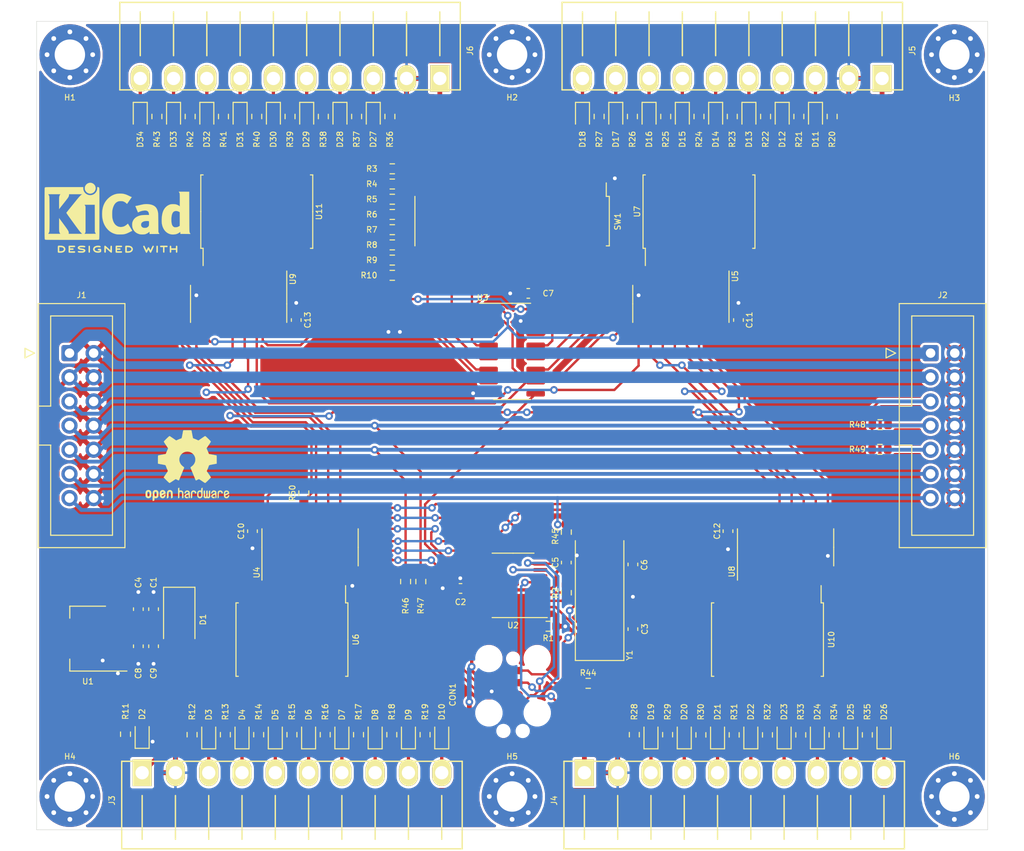
<source format=kicad_pcb>
(kicad_pcb (version 20171130) (host pcbnew 5.1.8)

  (general
    (thickness 1.6)
    (drawings 5)
    (tracks 1200)
    (zones 0)
    (modules 126)
    (nets 147)
  )

  (page A4)
  (layers
    (0 F.Cu signal)
    (31 B.Cu signal)
    (32 B.Adhes user)
    (33 F.Adhes user)
    (34 B.Paste user)
    (35 F.Paste user)
    (36 B.SilkS user)
    (37 F.SilkS user)
    (38 B.Mask user)
    (39 F.Mask user)
    (40 Dwgs.User user)
    (41 Cmts.User user)
    (42 Eco1.User user)
    (43 Eco2.User user)
    (44 Edge.Cuts user)
    (45 Margin user)
    (46 B.CrtYd user)
    (47 F.CrtYd user)
    (48 B.Fab user)
    (49 F.Fab user)
  )

  (setup
    (last_trace_width 0.25)
    (user_trace_width 0.35)
    (user_trace_width 0.4)
    (user_trace_width 0.5)
    (user_trace_width 0.7)
    (user_trace_width 1)
    (user_trace_width 1.2)
    (trace_clearance 0.2)
    (zone_clearance 0.254)
    (zone_45_only no)
    (trace_min 0.2)
    (via_size 0.8)
    (via_drill 0.4)
    (via_min_size 0.4)
    (via_min_drill 0.3)
    (uvia_size 0.3)
    (uvia_drill 0.1)
    (uvias_allowed no)
    (uvia_min_size 0.2)
    (uvia_min_drill 0.1)
    (edge_width 0.05)
    (segment_width 0.2)
    (pcb_text_width 0.3)
    (pcb_text_size 1.5 1.5)
    (mod_edge_width 0.12)
    (mod_text_size 1 1)
    (mod_text_width 0.15)
    (pad_size 1.524 1.524)
    (pad_drill 0.762)
    (pad_to_mask_clearance 0)
    (aux_axis_origin 0 0)
    (visible_elements FFFFFF7F)
    (pcbplotparams
      (layerselection 0x010fc_ffffffff)
      (usegerberextensions false)
      (usegerberattributes true)
      (usegerberadvancedattributes true)
      (creategerberjobfile true)
      (excludeedgelayer true)
      (linewidth 0.100000)
      (plotframeref false)
      (viasonmask false)
      (mode 1)
      (useauxorigin false)
      (hpglpennumber 1)
      (hpglpenspeed 20)
      (hpglpendiameter 15.000000)
      (psnegative false)
      (psa4output false)
      (plotreference true)
      (plotvalue true)
      (plotinvisibletext false)
      (padsonsilk false)
      (subtractmaskfromsilk false)
      (outputformat 1)
      (mirror false)
      (drillshape 1)
      (scaleselection 1)
      (outputdirectory ""))
  )

  (net 0 "")
  (net 1 GND)
  (net 2 +5V)
  (net 3 +3V3)
  (net 4 "Net-(C3-Pad1)")
  (net 5 "Net-(C6-Pad1)")
  (net 6 /SWCLK)
  (net 7 /~TESTMODE)
  (net 8 /UART_TX)
  (net 9 /~RESET)
  (net 10 /SWDIO)
  (net 11 /UART_RX)
  (net 12 "Net-(D2-Pad2)")
  (net 13 "Net-(D3-Pad2)")
  (net 14 /OUT1)
  (net 15 /OUT2)
  (net 16 "Net-(D4-Pad2)")
  (net 17 "Net-(D5-Pad2)")
  (net 18 /OUT3)
  (net 19 /OUT4)
  (net 20 "Net-(D6-Pad2)")
  (net 21 "Net-(D7-Pad2)")
  (net 22 /OUT5)
  (net 23 /OUT6)
  (net 24 "Net-(D8-Pad2)")
  (net 25 "Net-(D9-Pad2)")
  (net 26 /OUT7)
  (net 27 /OUT8)
  (net 28 "Net-(D10-Pad2)")
  (net 29 /OUT17)
  (net 30 "Net-(D11-Pad2)")
  (net 31 "Net-(D12-Pad2)")
  (net 32 /OUT18)
  (net 33 /OUT19)
  (net 34 "Net-(D13-Pad2)")
  (net 35 /OUT20)
  (net 36 "Net-(D14-Pad2)")
  (net 37 "Net-(D15-Pad2)")
  (net 38 /OUT21)
  (net 39 "Net-(D16-Pad2)")
  (net 40 /OUT22)
  (net 41 /OUT23)
  (net 42 "Net-(D17-Pad2)")
  (net 43 "Net-(D18-Pad2)")
  (net 44 /OUT24)
  (net 45 /OUT9)
  (net 46 "Net-(D19-Pad2)")
  (net 47 "Net-(D20-Pad2)")
  (net 48 /OUT10)
  (net 49 /OUT11)
  (net 50 "Net-(D21-Pad2)")
  (net 51 "Net-(D22-Pad2)")
  (net 52 /OUT12)
  (net 53 /OUT13)
  (net 54 "Net-(D23-Pad2)")
  (net 55 "Net-(D24-Pad2)")
  (net 56 /OUT14)
  (net 57 /OUT15)
  (net 58 "Net-(D25-Pad2)")
  (net 59 "Net-(D26-Pad2)")
  (net 60 /OUT16)
  (net 61 "Net-(D27-Pad2)")
  (net 62 /OUT25)
  (net 63 "Net-(D28-Pad2)")
  (net 64 /OUT26)
  (net 65 /OUT27)
  (net 66 "Net-(D29-Pad2)")
  (net 67 /OUT28)
  (net 68 "Net-(D30-Pad2)")
  (net 69 /OUT29)
  (net 70 "Net-(D31-Pad2)")
  (net 71 "Net-(D32-Pad2)")
  (net 72 /OUT30)
  (net 73 "Net-(D33-Pad2)")
  (net 74 /OUT31)
  (net 75 /OUT32)
  (net 76 "Net-(D34-Pad2)")
  (net 77 "Net-(H1-Pad1)")
  (net 78 "Net-(H2-Pad1)")
  (net 79 "Net-(H3-Pad1)")
  (net 80 "Net-(H4-Pad1)")
  (net 81 "Net-(H5-Pad1)")
  (net 82 "Net-(H6-Pad1)")
  (net 83 "Net-(J1-Pad11)")
  (net 84 "Net-(R1-Pad1)")
  (net 85 "Net-(R2-Pad1)")
  (net 86 "Net-(R3-Pad1)")
  (net 87 "Net-(R4-Pad1)")
  (net 88 "Net-(R5-Pad1)")
  (net 89 "Net-(R6-Pad1)")
  (net 90 "Net-(R7-Pad1)")
  (net 91 "Net-(R8-Pad1)")
  (net 92 "Net-(R9-Pad1)")
  (net 93 "Net-(R10-Pad1)")
  (net 94 /~CLEAR)
  (net 95 /SPI_CLK)
  (net 96 /SPI_MISO)
  (net 97 /SPI_MOSI)
  (net 98 /RCLK)
  (net 99 /~OE)
  (net 100 "Net-(U3-Pad10)")
  (net 101 "Net-(U4-Pad1)")
  (net 102 "Net-(U4-Pad2)")
  (net 103 "Net-(U4-Pad3)")
  (net 104 "Net-(U4-Pad4)")
  (net 105 "Net-(U4-Pad5)")
  (net 106 "Net-(U4-Pad6)")
  (net 107 "Net-(U4-Pad7)")
  (net 108 "Net-(U4-Pad9)")
  (net 109 "Net-(U4-Pad15)")
  (net 110 "Net-(U5-Pad1)")
  (net 111 "Net-(U5-Pad2)")
  (net 112 "Net-(U5-Pad3)")
  (net 113 "Net-(U5-Pad4)")
  (net 114 "Net-(U5-Pad5)")
  (net 115 "Net-(U5-Pad6)")
  (net 116 "Net-(U5-Pad7)")
  (net 117 "Net-(U5-Pad9)")
  (net 118 "Net-(U5-Pad14)")
  (net 119 "Net-(U5-Pad15)")
  (net 120 "Net-(U10-Pad1)")
  (net 121 "Net-(U10-Pad8)")
  (net 122 "Net-(U10-Pad7)")
  (net 123 "Net-(U10-Pad6)")
  (net 124 "Net-(U10-Pad5)")
  (net 125 "Net-(U10-Pad4)")
  (net 126 "Net-(U10-Pad3)")
  (net 127 "Net-(U10-Pad2)")
  (net 128 "Net-(U11-Pad2)")
  (net 129 "Net-(U11-Pad3)")
  (net 130 "Net-(U11-Pad4)")
  (net 131 "Net-(U11-Pad5)")
  (net 132 "Net-(U11-Pad6)")
  (net 133 "Net-(U11-Pad7)")
  (net 134 "Net-(U11-Pad8)")
  (net 135 "Net-(U11-Pad1)")
  (net 136 /VCC1_8)
  (net 137 /VCC9_16)
  (net 138 /VCC17_24)
  (net 139 /VCC25_32)
  (net 140 /BP_UART_TX)
  (net 141 /BP_I2C_SDA)
  (net 142 /BP_I2C_SCL)
  (net 143 /BP_3V3)
  (net 144 /BP_12V)
  (net 145 /I2C_SDA)
  (net 146 /I2C_SCL)

  (net_class Default "This is the default net class."
    (clearance 0.2)
    (trace_width 0.25)
    (via_dia 0.8)
    (via_drill 0.4)
    (uvia_dia 0.3)
    (uvia_drill 0.1)
    (add_net +3V3)
    (add_net +5V)
    (add_net /BP_12V)
    (add_net /BP_3V3)
    (add_net /BP_I2C_SCL)
    (add_net /BP_I2C_SDA)
    (add_net /BP_UART_TX)
    (add_net /I2C_SCL)
    (add_net /I2C_SDA)
    (add_net /OUT1)
    (add_net /OUT10)
    (add_net /OUT11)
    (add_net /OUT12)
    (add_net /OUT13)
    (add_net /OUT14)
    (add_net /OUT15)
    (add_net /OUT16)
    (add_net /OUT17)
    (add_net /OUT18)
    (add_net /OUT19)
    (add_net /OUT2)
    (add_net /OUT20)
    (add_net /OUT21)
    (add_net /OUT22)
    (add_net /OUT23)
    (add_net /OUT24)
    (add_net /OUT25)
    (add_net /OUT26)
    (add_net /OUT27)
    (add_net /OUT28)
    (add_net /OUT29)
    (add_net /OUT3)
    (add_net /OUT30)
    (add_net /OUT31)
    (add_net /OUT32)
    (add_net /OUT4)
    (add_net /OUT5)
    (add_net /OUT6)
    (add_net /OUT7)
    (add_net /OUT8)
    (add_net /OUT9)
    (add_net /RCLK)
    (add_net /SPI_CLK)
    (add_net /SPI_MISO)
    (add_net /SPI_MOSI)
    (add_net /SWCLK)
    (add_net /SWDIO)
    (add_net /UART_RX)
    (add_net /UART_TX)
    (add_net /VCC17_24)
    (add_net /VCC1_8)
    (add_net /VCC25_32)
    (add_net /VCC9_16)
    (add_net /~CLEAR)
    (add_net /~OE)
    (add_net /~RESET)
    (add_net /~TESTMODE)
    (add_net GND)
    (add_net "Net-(C3-Pad1)")
    (add_net "Net-(C6-Pad1)")
    (add_net "Net-(D10-Pad2)")
    (add_net "Net-(D11-Pad2)")
    (add_net "Net-(D12-Pad2)")
    (add_net "Net-(D13-Pad2)")
    (add_net "Net-(D14-Pad2)")
    (add_net "Net-(D15-Pad2)")
    (add_net "Net-(D16-Pad2)")
    (add_net "Net-(D17-Pad2)")
    (add_net "Net-(D18-Pad2)")
    (add_net "Net-(D19-Pad2)")
    (add_net "Net-(D2-Pad2)")
    (add_net "Net-(D20-Pad2)")
    (add_net "Net-(D21-Pad2)")
    (add_net "Net-(D22-Pad2)")
    (add_net "Net-(D23-Pad2)")
    (add_net "Net-(D24-Pad2)")
    (add_net "Net-(D25-Pad2)")
    (add_net "Net-(D26-Pad2)")
    (add_net "Net-(D27-Pad2)")
    (add_net "Net-(D28-Pad2)")
    (add_net "Net-(D29-Pad2)")
    (add_net "Net-(D3-Pad2)")
    (add_net "Net-(D30-Pad2)")
    (add_net "Net-(D31-Pad2)")
    (add_net "Net-(D32-Pad2)")
    (add_net "Net-(D33-Pad2)")
    (add_net "Net-(D34-Pad2)")
    (add_net "Net-(D4-Pad2)")
    (add_net "Net-(D5-Pad2)")
    (add_net "Net-(D6-Pad2)")
    (add_net "Net-(D7-Pad2)")
    (add_net "Net-(D8-Pad2)")
    (add_net "Net-(D9-Pad2)")
    (add_net "Net-(H1-Pad1)")
    (add_net "Net-(H2-Pad1)")
    (add_net "Net-(H3-Pad1)")
    (add_net "Net-(H4-Pad1)")
    (add_net "Net-(H5-Pad1)")
    (add_net "Net-(H6-Pad1)")
    (add_net "Net-(J1-Pad11)")
    (add_net "Net-(R1-Pad1)")
    (add_net "Net-(R10-Pad1)")
    (add_net "Net-(R2-Pad1)")
    (add_net "Net-(R3-Pad1)")
    (add_net "Net-(R4-Pad1)")
    (add_net "Net-(R5-Pad1)")
    (add_net "Net-(R6-Pad1)")
    (add_net "Net-(R7-Pad1)")
    (add_net "Net-(R8-Pad1)")
    (add_net "Net-(R9-Pad1)")
    (add_net "Net-(U10-Pad1)")
    (add_net "Net-(U10-Pad2)")
    (add_net "Net-(U10-Pad3)")
    (add_net "Net-(U10-Pad4)")
    (add_net "Net-(U10-Pad5)")
    (add_net "Net-(U10-Pad6)")
    (add_net "Net-(U10-Pad7)")
    (add_net "Net-(U10-Pad8)")
    (add_net "Net-(U11-Pad1)")
    (add_net "Net-(U11-Pad2)")
    (add_net "Net-(U11-Pad3)")
    (add_net "Net-(U11-Pad4)")
    (add_net "Net-(U11-Pad5)")
    (add_net "Net-(U11-Pad6)")
    (add_net "Net-(U11-Pad7)")
    (add_net "Net-(U11-Pad8)")
    (add_net "Net-(U3-Pad10)")
    (add_net "Net-(U4-Pad1)")
    (add_net "Net-(U4-Pad15)")
    (add_net "Net-(U4-Pad2)")
    (add_net "Net-(U4-Pad3)")
    (add_net "Net-(U4-Pad4)")
    (add_net "Net-(U4-Pad5)")
    (add_net "Net-(U4-Pad6)")
    (add_net "Net-(U4-Pad7)")
    (add_net "Net-(U4-Pad9)")
    (add_net "Net-(U5-Pad1)")
    (add_net "Net-(U5-Pad14)")
    (add_net "Net-(U5-Pad15)")
    (add_net "Net-(U5-Pad2)")
    (add_net "Net-(U5-Pad3)")
    (add_net "Net-(U5-Pad4)")
    (add_net "Net-(U5-Pad5)")
    (add_net "Net-(U5-Pad6)")
    (add_net "Net-(U5-Pad7)")
    (add_net "Net-(U5-Pad9)")
  )

  (module Symbol:OSHW-Logo2_9.8x8mm_SilkScreen (layer F.Cu) (tedit 0) (tstamp 5FE40A80)
    (at 75.85 96.7)
    (descr "Open Source Hardware Symbol")
    (tags "Logo Symbol OSHW")
    (attr virtual)
    (fp_text reference REF** (at 0 0) (layer F.SilkS) hide
      (effects (font (size 1 1) (thickness 0.15)))
    )
    (fp_text value OSHW-Logo2_9.8x8mm_SilkScreen (at 0.75 0) (layer F.Fab) hide
      (effects (font (size 1 1) (thickness 0.15)))
    )
    (fp_poly (pts (xy -3.231114 2.584505) (xy -3.156461 2.621727) (xy -3.090569 2.690261) (xy -3.072423 2.715648)
      (xy -3.052655 2.748866) (xy -3.039828 2.784945) (xy -3.03249 2.833098) (xy -3.029187 2.902536)
      (xy -3.028462 2.994206) (xy -3.031737 3.11983) (xy -3.043123 3.214154) (xy -3.064959 3.284523)
      (xy -3.099581 3.338286) (xy -3.14933 3.382788) (xy -3.152986 3.385423) (xy -3.202015 3.412377)
      (xy -3.261055 3.425712) (xy -3.336141 3.429) (xy -3.458205 3.429) (xy -3.458256 3.547497)
      (xy -3.459392 3.613492) (xy -3.466314 3.652202) (xy -3.484402 3.675419) (xy -3.519038 3.694933)
      (xy -3.527355 3.69892) (xy -3.56628 3.717603) (xy -3.596417 3.729403) (xy -3.618826 3.730422)
      (xy -3.634567 3.716761) (xy -3.644698 3.684522) (xy -3.650277 3.629804) (xy -3.652365 3.548711)
      (xy -3.652019 3.437344) (xy -3.6503 3.291802) (xy -3.649763 3.248269) (xy -3.647828 3.098205)
      (xy -3.646096 3.000042) (xy -3.458308 3.000042) (xy -3.457252 3.083364) (xy -3.452562 3.13788)
      (xy -3.441949 3.173837) (xy -3.423128 3.201482) (xy -3.41035 3.214965) (xy -3.35811 3.254417)
      (xy -3.311858 3.257628) (xy -3.264133 3.225049) (xy -3.262923 3.223846) (xy -3.243506 3.198668)
      (xy -3.231693 3.164447) (xy -3.225735 3.111748) (xy -3.22388 3.031131) (xy -3.223846 3.013271)
      (xy -3.22833 2.902175) (xy -3.242926 2.825161) (xy -3.26935 2.778147) (xy -3.309317 2.75705)
      (xy -3.332416 2.754923) (xy -3.387238 2.7649) (xy -3.424842 2.797752) (xy -3.447477 2.857857)
      (xy -3.457394 2.949598) (xy -3.458308 3.000042) (xy -3.646096 3.000042) (xy -3.645778 2.98206)
      (xy -3.643127 2.894679) (xy -3.639394 2.830905) (xy -3.634093 2.785582) (xy -3.626742 2.753555)
      (xy -3.616857 2.729668) (xy -3.603954 2.708764) (xy -3.598421 2.700898) (xy -3.525031 2.626595)
      (xy -3.43224 2.584467) (xy -3.324904 2.572722) (xy -3.231114 2.584505)) (layer F.SilkS) (width 0.01))
    (fp_poly (pts (xy -1.728336 2.595089) (xy -1.665633 2.631358) (xy -1.622039 2.667358) (xy -1.590155 2.705075)
      (xy -1.56819 2.751199) (xy -1.554351 2.812421) (xy -1.546847 2.895431) (xy -1.543883 3.006919)
      (xy -1.543539 3.087062) (xy -1.543539 3.382065) (xy -1.709615 3.456515) (xy -1.719385 3.133402)
      (xy -1.723421 3.012729) (xy -1.727656 2.925141) (xy -1.732903 2.86465) (xy -1.739975 2.825268)
      (xy -1.749689 2.801007) (xy -1.762856 2.78588) (xy -1.767081 2.782606) (xy -1.831091 2.757034)
      (xy -1.895792 2.767153) (xy -1.934308 2.794) (xy -1.949975 2.813024) (xy -1.96082 2.837988)
      (xy -1.967712 2.875834) (xy -1.971521 2.933502) (xy -1.973117 3.017935) (xy -1.973385 3.105928)
      (xy -1.973437 3.216323) (xy -1.975328 3.294463) (xy -1.981655 3.347165) (xy -1.995017 3.381242)
      (xy -2.018015 3.403511) (xy -2.053246 3.420787) (xy -2.100303 3.438738) (xy -2.151697 3.458278)
      (xy -2.145579 3.111485) (xy -2.143116 2.986468) (xy -2.140233 2.894082) (xy -2.136102 2.827881)
      (xy -2.129893 2.78142) (xy -2.120774 2.748256) (xy -2.107917 2.721944) (xy -2.092416 2.698729)
      (xy -2.017629 2.624569) (xy -1.926372 2.581684) (xy -1.827117 2.571412) (xy -1.728336 2.595089)) (layer F.SilkS) (width 0.01))
    (fp_poly (pts (xy -3.983114 2.587256) (xy -3.891536 2.635409) (xy -3.823951 2.712905) (xy -3.799943 2.762727)
      (xy -3.781262 2.837533) (xy -3.771699 2.932052) (xy -3.770792 3.03521) (xy -3.778079 3.135935)
      (xy -3.793097 3.223153) (xy -3.815385 3.285791) (xy -3.822235 3.296579) (xy -3.903368 3.377105)
      (xy -3.999734 3.425336) (xy -4.104299 3.43945) (xy -4.210032 3.417629) (xy -4.239457 3.404547)
      (xy -4.296759 3.364231) (xy -4.34705 3.310775) (xy -4.351803 3.303995) (xy -4.371122 3.271321)
      (xy -4.383892 3.236394) (xy -4.391436 3.190414) (xy -4.395076 3.124584) (xy -4.396135 3.030105)
      (xy -4.396154 3.008923) (xy -4.396106 3.002182) (xy -4.200769 3.002182) (xy -4.199632 3.091349)
      (xy -4.195159 3.15052) (xy -4.185754 3.188741) (xy -4.169824 3.215053) (xy -4.161692 3.223846)
      (xy -4.114942 3.257261) (xy -4.069553 3.255737) (xy -4.02366 3.226752) (xy -3.996288 3.195809)
      (xy -3.980077 3.150643) (xy -3.970974 3.07942) (xy -3.970349 3.071114) (xy -3.968796 2.942037)
      (xy -3.985035 2.846172) (xy -4.018848 2.784107) (xy -4.070016 2.756432) (xy -4.08828 2.754923)
      (xy -4.13624 2.762513) (xy -4.169047 2.788808) (xy -4.189105 2.839095) (xy -4.198822 2.918664)
      (xy -4.200769 3.002182) (xy -4.396106 3.002182) (xy -4.395426 2.908249) (xy -4.392371 2.837906)
      (xy -4.385678 2.789163) (xy -4.37404 2.753288) (xy -4.356147 2.721548) (xy -4.352192 2.715648)
      (xy -4.285733 2.636104) (xy -4.213315 2.589929) (xy -4.125151 2.571599) (xy -4.095213 2.570703)
      (xy -3.983114 2.587256)) (layer F.SilkS) (width 0.01))
    (fp_poly (pts (xy -2.465746 2.599745) (xy -2.388714 2.651567) (xy -2.329184 2.726412) (xy -2.293622 2.821654)
      (xy -2.286429 2.891756) (xy -2.287246 2.921009) (xy -2.294086 2.943407) (xy -2.312888 2.963474)
      (xy -2.349592 2.985733) (xy -2.410138 3.014709) (xy -2.500466 3.054927) (xy -2.500923 3.055129)
      (xy -2.584067 3.09321) (xy -2.652247 3.127025) (xy -2.698495 3.152933) (xy -2.715842 3.167295)
      (xy -2.715846 3.167411) (xy -2.700557 3.198685) (xy -2.664804 3.233157) (xy -2.623758 3.25799)
      (xy -2.602963 3.262923) (xy -2.54623 3.245862) (xy -2.497373 3.203133) (xy -2.473535 3.156155)
      (xy -2.450603 3.121522) (xy -2.405682 3.082081) (xy -2.352877 3.048009) (xy -2.30629 3.02948)
      (xy -2.296548 3.028462) (xy -2.285582 3.045215) (xy -2.284921 3.088039) (xy -2.29298 3.145781)
      (xy -2.308173 3.207289) (xy -2.328914 3.261409) (xy -2.329962 3.26351) (xy -2.392379 3.35066)
      (xy -2.473274 3.409939) (xy -2.565144 3.439034) (xy -2.660487 3.435634) (xy -2.751802 3.397428)
      (xy -2.755862 3.394741) (xy -2.827694 3.329642) (xy -2.874927 3.244705) (xy -2.901066 3.133021)
      (xy -2.904574 3.101643) (xy -2.910787 2.953536) (xy -2.903339 2.884468) (xy -2.715846 2.884468)
      (xy -2.71341 2.927552) (xy -2.700086 2.940126) (xy -2.666868 2.930719) (xy -2.614506 2.908483)
      (xy -2.555976 2.88061) (xy -2.554521 2.879872) (xy -2.504911 2.853777) (xy -2.485 2.836363)
      (xy -2.48991 2.818107) (xy -2.510584 2.79412) (xy -2.563181 2.759406) (xy -2.619823 2.756856)
      (xy -2.670631 2.782119) (xy -2.705724 2.830847) (xy -2.715846 2.884468) (xy -2.903339 2.884468)
      (xy -2.898008 2.835036) (xy -2.865222 2.741055) (xy -2.819579 2.675215) (xy -2.737198 2.608681)
      (xy -2.646454 2.575676) (xy -2.553815 2.573573) (xy -2.465746 2.599745)) (layer F.SilkS) (width 0.01))
    (fp_poly (pts (xy -0.840154 2.49212) (xy -0.834428 2.57198) (xy -0.827851 2.619039) (xy -0.818738 2.639566)
      (xy -0.805402 2.639829) (xy -0.801077 2.637378) (xy -0.743556 2.619636) (xy -0.668732 2.620672)
      (xy -0.592661 2.63891) (xy -0.545082 2.662505) (xy -0.496298 2.700198) (xy -0.460636 2.742855)
      (xy -0.436155 2.797057) (xy -0.420913 2.869384) (xy -0.41297 2.966419) (xy -0.410384 3.094742)
      (xy -0.410338 3.119358) (xy -0.410308 3.39587) (xy -0.471839 3.41732) (xy -0.515541 3.431912)
      (xy -0.539518 3.438706) (xy -0.540223 3.438769) (xy -0.542585 3.420345) (xy -0.544594 3.369526)
      (xy -0.546099 3.292993) (xy -0.546947 3.19743) (xy -0.547077 3.139329) (xy -0.547349 3.024771)
      (xy -0.548748 2.942667) (xy -0.552151 2.886393) (xy -0.558433 2.849326) (xy -0.568471 2.824844)
      (xy -0.583139 2.806325) (xy -0.592298 2.797406) (xy -0.655211 2.761466) (xy -0.723864 2.758775)
      (xy -0.786152 2.78917) (xy -0.797671 2.800144) (xy -0.814567 2.820779) (xy -0.826286 2.845256)
      (xy -0.833767 2.880647) (xy -0.837946 2.934026) (xy -0.839763 3.012466) (xy -0.840154 3.120617)
      (xy -0.840154 3.39587) (xy -0.901685 3.41732) (xy -0.945387 3.431912) (xy -0.969364 3.438706)
      (xy -0.97007 3.438769) (xy -0.971874 3.420069) (xy -0.9735 3.367322) (xy -0.974883 3.285557)
      (xy -0.975958 3.179805) (xy -0.97666 3.055094) (xy -0.976923 2.916455) (xy -0.976923 2.381806)
      (xy -0.849923 2.328236) (xy -0.840154 2.49212)) (layer F.SilkS) (width 0.01))
    (fp_poly (pts (xy 0.053501 2.626303) (xy 0.13006 2.654733) (xy 0.130936 2.655279) (xy 0.178285 2.690127)
      (xy 0.213241 2.730852) (xy 0.237825 2.783925) (xy 0.254062 2.855814) (xy 0.263975 2.952992)
      (xy 0.269586 3.081928) (xy 0.270077 3.100298) (xy 0.277141 3.377287) (xy 0.217695 3.408028)
      (xy 0.174681 3.428802) (xy 0.14871 3.438646) (xy 0.147509 3.438769) (xy 0.143014 3.420606)
      (xy 0.139444 3.371612) (xy 0.137248 3.300031) (xy 0.136769 3.242068) (xy 0.136758 3.14817)
      (xy 0.132466 3.089203) (xy 0.117503 3.061079) (xy 0.085482 3.059706) (xy 0.030014 3.080998)
      (xy -0.053731 3.120136) (xy -0.115311 3.152643) (xy -0.146983 3.180845) (xy -0.156294 3.211582)
      (xy -0.156308 3.213104) (xy -0.140943 3.266054) (xy -0.095453 3.29466) (xy -0.025834 3.298803)
      (xy 0.024313 3.298084) (xy 0.050754 3.312527) (xy 0.067243 3.347218) (xy 0.076733 3.391416)
      (xy 0.063057 3.416493) (xy 0.057907 3.420082) (xy 0.009425 3.434496) (xy -0.058469 3.436537)
      (xy -0.128388 3.426983) (xy -0.177932 3.409522) (xy -0.24643 3.351364) (xy -0.285366 3.270408)
      (xy -0.293077 3.20716) (xy -0.287193 3.150111) (xy -0.265899 3.103542) (xy -0.223735 3.062181)
      (xy -0.155241 3.020755) (xy -0.054956 2.973993) (xy -0.048846 2.97135) (xy 0.04149 2.929617)
      (xy 0.097235 2.895391) (xy 0.121129 2.864635) (xy 0.115913 2.833311) (xy 0.084328 2.797383)
      (xy 0.074883 2.789116) (xy 0.011617 2.757058) (xy -0.053936 2.758407) (xy -0.111028 2.789838)
      (xy -0.148907 2.848024) (xy -0.152426 2.859446) (xy -0.1867 2.914837) (xy -0.230191 2.941518)
      (xy -0.293077 2.96796) (xy -0.293077 2.899548) (xy -0.273948 2.80011) (xy -0.217169 2.708902)
      (xy -0.187622 2.678389) (xy -0.120458 2.639228) (xy -0.035044 2.6215) (xy 0.053501 2.626303)) (layer F.SilkS) (width 0.01))
    (fp_poly (pts (xy 0.713362 2.62467) (xy 0.802117 2.657421) (xy 0.874022 2.71535) (xy 0.902144 2.756128)
      (xy 0.932802 2.830954) (xy 0.932165 2.885058) (xy 0.899987 2.921446) (xy 0.888081 2.927633)
      (xy 0.836675 2.946925) (xy 0.810422 2.941982) (xy 0.80153 2.909587) (xy 0.801077 2.891692)
      (xy 0.784797 2.825859) (xy 0.742365 2.779807) (xy 0.683388 2.757564) (xy 0.617475 2.763161)
      (xy 0.563895 2.792229) (xy 0.545798 2.80881) (xy 0.532971 2.828925) (xy 0.524306 2.859332)
      (xy 0.518696 2.906788) (xy 0.515035 2.97805) (xy 0.512215 3.079875) (xy 0.511484 3.112115)
      (xy 0.50882 3.22241) (xy 0.505792 3.300036) (xy 0.50125 3.351396) (xy 0.494046 3.38289)
      (xy 0.483033 3.40092) (xy 0.46706 3.411888) (xy 0.456834 3.416733) (xy 0.413406 3.433301)
      (xy 0.387842 3.438769) (xy 0.379395 3.420507) (xy 0.374239 3.365296) (xy 0.372346 3.272499)
      (xy 0.373689 3.141478) (xy 0.374107 3.121269) (xy 0.377058 3.001733) (xy 0.380548 2.914449)
      (xy 0.385514 2.852591) (xy 0.392893 2.809336) (xy 0.403624 2.77786) (xy 0.418645 2.751339)
      (xy 0.426502 2.739975) (xy 0.471553 2.689692) (xy 0.52194 2.650581) (xy 0.528108 2.647167)
      (xy 0.618458 2.620212) (xy 0.713362 2.62467)) (layer F.SilkS) (width 0.01))
    (fp_poly (pts (xy 1.602081 2.780289) (xy 1.601833 2.92632) (xy 1.600872 3.038655) (xy 1.598794 3.122678)
      (xy 1.595193 3.183769) (xy 1.589665 3.227309) (xy 1.581804 3.258679) (xy 1.571207 3.283262)
      (xy 1.563182 3.297294) (xy 1.496728 3.373388) (xy 1.41247 3.421084) (xy 1.319249 3.438199)
      (xy 1.2259 3.422546) (xy 1.170312 3.394418) (xy 1.111957 3.34576) (xy 1.072186 3.286333)
      (xy 1.04819 3.208507) (xy 1.037161 3.104652) (xy 1.035599 3.028462) (xy 1.035809 3.022986)
      (xy 1.172308 3.022986) (xy 1.173141 3.110355) (xy 1.176961 3.168192) (xy 1.185746 3.206029)
      (xy 1.201474 3.233398) (xy 1.220266 3.254042) (xy 1.283375 3.29389) (xy 1.351137 3.297295)
      (xy 1.415179 3.264025) (xy 1.420164 3.259517) (xy 1.441439 3.236067) (xy 1.454779 3.208166)
      (xy 1.462001 3.166641) (xy 1.464923 3.102316) (xy 1.465385 3.0312) (xy 1.464383 2.941858)
      (xy 1.460238 2.882258) (xy 1.451236 2.843089) (xy 1.435667 2.81504) (xy 1.422902 2.800144)
      (xy 1.3636 2.762575) (xy 1.295301 2.758057) (xy 1.23011 2.786753) (xy 1.217528 2.797406)
      (xy 1.196111 2.821063) (xy 1.182744 2.849251) (xy 1.175566 2.891245) (xy 1.172719 2.956319)
      (xy 1.172308 3.022986) (xy 1.035809 3.022986) (xy 1.040322 2.905765) (xy 1.056362 2.813577)
      (xy 1.086528 2.744269) (xy 1.133629 2.690211) (xy 1.170312 2.662505) (xy 1.23699 2.632572)
      (xy 1.314272 2.618678) (xy 1.38611 2.622397) (xy 1.426308 2.6374) (xy 1.442082 2.64167)
      (xy 1.45255 2.62575) (xy 1.459856 2.583089) (xy 1.465385 2.518106) (xy 1.471437 2.445732)
      (xy 1.479844 2.402187) (xy 1.495141 2.377287) (xy 1.521864 2.360845) (xy 1.538654 2.353564)
      (xy 1.602154 2.326963) (xy 1.602081 2.780289)) (layer F.SilkS) (width 0.01))
    (fp_poly (pts (xy 2.395929 2.636662) (xy 2.398911 2.688068) (xy 2.401247 2.766192) (xy 2.402749 2.864857)
      (xy 2.403231 2.968343) (xy 2.403231 3.318533) (xy 2.341401 3.380363) (xy 2.298793 3.418462)
      (xy 2.26139 3.433895) (xy 2.21027 3.432918) (xy 2.189978 3.430433) (xy 2.126554 3.4232)
      (xy 2.074095 3.419055) (xy 2.061308 3.418672) (xy 2.018199 3.421176) (xy 1.956544 3.427462)
      (xy 1.932638 3.430433) (xy 1.873922 3.435028) (xy 1.834464 3.425046) (xy 1.795338 3.394228)
      (xy 1.781215 3.380363) (xy 1.719385 3.318533) (xy 1.719385 2.663503) (xy 1.76915 2.640829)
      (xy 1.812002 2.624034) (xy 1.837073 2.618154) (xy 1.843501 2.636736) (xy 1.849509 2.688655)
      (xy 1.854697 2.768172) (xy 1.858664 2.869546) (xy 1.860577 2.955192) (xy 1.865923 3.292231)
      (xy 1.91256 3.298825) (xy 1.954976 3.294214) (xy 1.97576 3.279287) (xy 1.98157 3.251377)
      (xy 1.98653 3.191925) (xy 1.990246 3.108466) (xy 1.992324 3.008532) (xy 1.992624 2.957104)
      (xy 1.992923 2.661054) (xy 2.054454 2.639604) (xy 2.098004 2.62502) (xy 2.121694 2.618219)
      (xy 2.122377 2.618154) (xy 2.124754 2.636642) (xy 2.127366 2.687906) (xy 2.129995 2.765649)
      (xy 2.132421 2.863574) (xy 2.134115 2.955192) (xy 2.139461 3.292231) (xy 2.256692 3.292231)
      (xy 2.262072 2.984746) (xy 2.267451 2.677261) (xy 2.324601 2.647707) (xy 2.366797 2.627413)
      (xy 2.39177 2.618204) (xy 2.392491 2.618154) (xy 2.395929 2.636662)) (layer F.SilkS) (width 0.01))
    (fp_poly (pts (xy 2.887333 2.633528) (xy 2.94359 2.659117) (xy 2.987747 2.690124) (xy 3.020101 2.724795)
      (xy 3.042438 2.76952) (xy 3.056546 2.830692) (xy 3.064211 2.914701) (xy 3.06722 3.02794)
      (xy 3.067538 3.102509) (xy 3.067538 3.39342) (xy 3.017773 3.416095) (xy 2.978576 3.432667)
      (xy 2.959157 3.438769) (xy 2.955442 3.42061) (xy 2.952495 3.371648) (xy 2.950691 3.300153)
      (xy 2.950308 3.243385) (xy 2.948661 3.161371) (xy 2.944222 3.096309) (xy 2.93774 3.056467)
      (xy 2.93259 3.048) (xy 2.897977 3.056646) (xy 2.84364 3.078823) (xy 2.780722 3.108886)
      (xy 2.720368 3.141192) (xy 2.673721 3.170098) (xy 2.651926 3.189961) (xy 2.651839 3.190175)
      (xy 2.653714 3.226935) (xy 2.670525 3.262026) (xy 2.700039 3.290528) (xy 2.743116 3.300061)
      (xy 2.779932 3.29895) (xy 2.832074 3.298133) (xy 2.859444 3.310349) (xy 2.875882 3.342624)
      (xy 2.877955 3.34871) (xy 2.885081 3.394739) (xy 2.866024 3.422687) (xy 2.816353 3.436007)
      (xy 2.762697 3.43847) (xy 2.666142 3.42021) (xy 2.616159 3.394131) (xy 2.554429 3.332868)
      (xy 2.52169 3.25767) (xy 2.518753 3.178211) (xy 2.546424 3.104167) (xy 2.588047 3.057769)
      (xy 2.629604 3.031793) (xy 2.694922 2.998907) (xy 2.771038 2.965557) (xy 2.783726 2.960461)
      (xy 2.867333 2.923565) (xy 2.91553 2.891046) (xy 2.93103 2.858718) (xy 2.91655 2.822394)
      (xy 2.891692 2.794) (xy 2.832939 2.759039) (xy 2.768293 2.756417) (xy 2.709008 2.783358)
      (xy 2.666339 2.837088) (xy 2.660739 2.85095) (xy 2.628133 2.901936) (xy 2.58053 2.939787)
      (xy 2.520461 2.97085) (xy 2.520461 2.882768) (xy 2.523997 2.828951) (xy 2.539156 2.786534)
      (xy 2.572768 2.741279) (xy 2.605035 2.70642) (xy 2.655209 2.657062) (xy 2.694193 2.630547)
      (xy 2.736064 2.619911) (xy 2.78346 2.618154) (xy 2.887333 2.633528)) (layer F.SilkS) (width 0.01))
    (fp_poly (pts (xy 3.570807 2.636782) (xy 3.594161 2.646988) (xy 3.649902 2.691134) (xy 3.697569 2.754967)
      (xy 3.727048 2.823087) (xy 3.731846 2.85667) (xy 3.71576 2.903556) (xy 3.680475 2.928365)
      (xy 3.642644 2.943387) (xy 3.625321 2.946155) (xy 3.616886 2.926066) (xy 3.60023 2.882351)
      (xy 3.592923 2.862598) (xy 3.551948 2.794271) (xy 3.492622 2.760191) (xy 3.416552 2.761239)
      (xy 3.410918 2.762581) (xy 3.370305 2.781836) (xy 3.340448 2.819375) (xy 3.320055 2.879809)
      (xy 3.307836 2.967751) (xy 3.3025 3.087813) (xy 3.302 3.151698) (xy 3.301752 3.252403)
      (xy 3.300126 3.321054) (xy 3.295801 3.364673) (xy 3.287454 3.390282) (xy 3.273765 3.404903)
      (xy 3.253411 3.415558) (xy 3.252234 3.416095) (xy 3.213038 3.432667) (xy 3.193619 3.438769)
      (xy 3.190635 3.420319) (xy 3.188081 3.369323) (xy 3.18614 3.292308) (xy 3.184997 3.195805)
      (xy 3.184769 3.125184) (xy 3.185932 2.988525) (xy 3.190479 2.884851) (xy 3.199999 2.808108)
      (xy 3.216081 2.752246) (xy 3.240313 2.711212) (xy 3.274286 2.678954) (xy 3.307833 2.65644)
      (xy 3.388499 2.626476) (xy 3.482381 2.619718) (xy 3.570807 2.636782)) (layer F.SilkS) (width 0.01))
    (fp_poly (pts (xy 4.245224 2.647838) (xy 4.322528 2.698361) (xy 4.359814 2.74359) (xy 4.389353 2.825663)
      (xy 4.391699 2.890607) (xy 4.386385 2.977445) (xy 4.186115 3.065103) (xy 4.088739 3.109887)
      (xy 4.025113 3.145913) (xy 3.992029 3.177117) (xy 3.98628 3.207436) (xy 4.004658 3.240805)
      (xy 4.024923 3.262923) (xy 4.083889 3.298393) (xy 4.148024 3.300879) (xy 4.206926 3.273235)
      (xy 4.250197 3.21832) (xy 4.257936 3.198928) (xy 4.295006 3.138364) (xy 4.337654 3.112552)
      (xy 4.396154 3.090471) (xy 4.396154 3.174184) (xy 4.390982 3.23115) (xy 4.370723 3.279189)
      (xy 4.328262 3.334346) (xy 4.321951 3.341514) (xy 4.27472 3.390585) (xy 4.234121 3.41692)
      (xy 4.183328 3.429035) (xy 4.14122 3.433003) (xy 4.065902 3.433991) (xy 4.012286 3.421466)
      (xy 3.978838 3.402869) (xy 3.926268 3.361975) (xy 3.889879 3.317748) (xy 3.86685 3.262126)
      (xy 3.854359 3.187047) (xy 3.849587 3.084449) (xy 3.849206 3.032376) (xy 3.850501 2.969948)
      (xy 3.968471 2.969948) (xy 3.969839 3.003438) (xy 3.973249 3.008923) (xy 3.995753 3.001472)
      (xy 4.044182 2.981753) (xy 4.108908 2.953718) (xy 4.122443 2.947692) (xy 4.204244 2.906096)
      (xy 4.249312 2.869538) (xy 4.259217 2.835296) (xy 4.235526 2.800648) (xy 4.21596 2.785339)
      (xy 4.14536 2.754721) (xy 4.07928 2.75978) (xy 4.023959 2.797151) (xy 3.985636 2.863473)
      (xy 3.973349 2.916116) (xy 3.968471 2.969948) (xy 3.850501 2.969948) (xy 3.85173 2.91072)
      (xy 3.861032 2.82071) (xy 3.87946 2.755167) (xy 3.90936 2.706912) (xy 3.95308 2.668767)
      (xy 3.972141 2.65644) (xy 4.058726 2.624336) (xy 4.153522 2.622316) (xy 4.245224 2.647838)) (layer F.SilkS) (width 0.01))
    (fp_poly (pts (xy 0.139878 -3.712224) (xy 0.245612 -3.711645) (xy 0.322132 -3.710078) (xy 0.374372 -3.707028)
      (xy 0.407263 -3.702004) (xy 0.425737 -3.694511) (xy 0.434727 -3.684056) (xy 0.439163 -3.670147)
      (xy 0.439594 -3.668346) (xy 0.446333 -3.635855) (xy 0.458808 -3.571748) (xy 0.475719 -3.482849)
      (xy 0.495771 -3.375981) (xy 0.517664 -3.257967) (xy 0.518429 -3.253822) (xy 0.540359 -3.138169)
      (xy 0.560877 -3.035986) (xy 0.578659 -2.953402) (xy 0.592381 -2.896544) (xy 0.600718 -2.871542)
      (xy 0.601116 -2.871099) (xy 0.625677 -2.85889) (xy 0.676315 -2.838544) (xy 0.742095 -2.814455)
      (xy 0.742461 -2.814326) (xy 0.825317 -2.783182) (xy 0.923 -2.743509) (xy 1.015077 -2.703619)
      (xy 1.019434 -2.701647) (xy 1.169407 -2.63358) (xy 1.501498 -2.860361) (xy 1.603374 -2.929496)
      (xy 1.695657 -2.991303) (xy 1.773003 -3.042267) (xy 1.830064 -3.078873) (xy 1.861495 -3.097606)
      (xy 1.864479 -3.098996) (xy 1.887321 -3.09281) (xy 1.929982 -3.062965) (xy 1.994128 -3.008053)
      (xy 2.081421 -2.926666) (xy 2.170535 -2.840078) (xy 2.256441 -2.754753) (xy 2.333327 -2.676892)
      (xy 2.396564 -2.611303) (xy 2.441523 -2.562795) (xy 2.463576 -2.536175) (xy 2.464396 -2.534805)
      (xy 2.466834 -2.516537) (xy 2.45765 -2.486705) (xy 2.434574 -2.441279) (xy 2.395337 -2.37623)
      (xy 2.33767 -2.28753) (xy 2.260795 -2.173343) (xy 2.19257 -2.072838) (xy 2.131582 -1.982697)
      (xy 2.081356 -1.908151) (xy 2.045416 -1.854435) (xy 2.027287 -1.826782) (xy 2.026146 -1.824905)
      (xy 2.028359 -1.79841) (xy 2.045138 -1.746914) (xy 2.073142 -1.680149) (xy 2.083122 -1.658828)
      (xy 2.126672 -1.563841) (xy 2.173134 -1.456063) (xy 2.210877 -1.362808) (xy 2.238073 -1.293594)
      (xy 2.259675 -1.240994) (xy 2.272158 -1.213503) (xy 2.273709 -1.211384) (xy 2.296668 -1.207876)
      (xy 2.350786 -1.198262) (xy 2.428868 -1.183911) (xy 2.523719 -1.166193) (xy 2.628143 -1.146475)
      (xy 2.734944 -1.126126) (xy 2.836926 -1.106514) (xy 2.926894 -1.089009) (xy 2.997653 -1.074978)
      (xy 3.042006 -1.065791) (xy 3.052885 -1.063193) (xy 3.064122 -1.056782) (xy 3.072605 -1.042303)
      (xy 3.078714 -1.014867) (xy 3.082832 -0.969589) (xy 3.085341 -0.90158) (xy 3.086621 -0.805953)
      (xy 3.087054 -0.67782) (xy 3.087077 -0.625299) (xy 3.087077 -0.198155) (xy 2.9845 -0.177909)
      (xy 2.927431 -0.16693) (xy 2.842269 -0.150905) (xy 2.739372 -0.131767) (xy 2.629096 -0.111449)
      (xy 2.598615 -0.105868) (xy 2.496855 -0.086083) (xy 2.408205 -0.066627) (xy 2.340108 -0.049303)
      (xy 2.300004 -0.035912) (xy 2.293323 -0.031921) (xy 2.276919 -0.003658) (xy 2.253399 0.051109)
      (xy 2.227316 0.121588) (xy 2.222142 0.136769) (xy 2.187956 0.230896) (xy 2.145523 0.337101)
      (xy 2.103997 0.432473) (xy 2.103792 0.432916) (xy 2.03464 0.582525) (xy 2.489512 1.251617)
      (xy 2.1975 1.544116) (xy 2.10918 1.63117) (xy 2.028625 1.707909) (xy 1.96036 1.770237)
      (xy 1.908908 1.814056) (xy 1.878794 1.83527) (xy 1.874474 1.836616) (xy 1.849111 1.826016)
      (xy 1.797358 1.796547) (xy 1.724868 1.751705) (xy 1.637294 1.694984) (xy 1.542612 1.631462)
      (xy 1.446516 1.566668) (xy 1.360837 1.510287) (xy 1.291016 1.465788) (xy 1.242494 1.436639)
      (xy 1.220782 1.426308) (xy 1.194293 1.43505) (xy 1.144062 1.458087) (xy 1.080451 1.490631)
      (xy 1.073708 1.494249) (xy 0.988046 1.53721) (xy 0.929306 1.558279) (xy 0.892772 1.558503)
      (xy 0.873731 1.538928) (xy 0.87362 1.538654) (xy 0.864102 1.515472) (xy 0.841403 1.460441)
      (xy 0.807282 1.377822) (xy 0.7635 1.271872) (xy 0.711816 1.146852) (xy 0.653992 1.00702)
      (xy 0.597991 0.871637) (xy 0.536447 0.722234) (xy 0.479939 0.583832) (xy 0.430161 0.460673)
      (xy 0.388806 0.357002) (xy 0.357568 0.277059) (xy 0.338141 0.225088) (xy 0.332154 0.205692)
      (xy 0.347168 0.183443) (xy 0.386439 0.147982) (xy 0.438807 0.108887) (xy 0.587941 -0.014755)
      (xy 0.704511 -0.156478) (xy 0.787118 -0.313296) (xy 0.834366 -0.482225) (xy 0.844857 -0.660278)
      (xy 0.837231 -0.742461) (xy 0.795682 -0.912969) (xy 0.724123 -1.063541) (xy 0.626995 -1.192691)
      (xy 0.508734 -1.298936) (xy 0.37378 -1.38079) (xy 0.226571 -1.436768) (xy 0.071544 -1.465385)
      (xy -0.086861 -1.465156) (xy -0.244206 -1.434595) (xy -0.396054 -1.372218) (xy -0.537965 -1.27654)
      (xy -0.597197 -1.222428) (xy -0.710797 -1.08348) (xy -0.789894 -0.931639) (xy -0.835014 -0.771333)
      (xy -0.846684 -0.606988) (xy -0.825431 -0.443029) (xy -0.77178 -0.283882) (xy -0.68626 -0.133975)
      (xy -0.569395 0.002267) (xy -0.438807 0.108887) (xy -0.384412 0.149642) (xy -0.345986 0.184718)
      (xy -0.332154 0.205726) (xy -0.339397 0.228635) (xy -0.359995 0.283365) (xy -0.392254 0.365672)
      (xy -0.434479 0.471315) (xy -0.484977 0.59605) (xy -0.542052 0.735636) (xy -0.598146 0.87167)
      (xy -0.660033 1.021201) (xy -0.717356 1.159767) (xy -0.768356 1.283107) (xy -0.811273 1.386964)
      (xy -0.844347 1.46708) (xy -0.865819 1.519195) (xy -0.873775 1.538654) (xy -0.892571 1.558423)
      (xy -0.928926 1.558365) (xy -0.987521 1.537441) (xy -1.073032 1.494613) (xy -1.073708 1.494249)
      (xy -1.138093 1.461012) (xy -1.190139 1.436802) (xy -1.219488 1.426404) (xy -1.220783 1.426308)
      (xy -1.242876 1.436855) (xy -1.291652 1.466184) (xy -1.361669 1.510827) (xy -1.447486 1.567314)
      (xy -1.542612 1.631462) (xy -1.63946 1.696411) (xy -1.726747 1.752896) (xy -1.798819 1.797421)
      (xy -1.850023 1.82649) (xy -1.874474 1.836616) (xy -1.89699 1.823307) (xy -1.942258 1.786112)
      (xy -2.005756 1.729128) (xy -2.082961 1.656449) (xy -2.169349 1.572171) (xy -2.197601 1.544016)
      (xy -2.489713 1.251416) (xy -2.267369 0.925104) (xy -2.199798 0.824897) (xy -2.140493 0.734963)
      (xy -2.092783 0.66051) (xy -2.059993 0.606751) (xy -2.045452 0.578894) (xy -2.045026 0.576912)
      (xy -2.052692 0.550655) (xy -2.073311 0.497837) (xy -2.103315 0.42731) (xy -2.124375 0.380093)
      (xy -2.163752 0.289694) (xy -2.200835 0.198366) (xy -2.229585 0.1212) (xy -2.237395 0.097692)
      (xy -2.259583 0.034916) (xy -2.281273 -0.013589) (xy -2.293187 -0.031921) (xy -2.319477 -0.043141)
      (xy -2.376858 -0.059046) (xy -2.457882 -0.077833) (xy -2.555105 -0.097701) (xy -2.598615 -0.105868)
      (xy -2.709104 -0.126171) (xy -2.815084 -0.14583) (xy -2.906199 -0.162912) (xy -2.972092 -0.175482)
      (xy -2.9845 -0.177909) (xy -3.087077 -0.198155) (xy -3.087077 -0.625299) (xy -3.086847 -0.765754)
      (xy -3.085901 -0.872021) (xy -3.083859 -0.948987) (xy -3.080338 -1.00154) (xy -3.074957 -1.034567)
      (xy -3.067334 -1.052955) (xy -3.057088 -1.061592) (xy -3.052885 -1.063193) (xy -3.02753 -1.068873)
      (xy -2.971516 -1.080205) (xy -2.892036 -1.095821) (xy -2.796288 -1.114353) (xy -2.691467 -1.134431)
      (xy -2.584768 -1.154688) (xy -2.483387 -1.173754) (xy -2.394521 -1.190261) (xy -2.325363 -1.202841)
      (xy -2.283111 -1.210125) (xy -2.27371 -1.211384) (xy -2.265193 -1.228237) (xy -2.24634 -1.27313)
      (xy -2.220676 -1.33757) (xy -2.210877 -1.362808) (xy -2.171352 -1.460314) (xy -2.124808 -1.568041)
      (xy -2.083123 -1.658828) (xy -2.05245 -1.728247) (xy -2.032044 -1.78529) (xy -2.025232 -1.820223)
      (xy -2.026318 -1.824905) (xy -2.040715 -1.847009) (xy -2.073588 -1.896169) (xy -2.12141 -1.967152)
      (xy -2.180652 -2.054722) (xy -2.247785 -2.153643) (xy -2.261059 -2.17317) (xy -2.338954 -2.28886)
      (xy -2.396213 -2.376956) (xy -2.435119 -2.441514) (xy -2.457956 -2.486589) (xy -2.467006 -2.516237)
      (xy -2.464552 -2.534515) (xy -2.464489 -2.534631) (xy -2.445173 -2.558639) (xy -2.402449 -2.605053)
      (xy -2.340949 -2.669063) (xy -2.265302 -2.745855) (xy -2.180139 -2.830618) (xy -2.170535 -2.840078)
      (xy -2.06321 -2.944011) (xy -1.980385 -3.020325) (xy -1.920395 -3.070429) (xy -1.881577 -3.09573)
      (xy -1.86448 -3.098996) (xy -1.839527 -3.08475) (xy -1.787745 -3.051844) (xy -1.71448 -3.003792)
      (xy -1.62508 -2.94411) (xy -1.524889 -2.876312) (xy -1.501499 -2.860361) (xy -1.169407 -2.63358)
      (xy -1.019435 -2.701647) (xy -0.92823 -2.741315) (xy -0.830331 -2.781209) (xy -0.746169 -2.813017)
      (xy -0.742462 -2.814326) (xy -0.676631 -2.838424) (xy -0.625884 -2.8588) (xy -0.601158 -2.871064)
      (xy -0.601116 -2.871099) (xy -0.593271 -2.893266) (xy -0.579934 -2.947783) (xy -0.56243 -3.02852)
      (xy -0.542083 -3.12935) (xy -0.520218 -3.244144) (xy -0.518429 -3.253822) (xy -0.496496 -3.372096)
      (xy -0.47636 -3.479458) (xy -0.45932 -3.569083) (xy -0.446672 -3.634149) (xy -0.439716 -3.667832)
      (xy -0.439594 -3.668346) (xy -0.435361 -3.682675) (xy -0.427129 -3.693493) (xy -0.409967 -3.701294)
      (xy -0.378942 -3.706571) (xy -0.329122 -3.709818) (xy -0.255576 -3.711528) (xy -0.153371 -3.712193)
      (xy -0.017575 -3.712307) (xy 0 -3.712308) (xy 0.139878 -3.712224)) (layer F.SilkS) (width 0.01))
  )

  (module Symbol:KiCad-Logo2_6mm_SilkScreen (layer F.Cu) (tedit 0) (tstamp 5FE408E2)
    (at 68.5 69.95)
    (descr "KiCad Logo")
    (tags "Logo KiCad")
    (attr virtual)
    (fp_text reference REF** (at 0 -5.08) (layer F.SilkS) hide
      (effects (font (size 1 1) (thickness 0.15)))
    )
    (fp_text value KiCad-Logo2_6mm_SilkScreen (at 0 6.35) (layer F.Fab) hide
      (effects (font (size 1 1) (thickness 0.15)))
    )
    (fp_poly (pts (xy -5.955743 -2.526311) (xy -5.69122 -2.526275) (xy -5.568088 -2.52627) (xy -3.597189 -2.52627)
      (xy -3.597189 -2.41009) (xy -3.584789 -2.268709) (xy -3.547364 -2.138316) (xy -3.484577 -2.018138)
      (xy -3.396094 -1.907398) (xy -3.366157 -1.877489) (xy -3.258466 -1.792652) (xy -3.139725 -1.730779)
      (xy -3.01346 -1.691841) (xy -2.883197 -1.67581) (xy -2.752465 -1.682658) (xy -2.624788 -1.712357)
      (xy -2.503695 -1.76488) (xy -2.392712 -1.840197) (xy -2.342868 -1.885637) (xy -2.249983 -1.997048)
      (xy -2.181873 -2.119565) (xy -2.139129 -2.251785) (xy -2.122347 -2.392308) (xy -2.122124 -2.406133)
      (xy -2.121244 -2.526266) (xy -2.068443 -2.526268) (xy -2.021604 -2.519911) (xy -1.978817 -2.504444)
      (xy -1.975989 -2.502846) (xy -1.966325 -2.497832) (xy -1.957451 -2.493927) (xy -1.949335 -2.489993)
      (xy -1.941943 -2.484894) (xy -1.935245 -2.477492) (xy -1.929208 -2.466649) (xy -1.923801 -2.451228)
      (xy -1.91899 -2.430091) (xy -1.914745 -2.402101) (xy -1.911032 -2.366121) (xy -1.907821 -2.321013)
      (xy -1.905078 -2.26564) (xy -1.902772 -2.198863) (xy -1.900871 -2.119547) (xy -1.899342 -2.026553)
      (xy -1.898154 -1.918743) (xy -1.897274 -1.794981) (xy -1.89667 -1.654129) (xy -1.896311 -1.49505)
      (xy -1.896165 -1.316605) (xy -1.896198 -1.117658) (xy -1.89638 -0.897071) (xy -1.896677 -0.653707)
      (xy -1.897059 -0.386428) (xy -1.897492 -0.094097) (xy -1.897945 0.224424) (xy -1.897998 0.26323)
      (xy -1.898404 0.583782) (xy -1.898749 0.878012) (xy -1.899069 1.147056) (xy -1.8994 1.392052)
      (xy -1.899779 1.614137) (xy -1.900243 1.814447) (xy -1.900828 1.994119) (xy -1.90157 2.15429)
      (xy -1.902506 2.296098) (xy -1.903673 2.420679) (xy -1.905107 2.52917) (xy -1.906844 2.622707)
      (xy -1.908922 2.702429) (xy -1.911376 2.769472) (xy -1.914244 2.824973) (xy -1.917561 2.870068)
      (xy -1.921364 2.905895) (xy -1.92569 2.933591) (xy -1.930575 2.954293) (xy -1.936055 2.969137)
      (xy -1.942168 2.97926) (xy -1.94895 2.9858) (xy -1.956437 2.989893) (xy -1.964666 2.992676)
      (xy -1.973673 2.995287) (xy -1.983495 2.998862) (xy -1.985894 2.99995) (xy -1.993435 3.002396)
      (xy -2.006056 3.004642) (xy -2.024859 3.006698) (xy -2.050947 3.008572) (xy -2.085422 3.010271)
      (xy -2.129385 3.011803) (xy -2.183939 3.013177) (xy -2.250185 3.0144) (xy -2.329226 3.015481)
      (xy -2.422163 3.016427) (xy -2.530099 3.017247) (xy -2.654136 3.017947) (xy -2.795376 3.018538)
      (xy -2.954921 3.019025) (xy -3.133872 3.019419) (xy -3.333332 3.019725) (xy -3.554404 3.019953)
      (xy -3.798188 3.02011) (xy -4.065787 3.020205) (xy -4.358303 3.020245) (xy -4.676839 3.020238)
      (xy -4.780021 3.020228) (xy -5.105623 3.020176) (xy -5.404881 3.020091) (xy -5.678909 3.019963)
      (xy -5.928824 3.019785) (xy -6.15574 3.019548) (xy -6.360773 3.019242) (xy -6.545038 3.01886)
      (xy -6.70965 3.018392) (xy -6.855725 3.01783) (xy -6.984376 3.017165) (xy -7.096721 3.016388)
      (xy -7.193874 3.015491) (xy -7.27695 3.014465) (xy -7.347064 3.013301) (xy -7.405332 3.011991)
      (xy -7.452869 3.010525) (xy -7.49079 3.008896) (xy -7.52021 3.007093) (xy -7.542245 3.00511)
      (xy -7.55801 3.002936) (xy -7.56862 3.000563) (xy -7.574404 2.998391) (xy -7.584684 2.994056)
      (xy -7.594122 2.990859) (xy -7.602755 2.987665) (xy -7.610619 2.983338) (xy -7.617748 2.976744)
      (xy -7.624179 2.966747) (xy -7.629947 2.952212) (xy -7.635089 2.932003) (xy -7.63964 2.904985)
      (xy -7.643635 2.870023) (xy -7.647111 2.825981) (xy -7.650102 2.771724) (xy -7.652646 2.706117)
      (xy -7.654777 2.628024) (xy -7.656532 2.53631) (xy -7.657945 2.42984) (xy -7.658315 2.388973)
      (xy -7.291884 2.388973) (xy -5.996734 2.388973) (xy -6.021655 2.351217) (xy -6.046447 2.312417)
      (xy -6.06744 2.275469) (xy -6.084935 2.237788) (xy -6.09923 2.196788) (xy -6.110623 2.149883)
      (xy -6.119413 2.094487) (xy -6.125898 2.028016) (xy -6.130377 1.947883) (xy -6.13315 1.851502)
      (xy -6.134513 1.736289) (xy -6.134767 1.599657) (xy -6.134209 1.43902) (xy -6.133893 1.379382)
      (xy -6.130325 0.740041) (xy -5.725298 1.291449) (xy -5.610554 1.447876) (xy -5.511143 1.584088)
      (xy -5.42599 1.70189) (xy -5.354022 1.803084) (xy -5.294166 1.889477) (xy -5.245348 1.962874)
      (xy -5.206495 2.025077) (xy -5.176534 2.077893) (xy -5.154391 2.123125) (xy -5.138993 2.162578)
      (xy -5.129266 2.198058) (xy -5.124137 2.231368) (xy -5.122532 2.264313) (xy -5.123379 2.298697)
      (xy -5.123595 2.303019) (xy -5.128054 2.389031) (xy -3.708692 2.388973) (xy -3.814265 2.282522)
      (xy -3.842913 2.253406) (xy -3.87009 2.225076) (xy -3.896989 2.195968) (xy -3.924803 2.16452)
      (xy -3.954725 2.129169) (xy -3.987946 2.088354) (xy -4.025661 2.040511) (xy -4.06906 1.984079)
      (xy -4.119338 1.917494) (xy -4.177688 1.839195) (xy -4.2453 1.747619) (xy -4.323369 1.641204)
      (xy -4.413088 1.518387) (xy -4.515648 1.377605) (xy -4.632242 1.217297) (xy -4.727809 1.085798)
      (xy -4.847749 0.920596) (xy -4.95238 0.776152) (xy -5.042648 0.651094) (xy -5.119503 0.544052)
      (xy -5.183891 0.453654) (xy -5.236761 0.378529) (xy -5.27906 0.317304) (xy -5.311736 0.26861)
      (xy -5.335738 0.231074) (xy -5.352013 0.203325) (xy -5.361508 0.183992) (xy -5.365173 0.171703)
      (xy -5.364071 0.165242) (xy -5.350724 0.148048) (xy -5.321866 0.111655) (xy -5.27924 0.058224)
      (xy -5.224585 -0.010081) (xy -5.159644 -0.091097) (xy -5.086158 -0.18266) (xy -5.005868 -0.282608)
      (xy -4.920515 -0.388776) (xy -4.83184 -0.499003) (xy -4.741586 -0.611124) (xy -4.691944 -0.672756)
      (xy -3.459373 -0.672756) (xy -3.408146 -0.580081) (xy -3.356919 -0.487405) (xy -3.356919 2.203622)
      (xy -3.408146 2.296298) (xy -3.459373 2.388973) (xy -2.853396 2.388973) (xy -2.708734 2.388931)
      (xy -2.589244 2.388741) (xy -2.492642 2.388308) (xy -2.416642 2.387536) (xy -2.358957 2.38633)
      (xy -2.317301 2.384594) (xy -2.289389 2.382232) (xy -2.272935 2.37915) (xy -2.265652 2.375251)
      (xy -2.265255 2.37044) (xy -2.269458 2.364622) (xy -2.269501 2.364574) (xy -2.286813 2.339532)
      (xy -2.309736 2.298815) (xy -2.329981 2.258168) (xy -2.368379 2.176162) (xy -2.376211 -0.672756)
      (xy -3.459373 -0.672756) (xy -4.691944 -0.672756) (xy -4.651493 -0.722976) (xy -4.563302 -0.832396)
      (xy -4.478754 -0.937222) (xy -4.399592 -1.035289) (xy -4.327556 -1.124434) (xy -4.264387 -1.202495)
      (xy -4.211827 -1.267308) (xy -4.171617 -1.31671) (xy -4.148 -1.345513) (xy -4.05629 -1.453222)
      (xy -3.96806 -1.55042) (xy -3.886403 -1.633924) (xy -3.81441 -1.700552) (xy -3.763319 -1.741401)
      (xy -3.702907 -1.784865) (xy -5.092298 -1.784865) (xy -5.091908 -1.703334) (xy -5.095791 -1.643394)
      (xy -5.11039 -1.587823) (xy -5.132988 -1.535145) (xy -5.147678 -1.505385) (xy -5.163472 -1.475897)
      (xy -5.181814 -1.444724) (xy -5.204145 -1.409907) (xy -5.231909 -1.36949) (xy -5.266549 -1.321514)
      (xy -5.309507 -1.264022) (xy -5.362227 -1.195057) (xy -5.426151 -1.112661) (xy -5.502721 -1.014876)
      (xy -5.593381 -0.899745) (xy -5.699574 -0.76531) (xy -5.711568 -0.750141) (xy -6.130325 -0.220588)
      (xy -6.134378 -0.807078) (xy -6.135195 -0.982749) (xy -6.135021 -1.131468) (xy -6.133849 -1.253725)
      (xy -6.131669 -1.350011) (xy -6.128474 -1.420817) (xy -6.124256 -1.466631) (xy -6.122838 -1.475321)
      (xy -6.100591 -1.566865) (xy -6.071443 -1.649392) (xy -6.038182 -1.715747) (xy -6.0182 -1.74389)
      (xy -5.983722 -1.784865) (xy -6.637914 -1.784865) (xy -6.793969 -1.784731) (xy -6.924467 -1.784297)
      (xy -7.03131 -1.783511) (xy -7.116398 -1.782324) (xy -7.181635 -1.780683) (xy -7.228921 -1.778539)
      (xy -7.260157 -1.775841) (xy -7.277246 -1.772538) (xy -7.282088 -1.768579) (xy -7.281753 -1.767702)
      (xy -7.267885 -1.746769) (xy -7.244732 -1.713588) (xy -7.232754 -1.696807) (xy -7.220369 -1.68006)
      (xy -7.209237 -1.665085) (xy -7.199288 -1.650406) (xy -7.190451 -1.634551) (xy -7.182657 -1.616045)
      (xy -7.175835 -1.593415) (xy -7.169916 -1.565187) (xy -7.164829 -1.529887) (xy -7.160504 -1.486042)
      (xy -7.156871 -1.432178) (xy -7.15386 -1.36682) (xy -7.151401 -1.288496) (xy -7.149423 -1.195732)
      (xy -7.147858 -1.087053) (xy -7.146634 -0.960987) (xy -7.145681 -0.816058) (xy -7.14493 -0.650794)
      (xy -7.144311 -0.463721) (xy -7.143752 -0.253365) (xy -7.143185 -0.018252) (xy -7.142655 0.197741)
      (xy -7.142155 0.438535) (xy -7.141895 0.668274) (xy -7.141868 0.885493) (xy -7.142067 1.088722)
      (xy -7.142486 1.276496) (xy -7.143118 1.447345) (xy -7.143956 1.599803) (xy -7.144992 1.732403)
      (xy -7.14622 1.843676) (xy -7.147633 1.932156) (xy -7.149225 1.996375) (xy -7.150987 2.034865)
      (xy -7.151321 2.038933) (xy -7.163466 2.132248) (xy -7.182427 2.20719) (xy -7.211302 2.272594)
      (xy -7.25319 2.337293) (xy -7.258429 2.344352) (xy -7.291884 2.388973) (xy -7.658315 2.388973)
      (xy -7.659054 2.307479) (xy -7.659893 2.16809) (xy -7.660498 2.010539) (xy -7.660905 1.833691)
      (xy -7.66115 1.63641) (xy -7.661267 1.41756) (xy -7.661295 1.176007) (xy -7.661267 0.910615)
      (xy -7.66122 0.620249) (xy -7.66119 0.303773) (xy -7.661189 0.240946) (xy -7.661172 -0.078863)
      (xy -7.661112 -0.372339) (xy -7.661002 -0.64061) (xy -7.660833 -0.884802) (xy -7.660597 -1.106043)
      (xy -7.660284 -1.30546) (xy -7.659885 -1.48418) (xy -7.659393 -1.643329) (xy -7.658797 -1.784034)
      (xy -7.65809 -1.907424) (xy -7.657263 -2.014624) (xy -7.656307 -2.106762) (xy -7.655213 -2.184965)
      (xy -7.653973 -2.250359) (xy -7.652578 -2.304072) (xy -7.651018 -2.347231) (xy -7.649286 -2.380963)
      (xy -7.647372 -2.406395) (xy -7.645268 -2.424653) (xy -7.642966 -2.436866) (xy -7.640455 -2.444159)
      (xy -7.640363 -2.444341) (xy -7.635192 -2.455482) (xy -7.630885 -2.465569) (xy -7.626121 -2.474654)
      (xy -7.619578 -2.482788) (xy -7.609935 -2.490024) (xy -7.595871 -2.496414) (xy -7.576063 -2.502011)
      (xy -7.549191 -2.506867) (xy -7.513933 -2.511034) (xy -7.468968 -2.514564) (xy -7.412974 -2.517509)
      (xy -7.344629 -2.519923) (xy -7.262614 -2.521856) (xy -7.165605 -2.523362) (xy -7.052282 -2.524492)
      (xy -6.921323 -2.525298) (xy -6.771407 -2.525834) (xy -6.601213 -2.526151) (xy -6.409418 -2.526301)
      (xy -6.194702 -2.526337) (xy -5.955743 -2.526311)) (layer F.SilkS) (width 0.01))
    (fp_poly (pts (xy 0.439962 -1.839501) (xy 0.588014 -1.823293) (xy 0.731452 -1.794282) (xy 0.87611 -1.750955)
      (xy 1.027824 -1.691799) (xy 1.192428 -1.6153) (xy 1.222071 -1.600483) (xy 1.290098 -1.566969)
      (xy 1.354256 -1.536792) (xy 1.408215 -1.512834) (xy 1.44564 -1.497976) (xy 1.451389 -1.496105)
      (xy 1.506486 -1.479598) (xy 1.259851 -1.120799) (xy 1.199552 -1.033107) (xy 1.144422 -0.952988)
      (xy 1.096336 -0.883164) (xy 1.057168 -0.826353) (xy 1.028794 -0.785277) (xy 1.013087 -0.762654)
      (xy 1.010536 -0.759072) (xy 1.000171 -0.766562) (xy 0.97466 -0.789082) (xy 0.938563 -0.822539)
      (xy 0.918642 -0.84145) (xy 0.805773 -0.931222) (xy 0.679014 -0.999439) (xy 0.569783 -1.036805)
      (xy 0.504214 -1.04854) (xy 0.422116 -1.055692) (xy 0.333144 -1.058126) (xy 0.246956 -1.055712)
      (xy 0.173205 -1.048317) (xy 0.143776 -1.042653) (xy 0.011133 -0.997018) (xy -0.108394 -0.927337)
      (xy -0.214717 -0.83374) (xy -0.307747 -0.716351) (xy -0.387395 -0.5753) (xy -0.453574 -0.410714)
      (xy -0.506194 -0.22272) (xy -0.537467 -0.061783) (xy -0.545626 0.009263) (xy -0.551185 0.101046)
      (xy -0.554198 0.206968) (xy -0.554719 0.320434) (xy -0.5528 0.434849) (xy -0.548497 0.543617)
      (xy -0.541863 0.640143) (xy -0.532951 0.717831) (xy -0.531021 0.729817) (xy -0.488501 0.922892)
      (xy -0.430567 1.093773) (xy -0.356867 1.243224) (xy -0.267049 1.372011) (xy -0.203293 1.441639)
      (xy -0.088714 1.536173) (xy 0.036942 1.606246) (xy 0.171557 1.651477) (xy 0.313011 1.671484)
      (xy 0.459183 1.665885) (xy 0.607955 1.6343) (xy 0.695911 1.603394) (xy 0.817629 1.541506)
      (xy 0.94308 1.452729) (xy 1.013353 1.392694) (xy 1.052811 1.357947) (xy 1.083812 1.332454)
      (xy 1.101458 1.32017) (xy 1.103648 1.319795) (xy 1.111524 1.332347) (xy 1.131932 1.365516)
      (xy 1.163132 1.416458) (xy 1.203386 1.482331) (xy 1.250957 1.560289) (xy 1.304104 1.64749)
      (xy 1.333687 1.696067) (xy 1.559648 2.067215) (xy 1.277527 2.206639) (xy 1.175522 2.256719)
      (xy 1.092889 2.29621) (xy 1.024578 2.327073) (xy 0.965537 2.351268) (xy 0.910714 2.370758)
      (xy 0.85506 2.387503) (xy 0.793523 2.403465) (xy 0.73454 2.417482) (xy 0.682115 2.428329)
      (xy 0.627288 2.436526) (xy 0.564572 2.442528) (xy 0.488477 2.44679) (xy 0.393516 2.449767)
      (xy 0.329513 2.451052) (xy 0.238192 2.45193) (xy 0.150627 2.451487) (xy 0.072612 2.449852)
      (xy 0.009942 2.447149) (xy -0.031587 2.443505) (xy -0.034048 2.443142) (xy -0.249697 2.396487)
      (xy -0.452207 2.325729) (xy -0.641505 2.230914) (xy -0.817521 2.112089) (xy -0.980184 1.9693)
      (xy -1.129422 1.802594) (xy -1.237504 1.654433) (xy -1.352566 1.460502) (xy -1.445577 1.255699)
      (xy -1.516987 1.038383) (xy -1.567244 0.806912) (xy -1.596799 0.559643) (xy -1.606111 0.308559)
      (xy -1.598452 0.06567) (xy -1.574387 -0.15843) (xy -1.533148 -0.367523) (xy -1.473973 -0.565387)
      (xy -1.396096 -0.755804) (xy -1.386797 -0.775532) (xy -1.284352 -0.959941) (xy -1.158528 -1.135424)
      (xy -1.012888 -1.29835) (xy -0.850999 -1.445086) (xy -0.676424 -1.571999) (xy -0.513756 -1.665095)
      (xy -0.349427 -1.738009) (xy -0.184749 -1.790826) (xy -0.013348 -1.824985) (xy 0.171153 -1.841922)
      (xy 0.281459 -1.84442) (xy 0.439962 -1.839501)) (layer F.SilkS) (width 0.01))
    (fp_poly (pts (xy 3.167505 -0.735771) (xy 3.235531 -0.730622) (xy 3.430163 -0.704727) (xy 3.602529 -0.663425)
      (xy 3.75347 -0.606147) (xy 3.883825 -0.532326) (xy 3.994434 -0.441392) (xy 4.086135 -0.332778)
      (xy 4.15977 -0.205915) (xy 4.213539 -0.068648) (xy 4.227187 -0.024863) (xy 4.239073 0.016141)
      (xy 4.249334 0.056569) (xy 4.258113 0.09863) (xy 4.265548 0.144531) (xy 4.27178 0.19648)
      (xy 4.27695 0.256685) (xy 4.281196 0.327352) (xy 4.28466 0.410689) (xy 4.287481 0.508905)
      (xy 4.2898 0.624205) (xy 4.291757 0.758799) (xy 4.293491 0.914893) (xy 4.295143 1.094695)
      (xy 4.296324 1.235676) (xy 4.30427 2.203622) (xy 4.355756 2.29677) (xy 4.380137 2.341645)
      (xy 4.39828 2.376501) (xy 4.406935 2.395054) (xy 4.407243 2.396311) (xy 4.394014 2.397749)
      (xy 4.356326 2.399074) (xy 4.297183 2.400249) (xy 4.219586 2.401237) (xy 4.126536 2.401999)
      (xy 4.021035 2.4025) (xy 3.906084 2.402701) (xy 3.892378 2.402703) (xy 3.377513 2.402703)
      (xy 3.377513 2.286) (xy 3.376635 2.23326) (xy 3.374292 2.192926) (xy 3.370921 2.1713)
      (xy 3.369431 2.169298) (xy 3.355804 2.177683) (xy 3.327757 2.199692) (xy 3.291303 2.230601)
      (xy 3.290485 2.231316) (xy 3.223962 2.280843) (xy 3.139948 2.330575) (xy 3.047937 2.375626)
      (xy 2.957421 2.41111) (xy 2.917567 2.423236) (xy 2.838255 2.438637) (xy 2.740935 2.448465)
      (xy 2.634516 2.45258) (xy 2.527907 2.450841) (xy 2.430017 2.443108) (xy 2.361513 2.431981)
      (xy 2.19352 2.382648) (xy 2.042281 2.312342) (xy 1.908782 2.221933) (xy 1.794006 2.112295)
      (xy 1.698937 1.984299) (xy 1.62456 1.838818) (xy 1.592474 1.750541) (xy 1.572365 1.664739)
      (xy 1.559038 1.561736) (xy 1.552872 1.451034) (xy 1.553074 1.434925) (xy 2.481648 1.434925)
      (xy 2.489348 1.517184) (xy 2.514989 1.585546) (xy 2.562378 1.64897) (xy 2.580579 1.667567)
      (xy 2.645282 1.717846) (xy 2.720066 1.750056) (xy 2.809662 1.765648) (xy 2.904012 1.766796)
      (xy 2.993501 1.759216) (xy 3.062018 1.744389) (xy 3.091775 1.733253) (xy 3.145408 1.702904)
      (xy 3.202235 1.660221) (xy 3.254082 1.612317) (xy 3.292778 1.566301) (xy 3.303054 1.549421)
      (xy 3.311042 1.525782) (xy 3.316721 1.488168) (xy 3.320356 1.432985) (xy 3.322211 1.35664)
      (xy 3.322594 1.283981) (xy 3.322335 1.19927) (xy 3.321287 1.138018) (xy 3.319045 1.096227)
      (xy 3.315206 1.069899) (xy 3.309365 1.055035) (xy 3.301118 1.047639) (xy 3.298567 1.046461)
      (xy 3.2764 1.042833) (xy 3.23268 1.039866) (xy 3.173311 1.037827) (xy 3.104196 1.036983)
      (xy 3.089189 1.036982) (xy 2.996805 1.038457) (xy 2.925432 1.042842) (xy 2.868719 1.050738)
      (xy 2.821872 1.06227) (xy 2.705669 1.106215) (xy 2.614543 1.160243) (xy 2.547705 1.225219)
      (xy 2.504365 1.302005) (xy 2.483734 1.391467) (xy 2.481648 1.434925) (xy 1.553074 1.434925)
      (xy 1.554244 1.342133) (xy 1.563532 1.244536) (xy 1.570777 1.205105) (xy 1.617039 1.058701)
      (xy 1.687384 0.923995) (xy 1.780484 0.80228) (xy 1.895012 0.694847) (xy 2.02964 0.602988)
      (xy 2.18304 0.527996) (xy 2.313459 0.482458) (xy 2.400623 0.458533) (xy 2.483996 0.439943)
      (xy 2.568976 0.426084) (xy 2.660965 0.416351) (xy 2.765362 0.410141) (xy 2.887568 0.406851)
      (xy 2.998055 0.405924) (xy 3.325677 0.405027) (xy 3.319401 0.306547) (xy 3.301579 0.199695)
      (xy 3.263667 0.107852) (xy 3.20728 0.03331) (xy 3.134031 -0.021636) (xy 3.069535 -0.048448)
      (xy 2.977123 -0.065346) (xy 2.867111 -0.067773) (xy 2.744656 -0.056622) (xy 2.614914 -0.03279)
      (xy 2.483042 0.00283) (xy 2.354198 0.049343) (xy 2.260566 0.091883) (xy 2.215517 0.113728)
      (xy 2.181156 0.128984) (xy 2.163681 0.134937) (xy 2.162733 0.134746) (xy 2.156703 0.121412)
      (xy 2.141645 0.086068) (xy 2.118977 0.032101) (xy 2.090115 -0.037104) (xy 2.056477 -0.11816)
      (xy 2.022284 -0.200882) (xy 1.885586 -0.532197) (xy 1.98282 -0.548167) (xy 2.024964 -0.55618)
      (xy 2.088319 -0.569639) (xy 2.167457 -0.587321) (xy 2.256951 -0.608004) (xy 2.351373 -0.630468)
      (xy 2.388973 -0.639597) (xy 2.551637 -0.677326) (xy 2.69405 -0.705612) (xy 2.821527 -0.725028)
      (xy 2.939384 -0.736146) (xy 3.052938 -0.739536) (xy 3.167505 -0.735771)) (layer F.SilkS) (width 0.01))
    (fp_poly (pts (xy 6.84227 -2.043175) (xy 6.959041 -2.042696) (xy 6.998729 -2.042455) (xy 7.544486 -2.038865)
      (xy 7.551351 0.054919) (xy 7.552258 0.338842) (xy 7.553062 0.59664) (xy 7.553815 0.829646)
      (xy 7.554569 1.039194) (xy 7.555375 1.226618) (xy 7.556285 1.39325) (xy 7.557351 1.540425)
      (xy 7.558624 1.669477) (xy 7.560156 1.781739) (xy 7.561998 1.878544) (xy 7.564203 1.961226)
      (xy 7.566822 2.031119) (xy 7.569906 2.089557) (xy 7.573508 2.137872) (xy 7.577678 2.1774)
      (xy 7.582469 2.209473) (xy 7.587931 2.235424) (xy 7.594118 2.256589) (xy 7.60108 2.274299)
      (xy 7.608869 2.289889) (xy 7.617537 2.304693) (xy 7.627135 2.320044) (xy 7.637715 2.337276)
      (xy 7.639884 2.340946) (xy 7.676268 2.403031) (xy 7.150431 2.399434) (xy 6.624594 2.395838)
      (xy 6.617729 2.280331) (xy 6.613992 2.224899) (xy 6.610097 2.192851) (xy 6.604811 2.180135)
      (xy 6.596903 2.182696) (xy 6.59027 2.190024) (xy 6.561374 2.216714) (xy 6.514279 2.251021)
      (xy 6.45562 2.288846) (xy 6.392031 2.32609) (xy 6.330149 2.358653) (xy 6.282634 2.380077)
      (xy 6.171316 2.415283) (xy 6.043596 2.440222) (xy 5.908901 2.453941) (xy 5.776663 2.455486)
      (xy 5.656308 2.443906) (xy 5.654326 2.443574) (xy 5.489641 2.40225) (xy 5.335479 2.336412)
      (xy 5.193328 2.247474) (xy 5.064675 2.136852) (xy 4.951007 2.005961) (xy 4.85381 1.856216)
      (xy 4.774572 1.689033) (xy 4.73143 1.56519) (xy 4.702979 1.461581) (xy 4.68188 1.361252)
      (xy 4.667488 1.258109) (xy 4.659158 1.146057) (xy 4.656245 1.019001) (xy 4.657535 0.915252)
      (xy 5.67065 0.915252) (xy 5.675444 1.089222) (xy 5.690568 1.238895) (xy 5.716485 1.365597)
      (xy 5.753663 1.470658) (xy 5.802565 1.555406) (xy 5.863658 1.621169) (xy 5.934177 1.667659)
      (xy 5.970871 1.685014) (xy 6.002696 1.695419) (xy 6.038177 1.700179) (xy 6.085841 1.700601)
      (xy 6.137189 1.698748) (xy 6.238169 1.689841) (xy 6.318035 1.672398) (xy 6.343135 1.663661)
      (xy 6.400448 1.637857) (xy 6.460897 1.605453) (xy 6.487297 1.589233) (xy 6.555946 1.544205)
      (xy 6.555946 0.116982) (xy 6.480432 0.071718) (xy 6.375121 0.020572) (xy 6.267525 -0.009676)
      (xy 6.161581 -0.019205) (xy 6.061224 -0.008193) (xy 5.970387 0.023181) (xy 5.893007 0.07474)
      (xy 5.868039 0.099488) (xy 5.807856 0.180577) (xy 5.759145 0.278734) (xy 5.721499 0.395643)
      (xy 5.694512 0.532985) (xy 5.677775 0.692444) (xy 5.670883 0.8757) (xy 5.67065 0.915252)
      (xy 4.657535 0.915252) (xy 4.658073 0.872067) (xy 4.669647 0.646053) (xy 4.69292 0.442192)
      (xy 4.728504 0.257513) (xy 4.777013 0.089048) (xy 4.83906 -0.066174) (xy 4.861201 -0.112192)
      (xy 4.950385 -0.262261) (xy 5.058159 -0.395623) (xy 5.18199 -0.510123) (xy 5.319342 -0.603611)
      (xy 5.467683 -0.673932) (xy 5.556604 -0.70294) (xy 5.643933 -0.72016) (xy 5.749011 -0.730406)
      (xy 5.863029 -0.733682) (xy 5.977177 -0.729991) (xy 6.082648 -0.71934) (xy 6.167334 -0.70263)
      (xy 6.268128 -0.66986) (xy 6.365822 -0.627721) (xy 6.451296 -0.580481) (xy 6.496789 -0.548419)
      (xy 6.528169 -0.524578) (xy 6.550142 -0.510061) (xy 6.555141 -0.508) (xy 6.55669 -0.521282)
      (xy 6.558135 -0.559337) (xy 6.559443 -0.619481) (xy 6.560583 -0.699027) (xy 6.561521 -0.795289)
      (xy 6.562226 -0.905581) (xy 6.562667 -1.027219) (xy 6.562811 -1.151115) (xy 6.56273 -1.309804)
      (xy 6.562335 -1.443592) (xy 6.561395 -1.55504) (xy 6.55968 -1.646705) (xy 6.556957 -1.721147)
      (xy 6.552997 -1.780925) (xy 6.547569 -1.828598) (xy 6.540441 -1.866726) (xy 6.531384 -1.897866)
      (xy 6.520167 -1.924579) (xy 6.506558 -1.949423) (xy 6.490328 -1.974957) (xy 6.48824 -1.978119)
      (xy 6.467306 -2.01119) (xy 6.454667 -2.033931) (xy 6.452973 -2.038728) (xy 6.466216 -2.040241)
      (xy 6.504002 -2.041472) (xy 6.563416 -2.042401) (xy 6.641542 -2.043008) (xy 6.735465 -2.043273)
      (xy 6.84227 -2.043175)) (layer F.SilkS) (width 0.01))
    (fp_poly (pts (xy -2.726079 -2.96351) (xy -2.622973 -2.927762) (xy -2.526978 -2.871493) (xy -2.441247 -2.794712)
      (xy -2.36893 -2.697427) (xy -2.336445 -2.636108) (xy -2.308332 -2.55034) (xy -2.294705 -2.451323)
      (xy -2.296214 -2.349529) (xy -2.312969 -2.257286) (xy -2.358763 -2.144568) (xy -2.425168 -2.046793)
      (xy -2.508809 -1.965885) (xy -2.606312 -1.903768) (xy -2.7143 -1.862366) (xy -2.829399 -1.843603)
      (xy -2.948234 -1.849402) (xy -3.006811 -1.861794) (xy -3.120972 -1.906203) (xy -3.222365 -1.973967)
      (xy -3.308545 -2.062999) (xy -3.377066 -2.171209) (xy -3.382864 -2.183027) (xy -3.402904 -2.227372)
      (xy -3.415487 -2.26472) (xy -3.422319 -2.30412) (xy -3.425105 -2.354619) (xy -3.425568 -2.409567)
      (xy -3.424803 -2.475585) (xy -3.421352 -2.523311) (xy -3.413477 -2.561897) (xy -3.399443 -2.600494)
      (xy -3.38212 -2.638574) (xy -3.317505 -2.746672) (xy -3.237934 -2.834197) (xy -3.14656 -2.901159)
      (xy -3.046536 -2.947564) (xy -2.941012 -2.973419) (xy -2.833142 -2.978732) (xy -2.726079 -2.96351)) (layer F.SilkS) (width 0.01))
    (fp_poly (pts (xy 6.240531 3.640725) (xy 6.27191 3.662968) (xy 6.299619 3.690677) (xy 6.299619 4.000112)
      (xy 6.299546 4.091991) (xy 6.299203 4.164032) (xy 6.2984 4.218972) (xy 6.296949 4.259552)
      (xy 6.29466 4.288509) (xy 6.291344 4.308583) (xy 6.286813 4.322513) (xy 6.280877 4.333037)
      (xy 6.276222 4.339292) (xy 6.245491 4.363865) (xy 6.210204 4.366533) (xy 6.177953 4.351463)
      (xy 6.167296 4.342566) (xy 6.160172 4.330749) (xy 6.155875 4.311718) (xy 6.153699 4.281184)
      (xy 6.152936 4.234854) (xy 6.152863 4.199063) (xy 6.152863 4.064237) (xy 5.656152 4.064237)
      (xy 5.656152 4.186892) (xy 5.655639 4.242979) (xy 5.653584 4.281525) (xy 5.649216 4.307553)
      (xy 5.641764 4.326089) (xy 5.632755 4.339292) (xy 5.601852 4.363796) (xy 5.566904 4.366698)
      (xy 5.533446 4.349281) (xy 5.524312 4.340151) (xy 5.51786 4.328047) (xy 5.513605 4.309193)
      (xy 5.51106 4.279812) (xy 5.509737 4.236129) (xy 5.509151 4.174367) (xy 5.509083 4.160192)
      (xy 5.508599 4.043823) (xy 5.508349 3.947919) (xy 5.508431 3.870369) (xy 5.508939 3.809061)
      (xy 5.50997 3.761882) (xy 5.511621 3.726722) (xy 5.513987 3.701468) (xy 5.517165 3.684009)
      (xy 5.521252 3.672233) (xy 5.526342 3.664027) (xy 5.531974 3.657837) (xy 5.563836 3.638036)
      (xy 5.597065 3.640725) (xy 5.628443 3.662968) (xy 5.641141 3.677318) (xy 5.649234 3.69317)
      (xy 5.65375 3.715746) (xy 5.655714 3.75027) (xy 5.656152 3.801968) (xy 5.656152 3.917481)
      (xy 6.152863 3.917481) (xy 6.152863 3.798948) (xy 6.15337 3.74434) (xy 6.155406 3.707467)
      (xy 6.159743 3.683499) (xy 6.167155 3.667607) (xy 6.175441 3.657837) (xy 6.207302 3.638036)
      (xy 6.240531 3.640725)) (layer F.SilkS) (width 0.01))
    (fp_poly (pts (xy 4.974773 3.635355) (xy 5.05348 3.635734) (xy 5.114571 3.636525) (xy 5.160525 3.637862)
      (xy 5.193822 3.639875) (xy 5.216944 3.642698) (xy 5.23237 3.646461) (xy 5.242579 3.651297)
      (xy 5.247521 3.655014) (xy 5.273165 3.68755) (xy 5.276267 3.72133) (xy 5.260419 3.752018)
      (xy 5.250056 3.764281) (xy 5.238904 3.772642) (xy 5.222743 3.777849) (xy 5.19735 3.780649)
      (xy 5.158506 3.781788) (xy 5.101988 3.782013) (xy 5.090888 3.782014) (xy 4.944952 3.782014)
      (xy 4.944952 4.052948) (xy 4.944856 4.138346) (xy 4.944419 4.204056) (xy 4.94342 4.252966)
      (xy 4.941636 4.287965) (xy 4.938845 4.311941) (xy 4.934825 4.327785) (xy 4.929353 4.338383)
      (xy 4.922374 4.346459) (xy 4.889442 4.366304) (xy 4.855062 4.36474) (xy 4.823884 4.342098)
      (xy 4.821594 4.339292) (xy 4.814137 4.328684) (xy 4.808455 4.316273) (xy 4.804309 4.299042)
      (xy 4.801458 4.273976) (xy 4.799662 4.238059) (xy 4.79868 4.188275) (xy 4.798272 4.121609)
      (xy 4.798197 4.045781) (xy 4.798197 3.782014) (xy 4.658835 3.782014) (xy 4.59903 3.78161)
      (xy 4.557626 3.780032) (xy 4.530456 3.776739) (xy 4.513354 3.771184) (xy 4.502151 3.762823)
      (xy 4.500791 3.76137) (xy 4.484433 3.728131) (xy 4.48588 3.690554) (xy 4.504686 3.657837)
      (xy 4.511958 3.65149) (xy 4.521335 3.646458) (xy 4.535317 3.642588) (xy 4.556404 3.639729)
      (xy 4.587097 3.637727) (xy 4.629897 3.636431) (xy 4.687303 3.63569) (xy 4.761818 3.63535)
      (xy 4.855941 3.63526) (xy 4.875968 3.635259) (xy 4.974773 3.635355)) (layer F.SilkS) (width 0.01))
    (fp_poly (pts (xy 4.200322 3.642069) (xy 4.224035 3.656839) (xy 4.250686 3.678419) (xy 4.250686 3.999965)
      (xy 4.250601 4.094022) (xy 4.250237 4.168124) (xy 4.249432 4.224896) (xy 4.248021 4.26696)
      (xy 4.245841 4.29694) (xy 4.242729 4.317459) (xy 4.238522 4.331141) (xy 4.233056 4.340608)
      (xy 4.22918 4.345274) (xy 4.197742 4.365767) (xy 4.161941 4.364931) (xy 4.130581 4.347456)
      (xy 4.10393 4.325876) (xy 4.10393 3.678419) (xy 4.130581 3.656839) (xy 4.156302 3.641141)
      (xy 4.177308 3.635259) (xy 4.200322 3.642069)) (layer F.SilkS) (width 0.01))
    (fp_poly (pts (xy 3.756373 3.637226) (xy 3.775963 3.644227) (xy 3.776718 3.644569) (xy 3.803321 3.66487)
      (xy 3.817978 3.685753) (xy 3.820846 3.695544) (xy 3.820704 3.708553) (xy 3.816669 3.727087)
      (xy 3.807854 3.753449) (xy 3.793377 3.789944) (xy 3.772353 3.838879) (xy 3.743896 3.902557)
      (xy 3.707123 3.983285) (xy 3.686883 4.027408) (xy 3.650333 4.106177) (xy 3.616023 4.178615)
      (xy 3.58526 4.242072) (xy 3.559356 4.2939) (xy 3.539618 4.331451) (xy 3.527358 4.352076)
      (xy 3.524932 4.354925) (xy 3.493891 4.367494) (xy 3.458829 4.365811) (xy 3.430708 4.350524)
      (xy 3.429562 4.349281) (xy 3.418376 4.332346) (xy 3.399612 4.299362) (xy 3.375583 4.254572)
      (xy 3.348605 4.202224) (xy 3.338909 4.182934) (xy 3.265722 4.036342) (xy 3.185948 4.195585)
      (xy 3.157475 4.250607) (xy 3.131058 4.298324) (xy 3.108856 4.335085) (xy 3.093027 4.357236)
      (xy 3.087662 4.361933) (xy 3.045965 4.368294) (xy 3.011557 4.354925) (xy 3.001436 4.340638)
      (xy 2.983922 4.308884) (xy 2.960443 4.262789) (xy 2.932428 4.205477) (xy 2.901307 4.140072)
      (xy 2.868507 4.069699) (xy 2.835458 3.997483) (xy 2.803589 3.926547) (xy 2.774327 3.860017)
      (xy 2.749103 3.801018) (xy 2.729344 3.752673) (xy 2.71648 3.718107) (xy 2.711939 3.700445)
      (xy 2.711985 3.699805) (xy 2.723034 3.67758) (xy 2.745118 3.654945) (xy 2.746418 3.65396)
      (xy 2.773561 3.638617) (xy 2.798666 3.638766) (xy 2.808076 3.641658) (xy 2.819542 3.64791)
      (xy 2.831718 3.660206) (xy 2.846065 3.6811) (xy 2.864044 3.713141) (xy 2.887115 3.75888)
      (xy 2.916738 3.820869) (xy 2.943453 3.87809) (xy 2.974188 3.944418) (xy 3.001729 4.004066)
      (xy 3.024646 4.053917) (xy 3.041506 4.090856) (xy 3.050881 4.111765) (xy 3.052248 4.115037)
      (xy 3.058397 4.109689) (xy 3.07253 4.087301) (xy 3.092765 4.051138) (xy 3.117223 4.004469)
      (xy 3.126956 3.985214) (xy 3.159925 3.920196) (xy 3.185351 3.872846) (xy 3.20532 3.840411)
      (xy 3.221918 3.820138) (xy 3.237232 3.809274) (xy 3.253348 3.805067) (xy 3.263851 3.804592)
      (xy 3.282378 3.806234) (xy 3.298612 3.813023) (xy 3.314743 3.827758) (xy 3.332959 3.853236)
      (xy 3.355447 3.892253) (xy 3.384397 3.947606) (xy 3.40037 3.979095) (xy 3.426278 4.029279)
      (xy 3.448875 4.070896) (xy 3.466166 4.100434) (xy 3.476158 4.114381) (xy 3.477517 4.114962)
      (xy 3.483969 4.103985) (xy 3.498416 4.075482) (xy 3.519411 4.032436) (xy 3.545505 3.97783)
      (xy 3.575254 3.914646) (xy 3.589888 3.883263) (xy 3.627958 3.80227) (xy 3.658613 3.739948)
      (xy 3.683445 3.694263) (xy 3.704045 3.663181) (xy 3.722006 3.64467) (xy 3.738918 3.636696)
      (xy 3.756373 3.637226)) (layer F.SilkS) (width 0.01))
    (fp_poly (pts (xy 1.030017 3.635467) (xy 1.158996 3.639828) (xy 1.268699 3.653053) (xy 1.360934 3.675933)
      (xy 1.43751 3.709262) (xy 1.500235 3.75383) (xy 1.55092 3.810428) (xy 1.591371 3.87985)
      (xy 1.592167 3.881543) (xy 1.616309 3.943675) (xy 1.624911 3.998701) (xy 1.617939 4.054079)
      (xy 1.595362 4.117265) (xy 1.59108 4.126881) (xy 1.56188 4.183158) (xy 1.529064 4.226643)
      (xy 1.48671 4.263609) (xy 1.428898 4.300327) (xy 1.425539 4.302244) (xy 1.375212 4.326419)
      (xy 1.318329 4.344474) (xy 1.251235 4.357031) (xy 1.170273 4.364714) (xy 1.07179 4.368145)
      (xy 1.036994 4.368443) (xy 0.871302 4.369037) (xy 0.847905 4.339292) (xy 0.840965 4.329511)
      (xy 0.83555 4.318089) (xy 0.831473 4.302287) (xy 0.828545 4.279367) (xy 0.826575 4.246588)
      (xy 0.825933 4.222281) (xy 0.982552 4.222281) (xy 1.076434 4.222281) (xy 1.131372 4.220675)
      (xy 1.187768 4.216447) (xy 1.234053 4.210484) (xy 1.236847 4.209982) (xy 1.319056 4.187928)
      (xy 1.382822 4.154792) (xy 1.43016 4.109039) (xy 1.46309 4.049131) (xy 1.468816 4.033253)
      (xy 1.474429 4.008525) (xy 1.471999 3.984094) (xy 1.460175 3.951592) (xy 1.453048 3.935626)
      (xy 1.429708 3.893198) (xy 1.401588 3.863432) (xy 1.370648 3.842703) (xy 1.308674 3.815729)
      (xy 1.229359 3.79619) (xy 1.136961 3.784938) (xy 1.070041 3.782462) (xy 0.982552 3.782014)
      (xy 0.982552 4.222281) (xy 0.825933 4.222281) (xy 0.825376 4.201213) (xy 0.824758 4.140503)
      (xy 0.824533 4.061718) (xy 0.824508 4.000112) (xy 0.824508 3.690677) (xy 0.852217 3.662968)
      (xy 0.864514 3.651736) (xy 0.877811 3.644045) (xy 0.89638 3.639232) (xy 0.924494 3.636638)
      (xy 0.966425 3.635602) (xy 1.026445 3.635462) (xy 1.030017 3.635467)) (layer F.SilkS) (width 0.01))
    (fp_poly (pts (xy 0.242051 3.635452) (xy 0.318409 3.636366) (xy 0.376925 3.638503) (xy 0.419963 3.642367)
      (xy 0.449891 3.648459) (xy 0.469076 3.657282) (xy 0.479884 3.669338) (xy 0.484681 3.685131)
      (xy 0.485835 3.705162) (xy 0.485841 3.707527) (xy 0.484839 3.730184) (xy 0.480104 3.747695)
      (xy 0.469041 3.760766) (xy 0.449056 3.770105) (xy 0.417554 3.776419) (xy 0.37194 3.780414)
      (xy 0.309621 3.782798) (xy 0.228001 3.784278) (xy 0.202985 3.784606) (xy -0.039092 3.787659)
      (xy -0.042478 3.85257) (xy -0.045863 3.917481) (xy 0.122284 3.917481) (xy 0.187974 3.917723)
      (xy 0.23488 3.918748) (xy 0.266791 3.921003) (xy 0.287499 3.924934) (xy 0.300792 3.93099)
      (xy 0.310463 3.939616) (xy 0.310525 3.939685) (xy 0.328064 3.973304) (xy 0.32743 4.00964)
      (xy 0.309022 4.040615) (xy 0.305379 4.043799) (xy 0.292449 4.052004) (xy 0.274732 4.057713)
      (xy 0.248278 4.061354) (xy 0.20914 4.063359) (xy 0.15337 4.064156) (xy 0.117702 4.064237)
      (xy -0.044737 4.064237) (xy -0.044737 4.222281) (xy 0.201869 4.222281) (xy 0.283288 4.222423)
      (xy 0.345118 4.223006) (xy 0.390345 4.22426) (xy 0.421956 4.226419) (xy 0.442939 4.229715)
      (xy 0.456281 4.234381) (xy 0.464969 4.240649) (xy 0.467158 4.242925) (xy 0.483322 4.274472)
      (xy 0.484505 4.31036) (xy 0.471244 4.341477) (xy 0.460751 4.351463) (xy 0.449837 4.356961)
      (xy 0.432925 4.361214) (xy 0.407341 4.364372) (xy 0.370409 4.366584) (xy 0.319454 4.367998)
      (xy 0.251802 4.368764) (xy 0.164777 4.36903) (xy 0.145102 4.369037) (xy 0.056619 4.368979)
      (xy -0.012065 4.368659) (xy -0.063728 4.367859) (xy -0.101147 4.366359) (xy -0.127102 4.363941)
      (xy -0.14437 4.360386) (xy -0.15573 4.355474) (xy -0.16396 4.348987) (xy -0.168475 4.34433)
      (xy -0.175271 4.336081) (xy -0.18058 4.325861) (xy -0.184586 4.310992) (xy -0.187471 4.288794)
      (xy -0.189418 4.256585) (xy -0.190611 4.211688) (xy -0.191231 4.15142) (xy -0.191463 4.073103)
      (xy -0.191492 4.007186) (xy -0.191421 3.91482) (xy -0.191084 3.842309) (xy -0.190294 3.786929)
      (xy -0.188866 3.745957) (xy -0.186613 3.71667) (xy -0.183349 3.696345) (xy -0.178888 3.682258)
      (xy -0.173044 3.671687) (xy -0.168095 3.665003) (xy -0.144698 3.635259) (xy 0.145482 3.635259)
      (xy 0.242051 3.635452)) (layer F.SilkS) (width 0.01))
    (fp_poly (pts (xy -1.288406 3.63964) (xy -1.26484 3.653465) (xy -1.234027 3.676073) (xy -1.19437 3.70853)
      (xy -1.144272 3.7519) (xy -1.082135 3.80725) (xy -1.006364 3.875643) (xy -0.919626 3.954276)
      (xy -0.739003 4.11807) (xy -0.733359 3.898221) (xy -0.731321 3.822543) (xy -0.729355 3.766186)
      (xy -0.727026 3.725898) (xy -0.723898 3.698427) (xy -0.719537 3.680521) (xy -0.713508 3.668929)
      (xy -0.705376 3.6604) (xy -0.701064 3.656815) (xy -0.666533 3.637862) (xy -0.633675 3.640633)
      (xy -0.60761 3.656825) (xy -0.580959 3.678391) (xy -0.577644 3.993343) (xy -0.576727 4.085971)
      (xy -0.57626 4.158736) (xy -0.576405 4.214353) (xy -0.577324 4.255534) (xy -0.579179 4.284995)
      (xy -0.582131 4.305447) (xy -0.586342 4.319605) (xy -0.591974 4.330183) (xy -0.598219 4.338666)
      (xy -0.611731 4.354399) (xy -0.625175 4.364828) (xy -0.640416 4.368831) (xy -0.659318 4.365286)
      (xy -0.683747 4.353071) (xy -0.715565 4.331063) (xy -0.75664 4.298141) (xy -0.808834 4.253183)
      (xy -0.874014 4.195067) (xy -0.947848 4.128291) (xy -1.213137 3.88765) (xy -1.218781 4.106781)
      (xy -1.220823 4.18232) (xy -1.222794 4.238546) (xy -1.225131 4.278716) (xy -1.228273 4.306088)
      (xy -1.232656 4.32392) (xy -1.238716 4.335471) (xy -1.246892 4.343999) (xy -1.251076 4.347474)
      (xy -1.288057 4.366564) (xy -1.323 4.363685) (xy -1.353428 4.339292) (xy -1.360389 4.329478)
      (xy -1.365815 4.318018) (xy -1.369895 4.30216) (xy -1.372821 4.279155) (xy -1.374784 4.246254)
      (xy -1.375975 4.200708) (xy -1.376584 4.139765) (xy -1.376803 4.060678) (xy -1.376826 4.002148)
      (xy -1.376752 3.910599) (xy -1.376405 3.838879) (xy -1.375593 3.784237) (xy -1.374125 3.743924)
      (xy -1.371811 3.71519) (xy -1.368459 3.695285) (xy -1.36388 3.68146) (xy -1.357881 3.670964)
      (xy -1.353428 3.665003) (xy -1.342142 3.650883) (xy -1.331593 3.640221) (xy -1.320185 3.634084)
      (xy -1.306322 3.633535) (xy -1.288406 3.63964)) (layer F.SilkS) (width 0.01))
    (fp_poly (pts (xy -1.938373 3.640791) (xy -1.869857 3.652287) (xy -1.817235 3.670159) (xy -1.783 3.693691)
      (xy -1.773671 3.707116) (xy -1.764185 3.73834) (xy -1.770569 3.766587) (xy -1.790722 3.793374)
      (xy -1.822037 3.805905) (xy -1.867475 3.804888) (xy -1.902618 3.798098) (xy -1.980711 3.785163)
      (xy -2.060518 3.783934) (xy -2.149847 3.794433) (xy -2.174521 3.798882) (xy -2.257583 3.8223)
      (xy -2.322565 3.857137) (xy -2.368753 3.902796) (xy -2.395437 3.958686) (xy -2.400955 3.98758)
      (xy -2.397343 4.046204) (xy -2.374021 4.098071) (xy -2.333116 4.14217) (xy -2.276751 4.177491)
      (xy -2.207052 4.203021) (xy -2.126144 4.217751) (xy -2.036152 4.22067) (xy -1.939202 4.210767)
      (xy -1.933728 4.209833) (xy -1.895167 4.202651) (xy -1.873786 4.195713) (xy -1.864519 4.185419)
      (xy -1.862298 4.168168) (xy -1.862248 4.159033) (xy -1.862248 4.120681) (xy -1.930723 4.120681)
      (xy -1.991192 4.116539) (xy -2.032457 4.103339) (xy -2.056467 4.079922) (xy -2.065169 4.045128)
      (xy -2.065275 4.040586) (xy -2.060184 4.010846) (xy -2.042725 3.989611) (xy -2.010231 3.975558)
      (xy -1.960035 3.967365) (xy -1.911415 3.964353) (xy -1.840748 3.962625) (xy -1.78949 3.965262)
      (xy -1.754531 3.974992) (xy -1.732762 3.994545) (xy -1.721072 4.026648) (xy -1.716352 4.07403)
      (xy -1.715492 4.136263) (xy -1.716901 4.205727) (xy -1.72114 4.252978) (xy -1.728228 4.278204)
      (xy -1.729603 4.28018) (xy -1.76852 4.3117) (xy -1.825578 4.336662) (xy -1.897161 4.354532)
      (xy -1.97965 4.364778) (xy -2.069431 4.366865) (xy -2.162884 4.36026) (xy -2.217848 4.352148)
      (xy -2.304058 4.327746) (xy -2.384184 4.287854) (xy -2.451269 4.236079) (xy -2.461465 4.225731)
      (xy -2.494594 4.182227) (xy -2.524486 4.12831) (xy -2.547649 4.071784) (xy -2.56059 4.020451)
      (xy -2.56215 4.000736) (xy -2.55551 3.959611) (xy -2.53786 3.908444) (xy -2.512589 3.854586)
      (xy -2.483081 3.805387) (xy -2.457011 3.772526) (xy -2.396057 3.723644) (xy -2.317261 3.684737)
      (xy -2.223449 3.656686) (xy -2.117442 3.640371) (xy -2.020292 3.636384) (xy -1.938373 3.640791)) (layer F.SilkS) (width 0.01))
    (fp_poly (pts (xy -2.912114 3.657837) (xy -2.905534 3.66541) (xy -2.900371 3.675179) (xy -2.896456 3.689763)
      (xy -2.893616 3.711777) (xy -2.891679 3.74384) (xy -2.890475 3.788567) (xy -2.889831 3.848577)
      (xy -2.889576 3.926486) (xy -2.889537 4.002148) (xy -2.889606 4.095994) (xy -2.88993 4.169881)
      (xy -2.890678 4.226424) (xy -2.892024 4.268241) (xy -2.894138 4.297949) (xy -2.897192 4.318165)
      (xy -2.901358 4.331506) (xy -2.906808 4.34059) (xy -2.912114 4.346459) (xy -2.945118 4.366139)
      (xy -2.980283 4.364373) (xy -3.011747 4.342909) (xy -3.018976 4.334529) (xy -3.024626 4.324806)
      (xy -3.028891 4.311053) (xy -3.031965 4.290581) (xy -3.034044 4.260704) (xy -3.035322 4.218733)
      (xy -3.035993 4.161981) (xy -3.036251 4.087759) (xy -3.036292 4.003729) (xy -3.036292 3.690677)
      (xy -3.008583 3.662968) (xy -2.974429 3.639655) (xy -2.941298 3.638815) (xy -2.912114 3.657837)) (layer F.SilkS) (width 0.01))
    (fp_poly (pts (xy -3.679995 3.636543) (xy -3.60518 3.641773) (xy -3.535598 3.649942) (xy -3.475294 3.660742)
      (xy -3.428312 3.673865) (xy -3.398698 3.689005) (xy -3.394152 3.693461) (xy -3.378346 3.728042)
      (xy -3.383139 3.763543) (xy -3.407656 3.793917) (xy -3.408826 3.794788) (xy -3.423246 3.804146)
      (xy -3.4383 3.809068) (xy -3.459297 3.809665) (xy -3.491549 3.806053) (xy -3.540365 3.798346)
      (xy -3.544292 3.797697) (xy -3.617031 3.788761) (xy -3.695509 3.784353) (xy -3.774219 3.784311)
      (xy -3.847653 3.788471) (xy -3.910303 3.796671) (xy -3.956662 3.808749) (xy -3.959708 3.809963)
      (xy -3.99334 3.828807) (xy -4.005156 3.847877) (xy -3.995906 3.866631) (xy -3.966339 3.884529)
      (xy -3.917203 3.901029) (xy -3.849249 3.915588) (xy -3.803937 3.922598) (xy -3.709748 3.936081)
      (xy -3.634836 3.948406) (xy -3.576009 3.960641) (xy -3.530077 3.973853) (xy -3.493847 3.989109)
      (xy -3.46413 4.007477) (xy -3.437734 4.030023) (xy -3.416522 4.052163) (xy -3.391357 4.083011)
      (xy -3.378973 4.109537) (xy -3.3751 4.142218) (xy -3.374959 4.154187) (xy -3.377868 4.193904)
      (xy -3.389494 4.223451) (xy -3.409615 4.249678) (xy -3.450508 4.289768) (xy -3.496109 4.320341)
      (xy -3.549805 4.342395) (xy -3.614984 4.356927) (xy -3.695036 4.364933) (xy -3.793349 4.36741)
      (xy -3.809581 4.367369) (xy -3.875141 4.36601) (xy -3.940158 4.362922) (xy -3.997544 4.358548)
      (xy -4.040214 4.353332) (xy -4.043664 4.352733) (xy -4.086088 4.342683) (xy -4.122072 4.329988)
      (xy -4.142442 4.318382) (xy -4.161399 4.287764) (xy -4.162719 4.25211) (xy -4.146377 4.220336)
      (xy -4.142721 4.216743) (xy -4.127607 4.206068) (xy -4.108707 4.201468) (xy -4.079454 4.202251)
      (xy -4.043943 4.206319) (xy -4.004262 4.209954) (xy -3.948637 4.21302) (xy -3.883698 4.215245)
      (xy -3.816077 4.216356) (xy -3.798292 4.216429) (xy -3.73042 4.216156) (xy -3.680746 4.214838)
      (xy -3.644902 4.212019) (xy -3.618516 4.207242) (xy -3.597218 4.200049) (xy -3.584418 4.194059)
      (xy -3.556292 4.177425) (xy -3.53836 4.16236) (xy -3.535739 4.158089) (xy -3.541268 4.140455)
      (xy -3.567552 4.123384) (xy -3.61277 4.10765) (xy -3.6751 4.09403) (xy -3.693463 4.090996)
      (xy -3.789382 4.07593) (xy -3.865933 4.063338) (xy -3.926072 4.052303) (xy -3.972752 4.041912)
      (xy -4.008929 4.031248) (xy -4.037557 4.019397) (xy -4.06159 4.005443) (xy -4.083984 3.988473)
      (xy -4.107694 3.96757) (xy -4.115672 3.960241) (xy -4.143645 3.932891) (xy -4.158452 3.911221)
      (xy -4.164244 3.886424) (xy -4.165181 3.855175) (xy -4.154867 3.793897) (xy -4.124044 3.741832)
      (xy -4.072887 3.69915) (xy -4.001575 3.666017) (xy -3.950692 3.651156) (xy -3.895392 3.641558)
      (xy -3.829145 3.636128) (xy -3.755998 3.634559) (xy -3.679995 3.636543)) (layer F.SilkS) (width 0.01))
    (fp_poly (pts (xy -4.701086 3.635338) (xy -4.631678 3.63571) (xy -4.579289 3.636577) (xy -4.541139 3.638138)
      (xy -4.514451 3.640595) (xy -4.496445 3.644149) (xy -4.484341 3.649002) (xy -4.475361 3.655353)
      (xy -4.47211 3.658276) (xy -4.452335 3.689334) (xy -4.448774 3.72502) (xy -4.461783 3.756702)
      (xy -4.467798 3.763105) (xy -4.477527 3.769313) (xy -4.493193 3.774102) (xy -4.5177 3.777706)
      (xy -4.553953 3.780356) (xy -4.604857 3.782287) (xy -4.673318 3.783731) (xy -4.735909 3.78461)
      (xy -4.983626 3.787659) (xy -4.987011 3.85257) (xy -4.990397 3.917481) (xy -4.82225 3.917481)
      (xy -4.749251 3.918111) (xy -4.695809 3.920745) (xy -4.65892 3.926501) (xy -4.63558 3.936496)
      (xy -4.622786 3.951848) (xy -4.617534 3.973674) (xy -4.616737 3.99393) (xy -4.619215 4.018784)
      (xy -4.628569 4.037098) (xy -4.647675 4.049829) (xy -4.67941 4.057933) (xy -4.726651 4.062368)
      (xy -4.792275 4.064091) (xy -4.828093 4.064237) (xy -4.98927 4.064237) (xy -4.98927 4.222281)
      (xy -4.740914 4.222281) (xy -4.659505 4.222394) (xy -4.597634 4.222904) (xy -4.55226 4.224062)
      (xy -4.520346 4.226122) (xy -4.498851 4.229338) (xy -4.484735 4.233964) (xy -4.47496 4.240251)
      (xy -4.469981 4.244859) (xy -4.452902 4.271752) (xy -4.447403 4.295659) (xy -4.455255 4.324859)
      (xy -4.469981 4.346459) (xy -4.477838 4.353258) (xy -4.48798 4.358538) (xy -4.503136 4.36249)
      (xy -4.526033 4.365305) (xy -4.559401 4.367174) (xy -4.605967 4.36829) (xy -4.668459 4.368843)
      (xy -4.749606 4.369025) (xy -4.791714 4.369037) (xy -4.88189 4.368957) (xy -4.952216 4.36859)
      (xy -5.005421 4.367744) (xy -5.044232 4.366228) (xy -5.071379 4.363851) (xy -5.08959 4.360421)
      (xy -5.101592 4.355746) (xy -5.110114 4.349636) (xy -5.113448 4.346459) (xy -5.120047 4.338862)
      (xy -5.125219 4.329062) (xy -5.129138 4.314431) (xy -5.131976 4.292344) (xy -5.133907 4.260174)
      (xy -5.135104 4.215295) (xy -5.13574 4.155081) (xy -5.135989 4.076905) (xy -5.136026 4.004115)
      (xy -5.135992 3.910899) (xy -5.135757 3.837623) (xy -5.135122 3.78165) (xy -5.133886 3.740343)
      (xy -5.131848 3.711064) (xy -5.128809 3.691176) (xy -5.124569 3.678042) (xy -5.118927 3.669024)
      (xy -5.111683 3.661485) (xy -5.109898 3.659804) (xy -5.101237 3.652364) (xy -5.091174 3.646601)
      (xy -5.076917 3.642304) (xy -5.055675 3.639256) (xy -5.024656 3.637243) (xy -4.981069 3.636052)
      (xy -4.922123 3.635467) (xy -4.845026 3.635275) (xy -4.790293 3.635259) (xy -4.701086 3.635338)) (layer F.SilkS) (width 0.01))
    (fp_poly (pts (xy -6.109663 3.635258) (xy -6.070181 3.635659) (xy -5.954492 3.638451) (xy -5.857603 3.646742)
      (xy -5.776211 3.661424) (xy -5.707015 3.683385) (xy -5.646712 3.713514) (xy -5.592 3.752702)
      (xy -5.572459 3.769724) (xy -5.540042 3.809555) (xy -5.510812 3.863605) (xy -5.488283 3.923515)
      (xy -5.475971 3.980931) (xy -5.474692 4.002148) (xy -5.482709 4.060961) (xy -5.504191 4.125205)
      (xy -5.535291 4.186013) (xy -5.572158 4.234522) (xy -5.578146 4.240374) (xy -5.628871 4.281513)
      (xy -5.684417 4.313627) (xy -5.747988 4.337557) (xy -5.822786 4.354145) (xy -5.912014 4.364233)
      (xy -6.018874 4.368661) (xy -6.06782 4.369037) (xy -6.130054 4.368737) (xy -6.17382 4.367484)
      (xy -6.203223 4.364746) (xy -6.222371 4.359993) (xy -6.235369 4.352693) (xy -6.242337 4.346459)
      (xy -6.248918 4.338886) (xy -6.25408 4.329116) (xy -6.257995 4.314532) (xy -6.260835 4.292518)
      (xy -6.262772 4.260456) (xy -6.263976 4.215728) (xy -6.26462 4.155718) (xy -6.264875 4.077809)
      (xy -6.264914 4.002148) (xy -6.265162 3.901233) (xy -6.265109 3.820619) (xy -6.264149 3.782014)
      (xy -6.118159 3.782014) (xy -6.118159 4.222281) (xy -6.025026 4.222196) (xy -5.968985 4.220588)
      (xy -5.910291 4.216448) (xy -5.86132 4.210656) (xy -5.85983 4.210418) (xy -5.780684 4.191282)
      (xy -5.719294 4.161479) (xy -5.672597 4.11907) (xy -5.642927 4.073153) (xy -5.624645 4.022218)
      (xy -5.626063 3.974392) (xy -5.64728 3.923125) (xy -5.688781 3.870091) (xy -5.74629 3.830792)
      (xy -5.821042 3.804523) (xy -5.871 3.795227) (xy -5.927708 3.788699) (xy -5.987811 3.783974)
      (xy -6.038931 3.782009) (xy -6.041959 3.782) (xy -6.118159 3.782014) (xy -6.264149 3.782014)
      (xy -6.263552 3.758043) (xy -6.25929 3.711247) (xy -6.251122 3.67797) (xy -6.237848 3.655951)
      (xy -6.218266 3.642931) (xy -6.191175 3.636649) (xy -6.155374 3.634845) (xy -6.109663 3.635258)) (layer F.SilkS) (width 0.01))
  )

  (module shimatta_artwork:shimatta_kanji_20mm_solder_mask (layer F.Cu) (tedit 0) (tstamp 5FE40259)
    (at 147.55 70.7)
    (fp_text reference G*** (at 0 0) (layer F.SilkS) hide
      (effects (font (size 1.524 1.524) (thickness 0.3)))
    )
    (fp_text value LOGO (at 0.75 0) (layer F.SilkS) hide
      (effects (font (size 1.524 1.524) (thickness 0.3)))
    )
    (fp_poly (pts (xy -3.948741 2.077681) (xy -3.842571 2.106575) (xy -3.745245 2.159437) (xy -3.73239 2.168381)
      (xy -3.676586 2.208118) (xy -3.634238 2.139597) (xy -3.599519 2.096334) (xy -3.564972 2.072617)
      (xy -3.556581 2.071077) (xy -3.536411 2.077165) (xy -3.521291 2.098637) (xy -3.51037 2.140308)
      (xy -3.502799 2.206991) (xy -3.49773 2.303499) (xy -3.494546 2.422769) (xy -3.492947 2.519225)
      (xy -3.493504 2.583451) (xy -3.497349 2.622281) (xy -3.505619 2.642547) (xy -3.519446 2.651084)
      (xy -3.532881 2.653716) (xy -3.573956 2.64517) (xy -3.587958 2.624409) (xy -3.646019 2.4834)
      (xy -3.713402 2.367277) (xy -3.781292 2.287532) (xy -3.873546 2.221697) (xy -3.97294 2.182951)
      (xy -4.073355 2.169839) (xy -4.168668 2.180907) (xy -4.252758 2.214702) (xy -4.319504 2.269769)
      (xy -4.362784 2.344655) (xy -4.376615 2.428933) (xy -4.365582 2.497361) (xy -4.33035 2.556287)
      (xy -4.267717 2.607919) (xy -4.174483 2.654462) (xy -4.047446 2.698125) (xy -3.945975 2.725816)
      (xy -3.85389 2.75024) (xy -3.76859 2.774776) (xy -3.701899 2.795929) (xy -3.674447 2.806076)
      (xy -3.567882 2.870419) (xy -3.488399 2.961286) (xy -3.438303 3.074985) (xy -3.419896 3.207823)
      (xy -3.41985 3.214077) (xy -3.436648 3.351761) (xy -3.486035 3.470533) (xy -3.565609 3.56705)
      (xy -3.67297 3.637969) (xy -3.743839 3.665108) (xy -3.837888 3.683707) (xy -3.947419 3.690817)
      (xy -4.056238 3.686459) (xy -4.148147 3.670652) (xy -4.167501 3.664588) (xy -4.232348 3.636065)
      (xy -4.30185 3.59786) (xy -4.318672 3.587181) (xy -4.39565 3.53624) (xy -4.439863 3.604494)
      (xy -4.48072 3.653504) (xy -4.524176 3.672151) (xy -4.537807 3.672989) (xy -4.591538 3.673231)
      (xy -4.591538 3.048) (xy -4.544595 3.048) (xy -4.518453 3.052519) (xy -4.498508 3.071374)
      (xy -4.479553 3.112508) (xy -4.457089 3.181544) (xy -4.400463 3.312708) (xy -4.318273 3.42679)
      (xy -4.217406 3.515052) (xy -4.173966 3.540862) (xy -4.086335 3.57143) (xy -3.983094 3.585212)
      (xy -3.878704 3.58206) (xy -3.787626 3.561828) (xy -3.751451 3.545174) (xy -3.670291 3.478418)
      (xy -3.61732 3.394384) (xy -3.595281 3.301169) (xy -3.606916 3.206866) (xy -3.623386 3.167162)
      (xy -3.647083 3.129684) (xy -3.679122 3.098577) (xy -3.725539 3.070884) (xy -3.792369 3.043648)
      (xy -3.885646 3.013911) (xy -4.003738 2.980792) (xy -4.141027 2.941904) (xy -4.24642 2.907553)
      (xy -4.326391 2.874894) (xy -4.387417 2.841084) (xy -4.435975 2.803278) (xy -4.458411 2.781135)
      (xy -4.517275 2.699588) (xy -4.546855 2.605673) (xy -4.552461 2.526341) (xy -4.536364 2.386709)
      (xy -4.489333 2.270099) (xy -4.413262 2.178332) (xy -4.310042 2.11323) (xy -4.181568 2.076613)
      (xy -4.077097 2.068906) (xy -3.948741 2.077681)) (layer F.Mask) (width 0.01))
    (fp_poly (pts (xy 1.281889 2.625235) (xy 1.35408 2.639007) (xy 1.418751 2.666585) (xy 1.481804 2.707759)
      (xy 1.490849 2.715425) (xy 1.553308 2.771207) (xy 1.563564 3.129411) (xy 1.567715 3.245141)
      (xy 1.572994 3.348271) (xy 1.57893 3.432072) (xy 1.585051 3.489815) (xy 1.59052 3.514271)
      (xy 1.621864 3.532029) (xy 1.682841 3.530784) (xy 1.732532 3.52706) (xy 1.754343 3.53598)
      (xy 1.758462 3.554831) (xy 1.740226 3.602654) (xy 1.689967 3.640684) (xy 1.614362 3.664558)
      (xy 1.584271 3.668656) (xy 1.521456 3.671511) (xy 1.480693 3.661986) (xy 1.445805 3.635793)
      (xy 1.440421 3.630505) (xy 1.405182 3.590236) (xy 1.384448 3.557311) (xy 1.383959 3.555952)
      (xy 1.369919 3.545603) (xy 1.338585 3.559455) (xy 1.298034 3.588839) (xy 1.237128 3.630119)
      (xy 1.174901 3.662931) (xy 1.154739 3.670815) (xy 1.067219 3.688301) (xy 0.969072 3.690589)
      (xy 0.877577 3.678236) (xy 0.82469 3.660184) (xy 0.744988 3.605701) (xy 0.69927 3.534893)
      (xy 0.683885 3.441954) (xy 0.683846 3.43619) (xy 0.686252 3.401029) (xy 0.911215 3.401029)
      (xy 0.915671 3.46142) (xy 0.938699 3.50419) (xy 0.96608 3.530724) (xy 1.014251 3.563687)
      (xy 1.064001 3.572515) (xy 1.100877 3.569299) (xy 1.16548 3.552873) (xy 1.221927 3.526276)
      (xy 1.228025 3.522031) (xy 1.291206 3.464621) (xy 1.331243 3.399056) (xy 1.354073 3.313462)
      (xy 1.361257 3.255587) (xy 1.367045 3.18541) (xy 1.366887 3.146315) (xy 1.359234 3.130556)
      (xy 1.342538 3.130386) (xy 1.336539 3.131936) (xy 1.296977 3.141887) (xy 1.235589 3.156274)
      (xy 1.191846 3.166146) (xy 1.073844 3.199818) (xy 0.990757 3.242205) (xy 0.938825 3.296458)
      (xy 0.914285 3.365723) (xy 0.911215 3.401029) (xy 0.686252 3.401029) (xy 0.688232 3.372117)
      (xy 0.706532 3.323776) (xy 0.746465 3.27193) (xy 0.752394 3.265315) (xy 0.812501 3.210537)
      (xy 0.889162 3.163405) (xy 0.987601 3.121827) (xy 1.113046 3.083712) (xy 1.270722 3.046968)
      (xy 1.326119 3.035696) (xy 1.352917 3.027456) (xy 1.364665 3.00962) (xy 1.364603 2.971489)
      (xy 1.35919 2.926418) (xy 1.348005 2.861639) (xy 1.334451 2.809178) (xy 1.327644 2.792185)
      (xy 1.289845 2.757473) (xy 1.22536 2.73215) (xy 1.146124 2.719638) (xy 1.080054 2.721162)
      (xy 1.001244 2.738478) (xy 0.956495 2.767989) (xy 0.947455 2.80826) (xy 0.955478 2.829513)
      (xy 0.975273 2.895593) (xy 0.966716 2.954334) (xy 0.936558 2.99953) (xy 0.891551 3.024976)
      (xy 0.838446 3.024465) (xy 0.783995 2.991793) (xy 0.781539 2.989384) (xy 0.746802 2.930557)
      (xy 0.744258 2.86267) (xy 0.770445 2.792651) (xy 0.821898 2.727426) (xy 0.895153 2.673923)
      (xy 0.951683 2.649098) (xy 1.050558 2.627276) (xy 1.167021 2.619162) (xy 1.281889 2.625235)) (layer F.Mask) (width 0.01))
    (fp_poly (pts (xy 2.134779 2.216303) (xy 2.147307 2.228949) (xy 2.155214 2.256355) (xy 2.159977 2.305421)
      (xy 2.163072 2.383045) (xy 2.164525 2.437423) (xy 2.170049 2.657231) (xy 2.327076 2.657231)
      (xy 2.404733 2.6578) (xy 2.450924 2.660989) (xy 2.47326 2.669015) (xy 2.47935 2.684097)
      (xy 2.477859 2.701192) (xy 2.471647 2.723494) (xy 2.455225 2.737184) (xy 2.420203 2.744904)
      (xy 2.358189 2.749299) (xy 2.320193 2.75086) (xy 2.16877 2.756567) (xy 2.16877 3.112859)
      (xy 2.169342 3.245244) (xy 2.171343 3.344145) (xy 2.175197 3.415141) (xy 2.181328 3.46381)
      (xy 2.19016 3.495732) (xy 2.199185 3.512575) (xy 2.243766 3.548597) (xy 2.297876 3.553845)
      (xy 2.352703 3.532052) (xy 2.399437 3.486951) (xy 2.429266 3.422273) (xy 2.43109 3.414346)
      (xy 2.443721 3.353742) (xy 2.452449 3.311769) (xy 2.471087 3.273712) (xy 2.512304 3.262927)
      (xy 2.513582 3.262923) (xy 2.543027 3.264893) (xy 2.556494 3.277318) (xy 2.557615 3.309964)
      (xy 2.551165 3.363995) (xy 2.520761 3.487567) (xy 2.465044 3.582903) (xy 2.382053 3.653097)
      (xy 2.36024 3.665318) (xy 2.291732 3.686001) (xy 2.208022 3.691374) (xy 2.128819 3.681235)
      (xy 2.092499 3.668058) (xy 2.047491 3.634999) (xy 2.004847 3.589185) (xy 2.004576 3.588822)
      (xy 1.990478 3.567274) (xy 1.979874 3.541935) (xy 1.97215 3.506993) (xy 1.96669 3.456633)
      (xy 1.962881 3.385044) (xy 1.960108 3.286412) (xy 1.957757 3.154925) (xy 1.957592 3.144322)
      (xy 1.951569 2.754923) (xy 1.864785 2.754923) (xy 1.810898 2.752753) (xy 1.785539 2.74247)
      (xy 1.778236 2.718408) (xy 1.778 2.707988) (xy 1.78917 2.669501) (xy 1.828657 2.643689)
      (xy 1.84066 2.63921) (xy 1.916877 2.59926) (xy 1.975812 2.536169) (xy 2.020275 2.445345)
      (xy 2.053082 2.322197) (xy 2.060796 2.279902) (xy 2.072651 2.231189) (xy 2.090988 2.211978)
      (xy 2.116152 2.211517) (xy 2.134779 2.216303)) (layer F.Mask) (width 0.01))
    (fp_poly (pts (xy 2.977889 2.220577) (xy 2.989051 2.233889) (xy 2.996212 2.264192) (xy 3.000678 2.318126)
      (xy 3.003756 2.402331) (xy 3.004679 2.437423) (xy 3.010203 2.657231) (xy 3.165871 2.657231)
      (xy 3.2432 2.657756) (xy 3.289442 2.661005) (xy 3.312586 2.669483) (xy 3.320621 2.685697)
      (xy 3.321539 2.706077) (xy 3.319873 2.730302) (xy 3.309561 2.744808) (xy 3.282629 2.752086)
      (xy 3.231105 2.754626) (xy 3.165231 2.754923) (xy 3.008923 2.754923) (xy 3.008923 3.116384)
      (xy 3.009198 3.244484) (xy 3.0104 3.339342) (xy 3.0131 3.40679) (xy 3.017865 3.452661)
      (xy 3.025266 3.482788) (xy 3.035872 3.503005) (xy 3.048 3.516923) (xy 3.10635 3.552186)
      (xy 3.168114 3.552519) (xy 3.223333 3.519711) (xy 3.251566 3.480363) (xy 3.27189 3.427198)
      (xy 3.288956 3.360597) (xy 3.291638 3.345961) (xy 3.303463 3.293252) (xy 3.320872 3.269071)
      (xy 3.351893 3.262946) (xy 3.355285 3.262923) (xy 3.38444 3.265205) (xy 3.397578 3.278679)
      (xy 3.398595 3.313283) (xy 3.393567 3.360604) (xy 3.365773 3.486881) (xy 3.315386 3.581707)
      (xy 3.241303 3.646267) (xy 3.142419 3.681748) (xy 3.088355 3.688628) (xy 3.01614 3.689982)
      (xy 2.964142 3.679081) (xy 2.914397 3.651992) (xy 2.911231 3.64986) (xy 2.874127 3.62076)
      (xy 2.845838 3.586644) (xy 2.825182 3.542043) (xy 2.810978 3.481493) (xy 2.802044 3.399525)
      (xy 2.797199 3.290672) (xy 2.79526 3.149469) (xy 2.795103 3.112623) (xy 2.794 2.75717)
      (xy 2.710962 2.751162) (xy 2.655959 2.743228) (xy 2.629795 2.72651) (xy 2.623153 2.706077)
      (xy 2.631409 2.674445) (xy 2.668702 2.64438) (xy 2.700291 2.627923) (xy 2.771841 2.584089)
      (xy 2.824234 2.526111) (xy 2.863446 2.445303) (xy 2.891324 2.350359) (xy 2.91104 2.278076)
      (xy 2.928744 2.236994) (xy 2.948357 2.219688) (xy 2.96142 2.217615) (xy 2.977889 2.220577)) (layer F.Mask) (width 0.01))
    (fp_poly (pts (xy 4.134035 2.624029) (xy 4.182149 2.635312) (xy 4.230186 2.656367) (xy 4.238703 2.660758)
      (xy 4.295999 2.692909) (xy 4.338535 2.725226) (xy 4.368629 2.76404) (xy 4.388598 2.815684)
      (xy 4.400759 2.886491) (xy 4.407429 2.982792) (xy 4.410925 3.11092) (xy 4.411305 3.13242)
      (xy 4.413773 3.268998) (xy 4.416709 3.371269) (xy 4.421345 3.443996) (xy 4.428912 3.491941)
      (xy 4.440642 3.519868) (xy 4.457766 3.532538) (xy 4.481517 3.534714) (xy 4.513124 3.531159)
      (xy 4.514366 3.530992) (xy 4.574801 3.528252) (xy 4.602733 3.542499) (xy 4.601888 3.576081)
      (xy 4.599004 3.584267) (xy 4.565512 3.623526) (xy 4.505057 3.654325) (xy 4.429621 3.671409)
      (xy 4.396191 3.673231) (xy 4.330445 3.665009) (xy 4.281674 3.635069) (xy 4.268221 3.621531)
      (xy 4.236391 3.582692) (xy 4.220665 3.554692) (xy 4.220308 3.552152) (xy 4.206786 3.551941)
      (xy 4.172559 3.571718) (xy 4.151963 3.586602) (xy 4.037525 3.652649) (xy 3.913524 3.687153)
      (xy 3.788526 3.689048) (xy 3.6711 3.657264) (xy 3.653241 3.648807) (xy 3.575561 3.590347)
      (xy 3.530853 3.512415) (xy 3.52127 3.419334) (xy 3.525138 3.391337) (xy 3.525834 3.389277)
      (xy 3.751385 3.389277) (xy 3.765893 3.476624) (xy 3.806381 3.537453) (xy 3.868297 3.569636)
      (xy 3.947088 3.571042) (xy 4.038201 3.539541) (xy 4.054231 3.530961) (xy 4.131154 3.469167)
      (xy 4.179087 3.385009) (xy 4.199659 3.275234) (xy 4.200739 3.238127) (xy 4.20077 3.125409)
      (xy 4.147039 3.137413) (xy 4.005283 3.173125) (xy 3.898886 3.210039) (xy 3.824142 3.250513)
      (xy 3.777351 3.296903) (xy 3.75481 3.351567) (xy 3.751385 3.389277) (xy 3.525834 3.389277)
      (xy 3.550482 3.316353) (xy 3.598369 3.251214) (xy 3.671884 3.194174) (xy 3.77411 3.143485)
      (xy 3.908131 3.0974) (xy 4.077031 3.054171) (xy 4.147039 3.038956) (xy 4.182239 3.02674)
      (xy 4.197497 3.001436) (xy 4.20077 2.951207) (xy 4.190307 2.855209) (xy 4.157338 2.787629)
      (xy 4.104887 2.746089) (xy 4.026609 2.722112) (xy 3.934077 2.717321) (xy 3.847506 2.732499)
      (xy 3.83837 2.735741) (xy 3.801509 2.756724) (xy 3.794777 2.787791) (xy 3.798021 2.804125)
      (xy 3.812669 2.863271) (xy 3.821682 2.899549) (xy 3.816621 2.950785) (xy 3.783408 2.996248)
      (xy 3.732546 3.024438) (xy 3.703957 3.028461) (xy 3.655872 3.011601) (xy 3.611064 2.969855)
      (xy 3.581322 2.916476) (xy 3.575612 2.884172) (xy 3.592791 2.818384) (xy 3.638481 2.750973)
      (xy 3.704233 2.693009) (xy 3.735965 2.674057) (xy 3.80207 2.647582) (xy 3.883198 2.631325)
      (xy 3.985846 2.623066) (xy 4.072911 2.620589) (xy 4.134035 2.624029)) (layer F.Mask) (width 0.01))
    (fp_poly (pts (xy -2.91123 2.430945) (xy -2.901461 2.796672) (xy -2.842846 2.734314) (xy -2.752705 2.662809)
      (xy -2.653214 2.624266) (xy -2.551077 2.617008) (xy -2.453001 2.63936) (xy -2.365692 2.689645)
      (xy -2.295854 2.76619) (xy -2.250195 2.867316) (xy -2.246092 2.883435) (xy -2.239748 2.930158)
      (xy -2.234338 3.006749) (xy -2.230311 3.104) (xy -2.228116 3.212704) (xy -2.22785 3.257666)
      (xy -2.227868 3.372491) (xy -2.22676 3.454252) (xy -2.222159 3.508944) (xy -2.211699 3.542561)
      (xy -2.193012 3.561095) (xy -2.163733 3.570542) (xy -2.121493 3.576895) (xy -2.100609 3.579886)
      (xy -2.06566 3.599604) (xy -2.055215 3.619724) (xy -2.055683 3.632977) (xy -2.066819 3.642272)
      (xy -2.094286 3.648299) (xy -2.143746 3.651751) (xy -2.220862 3.653318) (xy -2.331296 3.653692)
      (xy -2.333413 3.653692) (xy -2.444194 3.653422) (xy -2.521787 3.652075) (xy -2.57208 3.648841)
      (xy -2.60096 3.642913) (xy -2.614317 3.633483) (xy -2.618036 3.619742) (xy -2.618154 3.614615)
      (xy -2.609948 3.587056) (xy -2.578457 3.576447) (xy -2.553677 3.575538) (xy -2.5133 3.573452)
      (xy -2.48406 3.563589) (xy -2.464167 3.540546) (xy -2.451834 3.498918) (xy -2.445274 3.433301)
      (xy -2.4427 3.338291) (xy -2.442307 3.238849) (xy -2.444045 3.100024) (xy -2.45012 2.994317)
      (xy -2.461822 2.915887) (xy -2.480444 2.858894) (xy -2.507278 2.817497) (xy -2.542283 2.786784)
      (xy -2.613761 2.758645) (xy -2.692497 2.763385) (xy -2.769991 2.798125) (xy -2.837745 2.859986)
      (xy -2.862384 2.895227) (xy -2.87811 2.926302) (xy -2.889459 2.963869) (xy -2.897366 3.015172)
      (xy -2.902763 3.087453) (xy -2.906584 3.187955) (xy -2.90819 3.250861) (xy -2.910513 3.370015)
      (xy -2.90986 3.455655) (xy -2.904363 3.513325) (xy -2.892152 3.548574) (xy -2.871359 3.566947)
      (xy -2.840114 3.57399) (xy -2.798884 3.575239) (xy -2.753791 3.580646) (xy -2.736686 3.600511)
      (xy -2.735384 3.614615) (xy -2.737349 3.629818) (xy -2.74717 3.640467) (xy -2.770734 3.647369)
      (xy -2.81393 3.651332) (xy -2.882644 3.653165) (xy -2.982766 3.653676) (xy -3.020125 3.653692)
      (xy -3.131152 3.653332) (xy -3.208767 3.65179) (xy -3.258634 3.648375) (xy -3.286416 3.642395)
      (xy -3.297774 3.633159) (xy -3.298371 3.619977) (xy -3.298323 3.619724) (xy -3.275912 3.589103)
      (xy -3.252929 3.579886) (xy -3.200774 3.570769) (xy -3.169862 3.564573) (xy -3.125648 3.555128)
      (xy -3.130786 2.876603) (xy -3.135923 2.198077) (xy -3.22873 2.192122) (xy -3.2852 2.186309)
      (xy -3.312659 2.174677) (xy -3.321171 2.151626) (xy -3.321538 2.140481) (xy -3.318178 2.112275)
      (xy -3.303776 2.09318) (xy -3.271855 2.081173) (xy -3.215934 2.074236) (xy -3.129534 2.070346)
      (xy -3.093615 2.069396) (xy -2.921 2.065219) (xy -2.91123 2.430945)) (layer F.Mask) (width 0.01))
    (fp_poly (pts (xy -1.582615 3.083342) (xy -1.58228 3.233448) (xy -1.580547 3.349095) (xy -1.576328 3.434903)
      (xy -1.568531 3.495488) (xy -1.556067 3.535469) (xy -1.537846 3.559462) (xy -1.512778 3.572087)
      (xy -1.479772 3.577961) (xy -1.465544 3.579329) (xy -1.411112 3.592934) (xy -1.390842 3.6195)
      (xy -1.391255 3.63262) (xy -1.401988 3.641894) (xy -1.428615 3.647979) (xy -1.476706 3.651534)
      (xy -1.551833 3.653217) (xy -1.659566 3.653686) (xy -1.680307 3.653692) (xy -1.793804 3.653357)
      (xy -1.873798 3.651914) (xy -1.92586 3.648705) (xy -1.955563 3.64307) (xy -1.968476 3.634354)
      (xy -1.970172 3.621896) (xy -1.969772 3.6195) (xy -1.94684 3.591502) (xy -1.89507 3.579329)
      (xy -1.854041 3.573348) (xy -1.823876 3.56009) (xy -1.802917 3.534231) (xy -1.789507 3.490442)
      (xy -1.781989 3.423396) (xy -1.778706 3.327767) (xy -1.778 3.203015) (xy -1.778767 3.0925)
      (xy -1.780883 2.991401) (xy -1.784064 2.908196) (xy -1.788029 2.851364) (xy -1.790211 2.835519)
      (xy -1.800191 2.798932) (xy -1.818621 2.780954) (xy -1.85709 2.775001) (xy -1.897673 2.774461)
      (xy -1.954825 2.772684) (xy -1.983001 2.764085) (xy -1.992252 2.743769) (xy -1.992923 2.728057)
      (xy -1.985342 2.69869) (xy -1.959152 2.6783) (xy -1.909184 2.665512) (xy -1.830268 2.658951)
      (xy -1.726711 2.657231) (xy -1.582615 2.657231) (xy -1.582615 3.083342)) (layer F.Mask) (width 0.01))
    (fp_poly (pts (xy 0.160595 2.6382) (xy 0.251543 2.690716) (xy 0.305155 2.746376) (xy 0.361462 2.82013)
      (xy 0.367629 3.172955) (xy 0.370974 3.300648) (xy 0.375998 3.407347) (xy 0.382346 3.488043)
      (xy 0.389663 3.537727) (xy 0.394445 3.550659) (xy 0.426962 3.567806) (xy 0.477705 3.575506)
      (xy 0.481085 3.575538) (xy 0.527206 3.580264) (xy 0.545304 3.598525) (xy 0.547077 3.614615)
      (xy 0.545112 3.629818) (xy 0.535291 3.640467) (xy 0.511727 3.647369) (xy 0.468532 3.651332)
      (xy 0.399817 3.653165) (xy 0.299695 3.653676) (xy 0.262337 3.653692) (xy 0.15131 3.653332)
      (xy 0.073694 3.65179) (xy 0.023827 3.648375) (xy -0.003954 3.642395) (xy -0.015312 3.633159)
      (xy -0.01591 3.619977) (xy -0.015862 3.619724) (xy 0.006549 3.589103) (xy 0.029532 3.579886)
      (xy 0.081349 3.570807) (xy 0.113572 3.564328) (xy 0.158759 3.55464) (xy 0.152649 3.205149)
      (xy 0.150261 3.080141) (xy 0.147568 2.98807) (xy 0.14375 2.922802) (xy 0.137985 2.8782)
      (xy 0.129454 2.848129) (xy 0.117336 2.826454) (xy 0.10081 2.807038) (xy 0.099171 2.80529)
      (xy 0.036578 2.76357) (xy -0.03513 2.754361) (xy -0.107809 2.775113) (xy -0.173313 2.82328)
      (xy -0.2235 2.896312) (xy -0.228621 2.907851) (xy -0.242194 2.959545) (xy -0.253632 3.038622)
      (xy -0.26248 3.135114) (xy -0.268284 3.239052) (xy -0.270591 3.340469) (xy -0.268945 3.429395)
      (xy -0.262895 3.495863) (xy -0.256582 3.521807) (xy -0.234312 3.559407) (xy -0.198201 3.573968)
      (xy -0.16656 3.575538) (xy -0.119225 3.579843) (xy -0.100025 3.59668) (xy -0.097692 3.614615)
      (xy -0.099721 3.630078) (xy -0.109812 3.640817) (xy -0.13397 3.64769) (xy -0.178201 3.651554)
      (xy -0.248509 3.653267) (xy -0.350899 3.653687) (xy -0.37123 3.653692) (xy -0.479474 3.653402)
      (xy -0.554647 3.651961) (xy -0.602754 3.648509) (xy -0.629802 3.642191) (xy -0.641794 3.632147)
      (xy -0.644737 3.61752) (xy -0.644769 3.614615) (xy -0.637027 3.587576) (xy -0.60689 3.57675)
      (xy -0.577072 3.575538) (xy -0.518134 3.565276) (xy -0.489149 3.537746) (xy -0.480668 3.501652)
      (xy -0.474584 3.435556) (xy -0.470888 3.348461) (xy -0.46957 3.249366) (xy -0.470621 3.147275)
      (xy -0.474029 3.051188) (xy -0.479786 2.970106) (xy -0.487881 2.913031) (xy -0.489839 2.905077)
      (xy -0.526769 2.821499) (xy -0.581001 2.770807) (xy -0.645739 2.754923) (xy -0.735999 2.772852)
      (xy -0.809609 2.825537) (xy -0.857691 2.897328) (xy -0.874128 2.935653) (xy -0.885556 2.976451)
      (xy -0.892851 3.027644) (xy -0.896891 3.097155) (xy -0.898551 3.192908) (xy -0.898769 3.268719)
      (xy -0.898957 3.381092) (xy -0.897858 3.460528) (xy -0.89298 3.513147) (xy -0.881827 3.545071)
      (xy -0.861906 3.56242) (xy -0.830724 3.571314) (xy -0.785786 3.577876) (xy -0.771993 3.579886)
      (xy -0.737045 3.599604) (xy -0.726599 3.619724) (xy -0.727068 3.632977) (xy -0.738204 3.642272)
      (xy -0.765671 3.648299) (xy -0.815131 3.651751) (xy -0.892246 3.653318) (xy -1.002681 3.653692)
      (xy -1.004798 3.653692) (xy -1.115579 3.653422) (xy -1.193172 3.652075) (xy -1.243464 3.648841)
      (xy -1.272345 3.642913) (xy -1.285701 3.633483) (xy -1.289421 3.619742) (xy -1.289538 3.614615)
      (xy -1.281558 3.587305) (xy -1.250719 3.576588) (xy -1.223546 3.575538) (xy -1.171735 3.568031)
      (xy -1.136293 3.549836) (xy -1.135183 3.548583) (xy -1.126419 3.520919) (xy -1.120558 3.461291)
      (xy -1.117515 3.367712) (xy -1.117204 3.238197) (xy -1.118137 3.152929) (xy -1.123461 2.784231)
      (xy -1.2065 2.778222) (xy -1.259273 2.771553) (xy -1.283456 2.75743) (xy -1.289521 2.729362)
      (xy -1.289538 2.72677) (xy -1.283524 2.697315) (xy -1.26157 2.677357) (xy -1.217814 2.665198)
      (xy -1.146392 2.659141) (xy -1.050192 2.657497) (xy -0.898769 2.657231) (xy -0.898769 2.796998)
      (xy -0.84595 2.734227) (xy -0.763361 2.663556) (xy -0.667196 2.625176) (xy -0.56548 2.618811)
      (xy -0.466237 2.644187) (xy -0.377492 2.701029) (xy -0.331335 2.751852) (xy -0.288541 2.809733)
      (xy -0.232075 2.745421) (xy -0.144368 2.670997) (xy -0.044757 2.628328) (xy 0.059363 2.6174)
      (xy 0.160595 2.6382)) (layer F.Mask) (width 0.01))
    (fp_poly (pts (xy -1.604197 2.140316) (xy -1.583691 2.16207) (xy -1.554825 2.222457) (xy -1.564969 2.280657)
      (xy -1.606016 2.329961) (xy -1.663091 2.36061) (xy -1.720121 2.352623) (xy -1.769119 2.316196)
      (xy -1.807529 2.267479) (xy -1.812513 2.223649) (xy -1.784674 2.172211) (xy -1.776582 2.161635)
      (xy -1.722409 2.118489) (xy -1.66201 2.111389) (xy -1.604197 2.140316)) (layer F.Mask) (width 0.01))
    (fp_poly (pts (xy -3.838788 -3.688729) (xy -3.763989 -3.677918) (xy -3.672419 -3.662305) (xy -3.574363 -3.643857)
      (xy -3.48011 -3.624543) (xy -3.399947 -3.60633) (xy -3.344161 -3.591186) (xy -3.331315 -3.58657)
      (xy -3.283233 -3.56018) (xy -3.253133 -3.532073) (xy -3.250693 -3.527326) (xy -3.253676 -3.486941)
      (xy -3.283652 -3.446101) (xy -3.321955 -3.42193) (xy -3.347355 -3.402506) (xy -3.390898 -3.360148)
      (xy -3.445625 -3.301872) (xy -3.484542 -3.258039) (xy -3.616047 -3.106616) (xy -1.188916 -3.106616)
      (xy -0.994443 -3.287346) (xy -0.921758 -3.354128) (xy -0.85857 -3.410747) (xy -0.810709 -3.452087)
      (xy -0.784001 -3.473031) (xy -0.781309 -3.474482) (xy -0.757945 -3.465597) (xy -0.712937 -3.435671)
      (xy -0.653194 -3.390341) (xy -0.585627 -3.335241) (xy -0.517146 -3.276008) (xy -0.454661 -3.218278)
      (xy -0.405081 -3.167687) (xy -0.404892 -3.167477) (xy -0.364427 -3.117627) (xy -0.338018 -3.075387)
      (xy -0.332154 -3.05723) (xy -0.345696 -3.029063) (xy -0.38818 -3.008895) (xy -0.462393 -2.996103)
      (xy -0.571123 -2.990066) (xy -0.636272 -2.989385) (xy -0.840154 -2.989385) (xy -0.840154 -2.637693)
      (xy -0.839955 -2.512617) (xy -0.838973 -2.421319) (xy -0.836633 -2.358498) (xy -0.832357 -2.318856)
      (xy -0.82557 -2.297091) (xy -0.815693 -2.287906) (xy -0.802152 -2.286001) (xy -0.801892 -2.286)
      (xy -0.773311 -2.298192) (xy -0.722344 -2.331537) (xy -0.655775 -2.381192) (xy -0.580392 -2.442311)
      (xy -0.566873 -2.453762) (xy -0.370116 -2.621524) (xy -0.20152 -2.487954) (xy -0.101103 -2.405863)
      (xy -0.030828 -2.341836) (xy 0.011944 -2.292668) (xy 0.029851 -2.255153) (xy 0.025534 -2.226085)
      (xy 0.020288 -2.218518) (xy 0.006592 -2.208305) (xy -0.018542 -2.20062) (xy -0.060041 -2.195127)
      (xy -0.122832 -2.19149) (xy -0.211843 -2.189373) (xy -0.332 -2.18844) (xy -0.422469 -2.188308)
      (xy -0.840154 -2.188308) (xy -0.840154 -1.593302) (xy -0.685062 -1.747483) (xy -0.529971 -1.901665)
      (xy -0.416892 -1.825179) (xy -0.334867 -1.765382) (xy -0.256268 -1.70045) (xy -0.186709 -1.635942)
      (xy -0.131801 -1.577421) (xy -0.097158 -1.530448) (xy -0.088391 -1.500584) (xy -0.088624 -1.499911)
      (xy -0.098691 -1.482757) (xy -0.117225 -1.469664) (xy -0.149019 -1.460093) (xy -0.198863 -1.453502)
      (xy -0.271551 -1.449351) (xy -0.371876 -1.4471) (xy -0.504628 -1.446209) (xy -0.565638 -1.446113)
      (xy -0.700559 -1.445507) (xy -0.800136 -1.443739) (xy -0.868095 -1.440561) (xy -0.908159 -1.435727)
      (xy -0.924051 -1.428988) (xy -0.922215 -1.4224) (xy -0.89994 -1.378095) (xy -0.914959 -1.330448)
      (xy -0.957384 -1.289539) (xy -1.016 -1.247801) (xy -1.016 -0.840154) (xy -0.954763 -0.840154)
      (xy -0.922588 -0.845115) (xy -0.885404 -0.862752) (xy -0.837186 -0.897197) (xy -0.771906 -0.952581)
      (xy -0.712938 -1.005923) (xy -0.532349 -1.171691) (xy -0.437136 -1.100731) (xy -0.362212 -1.041551)
      (xy -0.288135 -0.97735) (xy -0.223006 -0.915706) (xy -0.174925 -0.864198) (xy -0.154843 -0.836626)
      (xy -0.150378 -0.797665) (xy -0.167511 -0.773126) (xy -0.183248 -0.762647) (xy -0.210018 -0.754793)
      (xy -0.252898 -0.749212) (xy -0.316961 -0.745549) (xy -0.407281 -0.743451) (xy -0.528932 -0.742563)
      (xy -0.607088 -0.742462) (xy -1.016 -0.742462) (xy -1.016 0) (xy -0.777399 0)
      (xy -0.593867 -0.168471) (xy -0.410335 -0.336941) (xy -0.301582 -0.271047) (xy -0.201402 -0.206185)
      (xy -0.109722 -0.139119) (xy -0.033314 -0.075413) (xy 0.021051 -0.020627) (xy 0.044043 0.012866)
      (xy 0.055086 0.042142) (xy 0.056136 0.065393) (xy 0.043528 0.083305) (xy 0.013598 0.096568)
      (xy -0.037319 0.10587) (xy -0.11289 0.111899) (xy -0.216779 0.115343) (xy -0.352651 0.11689)
      (xy -0.511734 0.117231) (xy -1.016 0.117231) (xy -1.016 0.933208) (xy -1.087506 0.987749)
      (xy -1.185199 1.046446) (xy -1.289837 1.082616) (xy -1.390375 1.093543) (xy -1.465384 1.080594)
      (xy -1.489548 1.069612) (xy -1.508164 1.052924) (xy -1.52195 1.025778) (xy -1.531624 0.983425)
      (xy -1.537903 0.921114) (xy -1.541504 0.834094) (xy -1.543143 0.717615) (xy -1.543538 0.566926)
      (xy -1.543538 0.117231) (xy -2.789505 0.117231) (xy -2.82106 0.069072) (xy -2.843686 0.031355)
      (xy -2.852615 0.010456) (xy -2.834363 0.00634) (xy -2.784749 0.002986) (xy -2.711487 0.000754)
      (xy -2.627923 0) (xy -2.40323 0) (xy -2.40323 -0.742462) (xy -1.914769 -0.742462)
      (xy -1.914769 0) (xy -1.543538 0) (xy -1.543538 -0.742462) (xy -1.914769 -0.742462)
      (xy -2.40323 -0.742462) (xy -2.40323 -1.051715) (xy -2.139645 -0.945934) (xy -2.033634 -0.903981)
      (xy -1.954204 -0.874855) (xy -1.891918 -0.856232) (xy -1.837336 -0.845789) (xy -1.781019 -0.841205)
      (xy -1.713529 -0.840155) (xy -1.709799 -0.840154) (xy -1.543538 -0.840154) (xy -1.543538 -1.445846)
      (xy -3.269734 -1.445846) (xy -3.22478 -1.397994) (xy -3.193696 -1.350921) (xy -3.198734 -1.311521)
      (xy -3.241062 -1.276826) (xy -3.279299 -1.259217) (xy -3.347723 -1.215489) (xy -3.4213 -1.139132)
      (xy -3.495173 -1.035289) (xy -3.50324 -1.022193) (xy -3.50304 -1.010874) (xy -3.482699 -1.003292)
      (xy -3.43701 -0.998804) (xy -3.360771 -0.996771) (xy -3.294315 -0.996462) (xy -3.069766 -0.996462)
      (xy -2.950823 -1.106582) (xy -2.895677 -1.15606) (xy -2.852243 -1.192072) (xy -2.827588 -1.208869)
      (xy -2.824715 -1.209159) (xy -2.775384 -1.154537) (xy -2.715674 -1.084446) (xy -2.65204 -1.006947)
      (xy -2.590935 -0.9301) (xy -2.538814 -0.861967) (xy -2.50213 -0.810608) (xy -2.490487 -0.791713)
      (xy -2.452077 -0.719495) (xy -2.542253 -0.638171) (xy -2.598689 -0.57774) (xy -2.65799 -0.499338)
      (xy -2.704546 -0.424704) (xy -2.842318 -0.207282) (xy -3.014183 0.00561) (xy -3.215158 0.209415)
      (xy -3.44026 0.399573) (xy -3.684505 0.571526) (xy -3.942909 0.720716) (xy -3.974162 0.736637)
      (xy -4.088406 0.791489) (xy -4.208145 0.844587) (xy -4.327462 0.893763) (xy -4.440437 0.936849)
      (xy -4.541154 0.971675) (xy -4.623693 0.996074) (xy -4.682137 1.007877) (xy -4.709202 1.005963)
      (xy -4.726996 0.984631) (xy -4.71758 0.956615) (xy -4.678522 0.919173) (xy -4.607392 0.86956)
      (xy -4.56464 0.842757) (xy -4.403132 0.737602) (xy -4.233187 0.616258) (xy -4.067544 0.488347)
      (xy -3.91894 0.36349) (xy -3.863308 0.313004) (xy -3.787703 0.240715) (xy -3.739805 0.190202)
      (xy -3.71731 0.15821) (xy -3.717915 0.141484) (xy -3.738587 0.136769) (xy -3.78107 0.117287)
      (xy -3.820654 0.058853) (xy -3.857328 -0.038514) (xy -3.871525 -0.089701) (xy -3.906815 -0.207959)
      (xy -3.947742 -0.313481) (xy -3.990003 -0.395869) (xy -4.010335 -0.425196) (xy -4.029312 -0.433861)
      (xy -4.061027 -0.420594) (xy -4.112434 -0.382371) (xy -4.11651 -0.379044) (xy -4.166128 -0.339461)
      (xy -4.23756 -0.283857) (xy -4.321297 -0.219579) (xy -4.407831 -0.15397) (xy -4.408814 -0.15323)
      (xy -4.496386 -0.088548) (xy -4.558755 -0.045947) (xy -4.600856 -0.02263) (xy -4.627622 -0.015805)
      (xy -4.642198 -0.021044) (xy -4.665668 -0.047567) (xy -4.669692 -0.058518) (xy -4.658211 -0.07954)
      (xy -4.627685 -0.122519) (xy -4.583988 -0.179311) (xy -4.569226 -0.197779) (xy -4.448299 -0.358015)
      (xy -4.322846 -0.542513) (xy -4.294865 -0.58749) (xy -3.890508 -0.58749) (xy -3.8356 -0.575698)
      (xy -3.688792 -0.528463) (xy -3.57184 -0.456138) (xy -3.484484 -0.358533) (xy -3.448301 -0.292551)
      (xy -3.426045 -0.245503) (xy -3.410989 -0.217928) (xy -3.408245 -0.214923) (xy -3.396203 -0.230153)
      (xy -3.368988 -0.270413) (xy -3.33208 -0.327556) (xy -3.325327 -0.338219) (xy -3.293209 -0.392001)
      (xy -3.252585 -0.464244) (xy -3.207346 -0.547503) (xy -3.16138 -0.634332) (xy -3.118577 -0.717286)
      (xy -3.082827 -0.788919) (xy -3.058019 -0.841786) (xy -3.048042 -0.86844) (xy -3.048 -0.869107)
      (xy -3.066402 -0.872598) (xy -3.117068 -0.875439) (xy -3.193188 -0.877413) (xy -3.287952 -0.878303)
      (xy -3.336192 -0.878288) (xy -3.624384 -0.877345) (xy -3.757446 -0.732417) (xy -3.890508 -0.58749)
      (xy -4.294865 -0.58749) (xy -4.200895 -0.738532) (xy -4.090472 -0.933328) (xy -4.023013 -1.064846)
      (xy -3.97584 -1.163558) (xy -3.934287 -1.253751) (xy -3.901728 -1.327848) (xy -3.881541 -1.378276)
      (xy -3.877172 -1.392116) (xy -3.864379 -1.445846) (xy -4.158466 -1.445846) (xy -4.271732 -1.446123)
      (xy -4.352365 -1.447527) (xy -4.406807 -1.45092) (xy -4.4415 -1.457166) (xy -4.462888 -1.467125)
      (xy -4.477412 -1.481661) (xy -4.482969 -1.489271) (xy -4.505622 -1.526694) (xy -4.513384 -1.547886)
      (xy -4.494954 -1.553092) (xy -4.444093 -1.557529) (xy -4.367445 -1.560864) (xy -4.271653 -1.562764)
      (xy -4.210538 -1.563077) (xy -3.907692 -1.563077) (xy -3.907692 -2.187546) (xy -3.968842 -2.188308)
      (xy -3.399692 -2.188308) (xy -3.399692 -1.563077) (xy -3.048 -1.563077) (xy -3.048 -2.188308)
      (xy -2.559538 -2.188308) (xy -2.559538 -1.563077) (xy -2.207846 -1.563077) (xy -2.207846 -2.188308)
      (xy -1.699846 -2.188308) (xy -1.699846 -1.563077) (xy -1.348154 -1.563077) (xy -1.348154 -2.188308)
      (xy -1.699846 -2.188308) (xy -2.207846 -2.188308) (xy -2.559538 -2.188308) (xy -3.048 -2.188308)
      (xy -3.399692 -2.188308) (xy -3.968842 -2.188308) (xy -4.330287 -2.192812) (xy -4.469152 -2.194669)
      (xy -4.574135 -2.196694) (xy -4.650431 -2.199452) (xy -4.703234 -2.203508) (xy -4.737736 -2.209429)
      (xy -4.759132 -2.217781) (xy -4.772614 -2.229129) (xy -4.782055 -2.242039) (xy -4.811228 -2.286)
      (xy -3.907692 -2.286) (xy -3.907692 -2.836336) (xy -3.961423 -2.79507) (xy -4.064957 -2.719143)
      (xy -4.180423 -2.640194) (xy -4.292172 -2.568698) (xy -4.358004 -2.529707) (xy -4.419838 -2.496305)
      (xy -4.458074 -2.481376) (xy -4.482205 -2.482607) (xy -4.499373 -2.495286) (xy -4.510649 -2.512321)
      (xy -4.509243 -2.534879) (xy -4.492101 -2.569936) (xy -4.456172 -2.624472) (xy -4.421402 -2.673524)
      (xy -4.28025 -2.887249) (xy -4.222753 -2.989385) (xy -3.399692 -2.989385) (xy -3.399692 -2.286)
      (xy -3.048 -2.286) (xy -3.048 -2.989385) (xy -2.559538 -2.989385) (xy -2.559538 -2.286)
      (xy -2.207846 -2.286) (xy -2.207846 -2.989385) (xy -1.699846 -2.989385) (xy -1.699846 -2.286)
      (xy -1.348154 -2.286) (xy -1.348154 -2.989385) (xy -1.699846 -2.989385) (xy -2.207846 -2.989385)
      (xy -2.559538 -2.989385) (xy -3.048 -2.989385) (xy -3.399692 -2.989385) (xy -4.222753 -2.989385)
      (xy -4.152701 -3.113822) (xy -4.044642 -3.341792) (xy -3.961957 -3.559708) (xy -3.955336 -3.580423)
      (xy -3.929027 -3.650578) (xy -3.904108 -3.686149) (xy -3.886527 -3.692769) (xy -3.838788 -3.688729)) (layer F.Mask) (width 0.01))
    (fp_poly (pts (xy -8.900627 -3.686148) (xy -8.842414 -3.668288) (xy -8.764568 -3.642197) (xy -8.675465 -3.610881)
      (xy -8.583481 -3.577349) (xy -8.496994 -3.544605) (xy -8.42438 -3.515659) (xy -8.374017 -3.493516)
      (xy -8.369508 -3.491277) (xy -8.277195 -3.438216) (xy -8.22267 -3.390903) (xy -8.205385 -3.347504)
      (xy -8.224792 -3.306186) (xy -8.280344 -3.265118) (xy -8.298961 -3.255113) (xy -8.337113 -3.234353)
      (xy -8.366557 -3.21267) (xy -8.391987 -3.183218) (xy -8.418101 -3.139156) (xy -8.449593 -3.073639)
      (xy -8.491159 -2.979825) (xy -8.496937 -2.966591) (xy -8.548331 -2.852563) (xy -8.610388 -2.720528)
      (xy -8.675268 -2.586898) (xy -8.734797 -2.468728) (xy -8.867489 -2.21184) (xy -8.771283 -2.152035)
      (xy -8.705668 -2.103264) (xy -8.677637 -2.059887) (xy -8.68668 -2.018576) (xy -8.732288 -1.976008)
      (xy -8.743219 -1.96868) (xy -8.811362 -1.924539) (xy -8.811738 -0.517769) (xy -8.812113 0.889)
      (xy -8.875479 0.932013) (xy -8.977934 0.988548) (xy -9.088107 1.027523) (xy -9.195323 1.046531)
      (xy -9.288907 1.043165) (xy -9.32473 1.033329) (xy -9.378461 1.012743) (xy -9.378461 -1.510364)
      (xy -9.568961 -1.326369) (xy -9.685083 -1.216199) (xy -9.784302 -1.126131) (xy -9.86423 -1.058185)
      (xy -9.92248 -1.014379) (xy -9.956663 -0.99673) (xy -9.95935 -0.996462) (xy -9.988083 -1.009886)
      (xy -10.000622 -1.022071) (xy -10.00528 -1.043101) (xy -9.992716 -1.079674) (xy -9.960495 -1.137038)
      (xy -9.914008 -1.208794) (xy -9.717402 -1.5262) (xy -9.533424 -1.87007) (xy -9.367953 -2.228378)
      (xy -9.226866 -2.589099) (xy -9.196588 -2.676769) (xy -9.157165 -2.800379) (xy -9.115688 -2.941245)
      (xy -9.07447 -3.09045) (xy -9.035823 -3.239075) (xy -9.002058 -3.3782) (xy -8.975488 -3.498907)
      (xy -8.958423 -3.592278) (xy -8.957301 -3.599962) (xy -8.947157 -3.653955) (xy -8.93604 -3.687421)
      (xy -8.930828 -3.692769) (xy -8.900627 -3.686148)) (layer F.Mask) (width 0.01))
    (fp_poly (pts (xy 7.338145 -3.474443) (xy 7.446892 -3.440014) (xy 7.562991 -3.388053) (xy 7.677402 -3.323667)
      (xy 7.781082 -3.251965) (xy 7.864989 -3.178057) (xy 7.920082 -3.10705) (xy 7.921507 -3.104439)
      (xy 7.959244 -3.03404) (xy 7.81893 -2.730595) (xy 7.772867 -2.630313) (xy 7.733158 -2.542594)
      (xy 7.702487 -2.473468) (xy 7.683536 -2.428966) (xy 7.678616 -2.415191) (xy 7.695962 -2.405068)
      (xy 7.743645 -2.406271) (xy 7.815129 -2.417185) (xy 7.903879 -2.436192) (xy 8.00336 -2.461677)
      (xy 8.107037 -2.492023) (xy 8.208376 -2.525615) (xy 8.30084 -2.560835) (xy 8.344716 -2.579933)
      (xy 8.438434 -2.621079) (xy 8.508671 -2.645305) (xy 8.566225 -2.654449) (xy 8.621897 -2.650345)
      (xy 8.679355 -2.636833) (xy 8.767704 -2.597385) (xy 8.837863 -2.537316) (xy 8.884673 -2.464285)
      (xy 8.902974 -2.385949) (xy 8.892236 -2.320845) (xy 8.849581 -2.26) (xy 8.770149 -2.200807)
      (xy 8.656228 -2.144019) (xy 8.510109 -2.090391) (xy 8.334081 -2.040674) (xy 8.130434 -1.995624)
      (xy 7.901456 -1.955991) (xy 7.699682 -1.928463) (xy 7.496055 -1.903717) (xy 7.064105 -0.624589)
      (xy 6.991253 -0.40925) (xy 6.921584 -0.204081) (xy 6.856174 -0.012201) (xy 6.796095 0.163273)
      (xy 6.742424 0.319225) (xy 6.696235 0.452538) (xy 6.658603 0.560093) (xy 6.630602 0.638775)
      (xy 6.613307 0.685467) (xy 6.608432 0.696984) (xy 6.548196 0.768353) (xy 6.468858 0.809727)
      (xy 6.379028 0.81866) (xy 6.287319 0.792703) (xy 6.281659 0.789834) (xy 6.183737 0.719536)
      (xy 6.117645 0.627018) (xy 6.082975 0.511562) (xy 6.077082 0.429846) (xy 6.088269 0.329409)
      (xy 6.12395 0.222844) (xy 6.186639 0.104136) (xy 6.259078 -0.005238) (xy 6.317058 -0.092554)
      (xy 6.37418 -0.190956) (xy 6.432946 -0.305617) (xy 6.495859 -0.44171) (xy 6.565422 -0.604407)
      (xy 6.644137 -0.798883) (xy 6.649058 -0.811302) (xy 6.698576 -0.937705) (xy 6.750645 -1.072924)
      (xy 6.803388 -1.211851) (xy 6.854927 -1.349379) (xy 6.903383 -1.480396) (xy 6.94688 -1.599796)
      (xy 6.983539 -1.702469) (xy 7.011482 -1.783306) (xy 7.028831 -1.837198) (xy 7.033846 -1.858104)
      (xy 7.015345 -1.865235) (xy 6.963909 -1.870215) (xy 6.885638 -1.872683) (xy 6.792451 -1.87238)
      (xy 6.689343 -1.871214) (xy 6.615634 -1.872673) (xy 6.561671 -1.878103) (xy 6.517798 -1.888851)
      (xy 6.474359 -1.906264) (xy 6.44321 -1.921096) (xy 6.324196 -1.997966) (xy 6.220716 -2.100695)
      (xy 6.142416 -2.218832) (xy 6.1184 -2.273068) (xy 6.087796 -2.371327) (xy 6.076374 -2.446686)
      (xy 6.082596 -2.496419) (xy 6.104926 -2.5178) (xy 6.141826 -2.508101) (xy 6.19176 -2.464595)
      (xy 6.212598 -2.440172) (xy 6.281896 -2.36957) (xy 6.361104 -2.322749) (xy 6.458762 -2.296368)
      (xy 6.583409 -2.287084) (xy 6.604 -2.286959) (xy 6.716122 -2.289109) (xy 6.828914 -2.294912)
      (xy 6.935173 -2.303596) (xy 7.027694 -2.314386) (xy 7.099275 -2.326512) (xy 7.142712 -2.339199)
      (xy 7.151763 -2.345725) (xy 7.1613 -2.373411) (xy 7.176626 -2.431585) (xy 7.196021 -2.512388)
      (xy 7.217765 -2.607958) (xy 7.240139 -2.710436) (xy 7.261423 -2.81196) (xy 7.279899 -2.904671)
      (xy 7.293846 -2.980708) (xy 7.301117 -3.028483) (xy 7.305167 -3.07497) (xy 7.300115 -3.108973)
      (xy 7.280462 -3.141407) (xy 7.240706 -3.183187) (xy 7.206953 -3.215357) (xy 7.150084 -3.267171)
      (xy 7.09965 -3.309796) (xy 7.066126 -3.334399) (xy 7.06502 -3.335032) (xy 7.038815 -3.363839)
      (xy 7.044428 -3.397789) (xy 7.075931 -3.431923) (xy 7.127394 -3.461282) (xy 7.192887 -3.480906)
      (xy 7.245794 -3.486229) (xy 7.338145 -3.474443)) (layer F.Mask) (width 0.01))
    (fp_poly (pts (xy 7.808064 -0.395873) (xy 7.820909 -0.35155) (xy 7.81349 -0.27581) (xy 7.803742 -0.231615)
      (xy 7.785801 -0.109096) (xy 7.79887 -0.006839) (xy 7.843916 0.079884) (xy 7.874635 0.11486)
      (xy 7.967303 0.181671) (xy 8.093926 0.23155) (xy 8.253218 0.264447) (xy 8.443892 0.280312)
      (xy 8.664663 0.279096) (xy 8.914245 0.260749) (xy 9.19135 0.225221) (xy 9.47304 0.176639)
      (xy 9.611859 0.155568) (xy 9.723564 0.15229) (xy 9.816229 0.167606) (xy 9.89793 0.202316)
      (xy 9.929424 0.22186) (xy 9.997696 0.283212) (xy 10.032198 0.356505) (xy 10.037036 0.450516)
      (xy 10.036934 0.451773) (xy 10.019551 0.537125) (xy 9.981122 0.60896) (xy 9.919239 0.66821)
      (xy 9.831497 0.71581) (xy 9.715488 0.752696) (xy 9.568805 0.779801) (xy 9.389042 0.79806)
      (xy 9.173792 0.808407) (xy 9.114693 0.809856) (xy 8.994114 0.811858) (xy 8.883467 0.812804)
      (xy 8.790078 0.812701) (xy 8.721276 0.811557) (xy 8.684846 0.809444) (xy 8.638883 0.803365)
      (xy 8.56704 0.794119) (xy 8.482217 0.783361) (xy 8.450385 0.779361) (xy 8.230894 0.738915)
      (xy 8.04091 0.676709) (xy 7.881353 0.593495) (xy 7.753145 0.490023) (xy 7.657211 0.367045)
      (xy 7.59447 0.225311) (xy 7.565847 0.065574) (xy 7.565408 0.058531) (xy 7.562448 -0.025892)
      (xy 7.566924 -0.087191) (xy 7.581292 -0.141001) (xy 7.605759 -0.198179) (xy 7.643881 -0.268184)
      (xy 7.687847 -0.332317) (xy 7.730734 -0.381887) (xy 7.765619 -0.408201) (xy 7.774706 -0.410308)
      (xy 7.808064 -0.395873)) (layer F.Mask) (width 0.01))
    (fp_poly (pts (xy -7.16573 -3.644015) (xy -7.030481 -3.628399) (xy -6.898306 -3.608454) (xy -6.778602 -3.585917)
      (xy -6.680766 -3.562522) (xy -6.623226 -3.543826) (xy -6.552282 -3.503627) (xy -6.518969 -3.457096)
      (xy -6.523039 -3.407494) (xy -6.564241 -3.35808) (xy -6.640956 -3.312726) (xy -6.72123 -3.276527)
      (xy -6.72123 -1.953846) (xy -6.101652 -1.953846) (xy -5.908326 -2.177929) (xy -5.839612 -2.256002)
      (xy -5.778657 -2.322318) (xy -5.730438 -2.371689) (xy -5.69993 -2.398925) (xy -5.692898 -2.402621)
      (xy -5.671923 -2.389825) (xy -5.628642 -2.354137) (xy -5.568405 -2.300274) (xy -5.496558 -2.232952)
      (xy -5.455081 -2.19292) (xy -5.35528 -2.092389) (xy -5.284164 -2.012661) (xy -5.239564 -1.950558)
      (xy -5.219311 -1.902903) (xy -5.221236 -1.866519) (xy -5.225852 -1.857265) (xy -5.248293 -1.85113)
      (xy -5.307629 -1.846089) (xy -5.404272 -1.842132) (xy -5.538636 -1.839247) (xy -5.711135 -1.837422)
      (xy -5.922182 -1.836647) (xy -5.979922 -1.836616) (xy -6.72123 -1.836616) (xy -6.72123 0.566615)
      (xy -6.259971 0.566615) (xy -6.067574 0.351692) (xy -5.999081 0.276106) (xy -5.939554 0.212155)
      (xy -5.893885 0.164964) (xy -5.866969 0.139654) (xy -5.862279 0.136769) (xy -5.839937 0.14918)
      (xy -5.795385 0.182731) (xy -5.73498 0.231894) (xy -5.665077 0.291144) (xy -5.592032 0.354955)
      (xy -5.522202 0.417801) (xy -5.461942 0.474155) (xy -5.417609 0.518492) (xy -5.400017 0.538674)
      (xy -5.367005 0.588512) (xy -5.35926 0.622387) (xy -5.366651 0.641654) (xy -5.372793 0.647595)
      (xy -5.384916 0.652791) (xy -5.405554 0.657303) (xy -5.437241 0.661191) (xy -5.48251 0.664515)
      (xy -5.543894 0.667336) (xy -5.623926 0.669713) (xy -5.725141 0.671708) (xy -5.85007 0.67338)
      (xy -6.001248 0.67479) (xy -6.181207 0.675998) (xy -6.392482 0.677065) (xy -6.637605 0.67805)
      (xy -6.919109 0.679015) (xy -6.938394 0.679077) (xy -7.220887 0.67997) (xy -7.466876 0.680669)
      (xy -7.678931 0.681118) (xy -7.859624 0.681261) (xy -8.011528 0.681044) (xy -8.137214 0.680411)
      (xy -8.239254 0.679306) (xy -8.32022 0.677674) (xy -8.382682 0.67546) (xy -8.429214 0.672608)
      (xy -8.462386 0.669064) (xy -8.484771 0.664771) (xy -8.49894 0.659674) (xy -8.507465 0.653718)
      (xy -8.512918 0.646848) (xy -8.513997 0.64515) (xy -8.533273 0.606511) (xy -8.538307 0.586419)
      (xy -8.518898 0.580182) (xy -8.461154 0.575092) (xy -8.365801 0.571172) (xy -8.233566 0.568445)
      (xy -8.065175 0.566936) (xy -7.922846 0.566615) (xy -7.307384 0.566615) (xy -7.307384 -1.836616)
      (xy -8.514275 -1.836616) (xy -8.54583 -1.884774) (xy -8.568455 -1.922492) (xy -8.577384 -1.94339)
      (xy -8.558611 -1.94591) (xy -8.505349 -1.948213) (xy -8.422187 -1.950221) (xy -8.313714 -1.951859)
      (xy -8.184518 -1.953052) (xy -8.039187 -1.953724) (xy -7.942384 -1.953846) (xy -7.307384 -1.953846)
      (xy -7.307384 -3.657659) (xy -7.16573 -3.644015)) (layer F.Mask) (width 0.01))
    (fp_poly (pts (xy 3.301209 -1.629772) (xy 3.455957 -1.617452) (xy 3.586106 -1.595662) (xy 3.620461 -1.586813)
      (xy 3.799648 -1.524806) (xy 3.949231 -1.448506) (xy 4.077466 -1.353305) (xy 4.132385 -1.301052)
      (xy 4.252335 -1.152355) (xy 4.336366 -0.989866) (xy 4.383796 -0.816683) (xy 4.393941 -0.635903)
      (xy 4.366121 -0.450625) (xy 4.339226 -0.361417) (xy 4.262261 -0.200227) (xy 4.150017 -0.051266)
      (xy 4.004678 0.084345) (xy 3.828431 0.205486) (xy 3.62346 0.311038) (xy 3.39195 0.399881)
      (xy 3.136087 0.470894) (xy 2.858055 0.522959) (xy 2.56004 0.554955) (xy 2.54977 0.555664)
      (xy 2.452095 0.562584) (xy 2.352045 0.570151) (xy 2.268301 0.576945) (xy 2.254251 0.578165)
      (xy 2.188341 0.583117) (xy 2.151245 0.581066) (xy 2.132887 0.568837) (xy 2.123191 0.543254)
      (xy 2.121415 0.536295) (xy 2.114131 0.495637) (xy 2.115569 0.476534) (xy 2.13681 0.470214)
      (xy 2.187543 0.459437) (xy 2.258697 0.446062) (xy 2.29725 0.439298) (xy 2.600453 0.375807)
      (xy 2.872729 0.294923) (xy 3.113188 0.197142) (xy 3.32094 0.082957) (xy 3.495097 -0.047136)
      (xy 3.634767 -0.192644) (xy 3.739062 -0.353072) (xy 3.745332 -0.365489) (xy 3.799796 -0.510355)
      (xy 3.824701 -0.659415) (xy 3.821806 -0.807143) (xy 3.792865 -0.948013) (xy 3.739637 -1.0765)
      (xy 3.663877 -1.187078) (xy 3.567342 -1.274223) (xy 3.451789 -1.332407) (xy 3.436387 -1.337282)
      (xy 3.329785 -1.358) (xy 3.20153 -1.366318) (xy 3.067026 -1.362231) (xy 2.941678 -1.345736)
      (xy 2.904282 -1.337402) (xy 2.791716 -1.300662) (xy 2.655402 -1.242376) (xy 2.501756 -1.165846)
      (xy 2.337192 -1.074371) (xy 2.168124 -0.971251) (xy 2.077079 -0.911797) (xy 1.982701 -0.849482)
      (xy 1.897066 -0.794483) (xy 1.826482 -0.750731) (xy 1.777255 -0.722158) (xy 1.758369 -0.713125)
      (xy 1.705349 -0.713823) (xy 1.63319 -0.738937) (xy 1.548908 -0.783847) (xy 1.459517 -0.843935)
      (xy 1.372034 -0.914582) (xy 1.293475 -0.991171) (xy 1.242341 -1.052831) (xy 1.177176 -1.155524)
      (xy 1.145756 -1.240689) (xy 1.147669 -1.309786) (xy 1.161677 -1.339812) (xy 1.188745 -1.371855)
      (xy 1.220071 -1.383574) (xy 1.263202 -1.374056) (xy 1.325686 -1.342389) (xy 1.372393 -1.314365)
      (xy 1.441864 -1.275343) (xy 1.503115 -1.252904) (xy 1.564969 -1.2473) (xy 1.636248 -1.25878)
      (xy 1.725773 -1.287594) (xy 1.825982 -1.32721) (xy 2.072117 -1.421167) (xy 2.322841 -1.502936)
      (xy 2.562838 -1.567664) (xy 2.638504 -1.584763) (xy 2.79051 -1.610116) (xy 2.958372 -1.626082)
      (xy 3.131976 -1.632641) (xy 3.301209 -1.629772)) (layer F.Mask) (width 0.01))
    (fp_poly (pts (xy 9.428791 -1.753801) (xy 9.567761 -1.731641) (xy 9.667206 -1.700045) (xy 9.761697 -1.645722)
      (xy 9.822989 -1.576357) (xy 9.855813 -1.486306) (xy 9.858368 -1.471966) (xy 9.862124 -1.413942)
      (xy 9.846144 -1.369373) (xy 9.819335 -1.333673) (xy 9.781378 -1.29583) (xy 9.735384 -1.267393)
      (xy 9.673178 -1.245282) (xy 9.586585 -1.22642) (xy 9.495693 -1.211812) (xy 9.397389 -1.192146)
      (xy 9.273374 -1.159472) (xy 9.133481 -1.117016) (xy 8.987545 -1.068002) (xy 8.845399 -1.015655)
      (xy 8.716878 -0.963201) (xy 8.66136 -0.938204) (xy 8.588402 -0.904309) (xy 8.53008 -0.87777)
      (xy 8.494468 -0.862231) (xy 8.487445 -0.859693) (xy 8.474447 -0.874529) (xy 8.460842 -0.897485)
      (xy 8.444687 -0.930782) (xy 8.440616 -0.943057) (xy 8.456761 -0.954676) (xy 8.501708 -0.982387)
      (xy 8.57022 -1.023082) (xy 8.657065 -1.073654) (xy 8.757007 -1.130996) (xy 8.763 -1.13441)
      (xy 8.863594 -1.192303) (xy 8.951369 -1.243987) (xy 9.021081 -1.286279) (xy 9.067485 -1.315993)
      (xy 9.085336 -1.329944) (xy 9.085385 -1.330186) (xy 9.067291 -1.336709) (xy 9.018671 -1.344245)
      (xy 8.948012 -1.351635) (xy 8.900733 -1.355366) (xy 8.814954 -1.359677) (xy 8.732203 -1.359467)
      (xy 8.645159 -1.353943) (xy 8.546496 -1.342311) (xy 8.428892 -1.323781) (xy 8.285022 -1.297558)
      (xy 8.181769 -1.277551) (xy 8.087012 -1.260086) (xy 8.005697 -1.247289) (xy 7.945677 -1.240239)
      (xy 7.914804 -1.240013) (xy 7.913115 -1.240669) (xy 7.898633 -1.267289) (xy 7.893539 -1.306485)
      (xy 7.896969 -1.33375) (xy 7.911797 -1.356509) (xy 7.94483 -1.38016) (xy 8.002873 -1.410101)
      (xy 8.054731 -1.434343) (xy 8.259047 -1.524345) (xy 8.450867 -1.601035) (xy 8.623126 -1.661725)
      (xy 8.754126 -1.700075) (xy 8.923632 -1.734862) (xy 9.098237 -1.755411) (xy 9.269453 -1.761724)
      (xy 9.428791 -1.753801)) (layer F.Mask) (width 0.01))
  )

  (module proz_connectors:TC2050-IDC (layer F.Cu) (tedit 5FE37550) (tstamp 5FE2F6D5)
    (at 110.1 120.8 270)
    (path /607C067A)
    (fp_text reference CON1 (at 0 6.35 90) (layer F.SilkS)
      (effects (font (size 0.6 0.6) (thickness 0.1)))
    )
    (fp_text value 10PIN_JTAG_SWD (at 0 -6.35 90) (layer F.Fab)
      (effects (font (size 1 1) (thickness 0.15)))
    )
    (fp_line (start -3.048 -4.9276) (end -3.048 -3.5052) (layer B.Fab) (width 0.15))
    (fp_line (start -3.048 -4.9276) (end -4.5974 -4.9276) (layer B.Fab) (width 0.15))
    (fp_line (start -4.5974 -4.9276) (end -4.5974 -3.5052) (layer B.Fab) (width 0.15))
    (fp_line (start 2.667 -4.9276) (end 2.667 -3.5052) (layer B.Fab) (width 0.15))
    (fp_line (start 2.667 -4.9276) (end 1.1176 -4.9276) (layer B.Fab) (width 0.15))
    (fp_line (start 1.1176 -4.9276) (end 1.1176 -3.5052) (layer B.Fab) (width 0.15))
    (fp_line (start -4.5974 4.9276) (end -4.5974 3.5052) (layer B.Fab) (width 0.15))
    (fp_line (start -4.5974 4.9276) (end -3.048 4.9276) (layer B.Fab) (width 0.15))
    (fp_line (start -3.048 4.9276) (end -3.048 3.5052) (layer B.Fab) (width 0.15))
    (fp_line (start 1.1176 4.9276) (end 1.1176 3.5052) (layer B.Fab) (width 0.15))
    (fp_line (start 2.667 4.9276) (end 2.667 3.5052) (layer B.Fab) (width 0.15))
    (fp_line (start 1.1176 4.9276) (end 2.667 4.9276) (layer B.Fab) (width 0.15))
    (fp_line (start -6.35 5.08) (end 5.08 5.08) (layer F.CrtYd) (width 0.12))
    (fp_line (start 5.08 5.08) (end 5.08 -5.08) (layer F.CrtYd) (width 0.12))
    (fp_line (start 5.08 -5.08) (end -6.35 -5.08) (layer F.CrtYd) (width 0.12))
    (fp_line (start -6.35 -5.08) (end -6.35 5.08) (layer F.CrtYd) (width 0.12))
    (pad 3 smd circle (at 0 0.635 270) (size 0.7874 0.7874) (layers F.Cu F.Mask)
      (net 1 GND))
    (pad 8 smd circle (at 0 -0.635 270) (size 0.7874 0.7874) (layers F.Cu F.Mask))
    (pad 9 smd circle (at -1.27 -0.635 270) (size 0.7874 0.7874) (layers F.Cu F.Mask)
      (net 11 /UART_RX))
    (pad 2 smd circle (at -1.27 0.635 270) (size 0.7874 0.7874) (layers F.Cu F.Mask)
      (net 10 /SWDIO))
    (pad 10 smd circle (at -2.54 -0.635 270) (size 0.7874 0.7874) (layers F.Cu F.Mask)
      (net 9 /~RESET))
    (pad 1 smd circle (at -2.54 0.635 270) (size 0.7874 0.7874) (layers F.Cu F.Mask)
      (net 3 +3V3))
    (pad 7 smd circle (at 1.27 -0.635 270) (size 0.7874 0.7874) (layers F.Cu F.Mask)
      (net 8 /UART_TX))
    (pad 6 smd circle (at 2.54 -0.635 270) (size 0.7874 0.7874) (layers F.Cu F.Mask))
    (pad 5 smd circle (at 2.54 0.635 270) (size 0.7874 0.7874) (layers F.Cu F.Mask)
      (net 7 /~TESTMODE))
    (pad 4 smd circle (at 1.27 0.635 270) (size 0.7874 0.7874) (layers F.Cu F.Mask)
      (net 6 /SWCLK))
    (pad "" np_thru_hole circle (at -3.81 -2.54 270) (size 2.375 2.375) (drill 2.375) (layers *.Cu *.Mask))
    (pad "" np_thru_hole circle (at -3.81 0 270) (size 0.9906 0.9906) (drill 0.9906) (layers *.Cu *.Mask))
    (pad "" np_thru_hole circle (at 3.81 -1.015 270) (size 0.9906 0.9906) (drill 0.9906) (layers *.Cu *.Mask))
    (pad "" np_thru_hole circle (at 3.81 1.015 270) (size 0.9906 0.9906) (drill 0.9906) (layers *.Cu *.Mask))
    (pad "" np_thru_hole circle (at -3.81 2.54 270) (size 2.375 2.375) (drill 2.375) (layers *.Cu *.Mask))
    (pad "" np_thru_hole circle (at 1.905 2.54 270) (size 2.375 2.375) (drill 2.375) (layers *.Cu *.Mask))
    (pad "" np_thru_hole circle (at 1.905 -2.54 270) (size 2.375 2.375) (drill 2.375) (layers *.Cu *.Mask))
  )

  (module Capacitor_SMD:C_0603_1608Metric (layer F.Cu) (tedit 5F68FEEE) (tstamp 5FE2F5E4)
    (at 72.3 111.8 90)
    (descr "Capacitor SMD 0603 (1608 Metric), square (rectangular) end terminal, IPC_7351 nominal, (Body size source: IPC-SM-782 page 76, https://www.pcb-3d.com/wordpress/wp-content/uploads/ipc-sm-782a_amendment_1_and_2.pdf), generated with kicad-footprint-generator")
    (tags capacitor)
    (path /5FE27E33)
    (attr smd)
    (fp_text reference C1 (at 2.8 0 90) (layer F.SilkS)
      (effects (font (size 0.6 0.6) (thickness 0.1)))
    )
    (fp_text value 1u (at 0 1.43 90) (layer F.Fab)
      (effects (font (size 1 1) (thickness 0.15)))
    )
    (fp_line (start -0.8 0.4) (end -0.8 -0.4) (layer F.Fab) (width 0.1))
    (fp_line (start -0.8 -0.4) (end 0.8 -0.4) (layer F.Fab) (width 0.1))
    (fp_line (start 0.8 -0.4) (end 0.8 0.4) (layer F.Fab) (width 0.1))
    (fp_line (start 0.8 0.4) (end -0.8 0.4) (layer F.Fab) (width 0.1))
    (fp_line (start -0.14058 -0.51) (end 0.14058 -0.51) (layer F.SilkS) (width 0.12))
    (fp_line (start -0.14058 0.51) (end 0.14058 0.51) (layer F.SilkS) (width 0.12))
    (fp_line (start -1.48 0.73) (end -1.48 -0.73) (layer F.CrtYd) (width 0.05))
    (fp_line (start -1.48 -0.73) (end 1.48 -0.73) (layer F.CrtYd) (width 0.05))
    (fp_line (start 1.48 -0.73) (end 1.48 0.73) (layer F.CrtYd) (width 0.05))
    (fp_line (start 1.48 0.73) (end -1.48 0.73) (layer F.CrtYd) (width 0.05))
    (fp_text user %R (at 0 0 90) (layer F.Fab)
      (effects (font (size 0.6 0.6) (thickness 0.1)))
    )
    (pad 2 smd roundrect (at 0.775 0 90) (size 0.9 0.95) (layers F.Cu F.Paste F.Mask) (roundrect_rratio 0.25)
      (net 1 GND))
    (pad 1 smd roundrect (at -0.775 0 90) (size 0.9 0.95) (layers F.Cu F.Paste F.Mask) (roundrect_rratio 0.25)
      (net 2 +5V))
    (model ${KISYS3DMOD}/Capacitor_SMD.3dshapes/C_0603_1608Metric.wrl
      (at (xyz 0 0 0))
      (scale (xyz 1 1 1))
      (rotate (xyz 0 0 0))
    )
  )

  (module Capacitor_SMD:C_0603_1608Metric (layer F.Cu) (tedit 5F68FEEE) (tstamp 5FE2F5F5)
    (at 104.575 109.625 180)
    (descr "Capacitor SMD 0603 (1608 Metric), square (rectangular) end terminal, IPC_7351 nominal, (Body size source: IPC-SM-782 page 76, https://www.pcb-3d.com/wordpress/wp-content/uploads/ipc-sm-782a_amendment_1_and_2.pdf), generated with kicad-footprint-generator")
    (tags capacitor)
    (path /5FE4E35E)
    (attr smd)
    (fp_text reference C2 (at 0 -1.43) (layer F.SilkS)
      (effects (font (size 0.6 0.6) (thickness 0.1)))
    )
    (fp_text value 100n (at 0 1.43) (layer F.Fab)
      (effects (font (size 1 1) (thickness 0.15)))
    )
    (fp_line (start 1.48 0.73) (end -1.48 0.73) (layer F.CrtYd) (width 0.05))
    (fp_line (start 1.48 -0.73) (end 1.48 0.73) (layer F.CrtYd) (width 0.05))
    (fp_line (start -1.48 -0.73) (end 1.48 -0.73) (layer F.CrtYd) (width 0.05))
    (fp_line (start -1.48 0.73) (end -1.48 -0.73) (layer F.CrtYd) (width 0.05))
    (fp_line (start -0.14058 0.51) (end 0.14058 0.51) (layer F.SilkS) (width 0.12))
    (fp_line (start -0.14058 -0.51) (end 0.14058 -0.51) (layer F.SilkS) (width 0.12))
    (fp_line (start 0.8 0.4) (end -0.8 0.4) (layer F.Fab) (width 0.1))
    (fp_line (start 0.8 -0.4) (end 0.8 0.4) (layer F.Fab) (width 0.1))
    (fp_line (start -0.8 -0.4) (end 0.8 -0.4) (layer F.Fab) (width 0.1))
    (fp_line (start -0.8 0.4) (end -0.8 -0.4) (layer F.Fab) (width 0.1))
    (fp_text user %R (at 0 0) (layer F.Fab)
      (effects (font (size 0.6 0.6) (thickness 0.1)))
    )
    (pad 1 smd roundrect (at -0.775 0 180) (size 0.9 0.95) (layers F.Cu F.Paste F.Mask) (roundrect_rratio 0.25)
      (net 3 +3V3))
    (pad 2 smd roundrect (at 0.775 0 180) (size 0.9 0.95) (layers F.Cu F.Paste F.Mask) (roundrect_rratio 0.25)
      (net 1 GND))
    (model ${KISYS3DMOD}/Capacitor_SMD.3dshapes/C_0603_1608Metric.wrl
      (at (xyz 0 0 0))
      (scale (xyz 1 1 1))
      (rotate (xyz 0 0 0))
    )
  )

  (module Capacitor_SMD:C_0603_1608Metric (layer F.Cu) (tedit 5F68FEEE) (tstamp 5FE2F606)
    (at 122.7 113.9 90)
    (descr "Capacitor SMD 0603 (1608 Metric), square (rectangular) end terminal, IPC_7351 nominal, (Body size source: IPC-SM-782 page 76, https://www.pcb-3d.com/wordpress/wp-content/uploads/ipc-sm-782a_amendment_1_and_2.pdf), generated with kicad-footprint-generator")
    (tags capacitor)
    (path /5FE6B131)
    (attr smd)
    (fp_text reference C3 (at 0 1.25 90) (layer F.SilkS)
      (effects (font (size 0.6 0.6) (thickness 0.1)))
    )
    (fp_text value 20p (at 0 1.43 90) (layer F.Fab)
      (effects (font (size 1 1) (thickness 0.15)))
    )
    (fp_line (start 1.48 0.73) (end -1.48 0.73) (layer F.CrtYd) (width 0.05))
    (fp_line (start 1.48 -0.73) (end 1.48 0.73) (layer F.CrtYd) (width 0.05))
    (fp_line (start -1.48 -0.73) (end 1.48 -0.73) (layer F.CrtYd) (width 0.05))
    (fp_line (start -1.48 0.73) (end -1.48 -0.73) (layer F.CrtYd) (width 0.05))
    (fp_line (start -0.14058 0.51) (end 0.14058 0.51) (layer F.SilkS) (width 0.12))
    (fp_line (start -0.14058 -0.51) (end 0.14058 -0.51) (layer F.SilkS) (width 0.12))
    (fp_line (start 0.8 0.4) (end -0.8 0.4) (layer F.Fab) (width 0.1))
    (fp_line (start 0.8 -0.4) (end 0.8 0.4) (layer F.Fab) (width 0.1))
    (fp_line (start -0.8 -0.4) (end 0.8 -0.4) (layer F.Fab) (width 0.1))
    (fp_line (start -0.8 0.4) (end -0.8 -0.4) (layer F.Fab) (width 0.1))
    (fp_text user %R (at 0 0 90) (layer F.Fab)
      (effects (font (size 0.6 0.6) (thickness 0.1)))
    )
    (pad 1 smd roundrect (at -0.775 0 90) (size 0.9 0.95) (layers F.Cu F.Paste F.Mask) (roundrect_rratio 0.25)
      (net 4 "Net-(C3-Pad1)"))
    (pad 2 smd roundrect (at 0.775 0 90) (size 0.9 0.95) (layers F.Cu F.Paste F.Mask) (roundrect_rratio 0.25)
      (net 1 GND))
    (model ${KISYS3DMOD}/Capacitor_SMD.3dshapes/C_0603_1608Metric.wrl
      (at (xyz 0 0 0))
      (scale (xyz 1 1 1))
      (rotate (xyz 0 0 0))
    )
  )

  (module Capacitor_SMD:C_0603_1608Metric (layer F.Cu) (tedit 5F68FEEE) (tstamp 5FE2F617)
    (at 70.7 111.8 90)
    (descr "Capacitor SMD 0603 (1608 Metric), square (rectangular) end terminal, IPC_7351 nominal, (Body size source: IPC-SM-782 page 76, https://www.pcb-3d.com/wordpress/wp-content/uploads/ipc-sm-782a_amendment_1_and_2.pdf), generated with kicad-footprint-generator")
    (tags capacitor)
    (path /5FE26D9A)
    (attr smd)
    (fp_text reference C4 (at 2.8 0 90) (layer F.SilkS)
      (effects (font (size 0.6 0.6) (thickness 0.1)))
    )
    (fp_text value 100n (at 0 1.43 90) (layer F.Fab)
      (effects (font (size 1 1) (thickness 0.15)))
    )
    (fp_line (start 1.48 0.73) (end -1.48 0.73) (layer F.CrtYd) (width 0.05))
    (fp_line (start 1.48 -0.73) (end 1.48 0.73) (layer F.CrtYd) (width 0.05))
    (fp_line (start -1.48 -0.73) (end 1.48 -0.73) (layer F.CrtYd) (width 0.05))
    (fp_line (start -1.48 0.73) (end -1.48 -0.73) (layer F.CrtYd) (width 0.05))
    (fp_line (start -0.14058 0.51) (end 0.14058 0.51) (layer F.SilkS) (width 0.12))
    (fp_line (start -0.14058 -0.51) (end 0.14058 -0.51) (layer F.SilkS) (width 0.12))
    (fp_line (start 0.8 0.4) (end -0.8 0.4) (layer F.Fab) (width 0.1))
    (fp_line (start 0.8 -0.4) (end 0.8 0.4) (layer F.Fab) (width 0.1))
    (fp_line (start -0.8 -0.4) (end 0.8 -0.4) (layer F.Fab) (width 0.1))
    (fp_line (start -0.8 0.4) (end -0.8 -0.4) (layer F.Fab) (width 0.1))
    (fp_text user %R (at 0 0 90) (layer F.Fab)
      (effects (font (size 0.6 0.6) (thickness 0.1)))
    )
    (pad 1 smd roundrect (at -0.775 0 90) (size 0.9 0.95) (layers F.Cu F.Paste F.Mask) (roundrect_rratio 0.25)
      (net 2 +5V))
    (pad 2 smd roundrect (at 0.775 0 90) (size 0.9 0.95) (layers F.Cu F.Paste F.Mask) (roundrect_rratio 0.25)
      (net 1 GND))
    (model ${KISYS3DMOD}/Capacitor_SMD.3dshapes/C_0603_1608Metric.wrl
      (at (xyz 0 0 0))
      (scale (xyz 1 1 1))
      (rotate (xyz 0 0 0))
    )
  )

  (module Capacitor_SMD:C_0603_1608Metric (layer F.Cu) (tedit 5F68FEEE) (tstamp 5FE2F628)
    (at 115.7 106.9 90)
    (descr "Capacitor SMD 0603 (1608 Metric), square (rectangular) end terminal, IPC_7351 nominal, (Body size source: IPC-SM-782 page 76, https://www.pcb-3d.com/wordpress/wp-content/uploads/ipc-sm-782a_amendment_1_and_2.pdf), generated with kicad-footprint-generator")
    (tags capacitor)
    (path /5FE500E1)
    (attr smd)
    (fp_text reference C5 (at 0 -1.15 90) (layer F.SilkS)
      (effects (font (size 0.6 0.6) (thickness 0.1)))
    )
    (fp_text value 100n (at 0 1.43 90) (layer F.Fab)
      (effects (font (size 1 1) (thickness 0.15)))
    )
    (fp_line (start -0.8 0.4) (end -0.8 -0.4) (layer F.Fab) (width 0.1))
    (fp_line (start -0.8 -0.4) (end 0.8 -0.4) (layer F.Fab) (width 0.1))
    (fp_line (start 0.8 -0.4) (end 0.8 0.4) (layer F.Fab) (width 0.1))
    (fp_line (start 0.8 0.4) (end -0.8 0.4) (layer F.Fab) (width 0.1))
    (fp_line (start -0.14058 -0.51) (end 0.14058 -0.51) (layer F.SilkS) (width 0.12))
    (fp_line (start -0.14058 0.51) (end 0.14058 0.51) (layer F.SilkS) (width 0.12))
    (fp_line (start -1.48 0.73) (end -1.48 -0.73) (layer F.CrtYd) (width 0.05))
    (fp_line (start -1.48 -0.73) (end 1.48 -0.73) (layer F.CrtYd) (width 0.05))
    (fp_line (start 1.48 -0.73) (end 1.48 0.73) (layer F.CrtYd) (width 0.05))
    (fp_line (start 1.48 0.73) (end -1.48 0.73) (layer F.CrtYd) (width 0.05))
    (fp_text user %R (at 0 0 90) (layer F.Fab)
      (effects (font (size 0.6 0.6) (thickness 0.1)))
    )
    (pad 2 smd roundrect (at 0.775 0 90) (size 0.9 0.95) (layers F.Cu F.Paste F.Mask) (roundrect_rratio 0.25)
      (net 1 GND))
    (pad 1 smd roundrect (at -0.775 0 90) (size 0.9 0.95) (layers F.Cu F.Paste F.Mask) (roundrect_rratio 0.25)
      (net 3 +3V3))
    (model ${KISYS3DMOD}/Capacitor_SMD.3dshapes/C_0603_1608Metric.wrl
      (at (xyz 0 0 0))
      (scale (xyz 1 1 1))
      (rotate (xyz 0 0 0))
    )
  )

  (module Capacitor_SMD:C_0603_1608Metric (layer F.Cu) (tedit 5F68FEEE) (tstamp 5FE2F639)
    (at 122.7 107.1 270)
    (descr "Capacitor SMD 0603 (1608 Metric), square (rectangular) end terminal, IPC_7351 nominal, (Body size source: IPC-SM-782 page 76, https://www.pcb-3d.com/wordpress/wp-content/uploads/ipc-sm-782a_amendment_1_and_2.pdf), generated with kicad-footprint-generator")
    (tags capacitor)
    (path /5FE6D574)
    (attr smd)
    (fp_text reference C6 (at 0.05 -1.2 90) (layer F.SilkS)
      (effects (font (size 0.6 0.6) (thickness 0.1)))
    )
    (fp_text value 20p (at 0 1.43 90) (layer F.Fab)
      (effects (font (size 1 1) (thickness 0.15)))
    )
    (fp_line (start -0.8 0.4) (end -0.8 -0.4) (layer F.Fab) (width 0.1))
    (fp_line (start -0.8 -0.4) (end 0.8 -0.4) (layer F.Fab) (width 0.1))
    (fp_line (start 0.8 -0.4) (end 0.8 0.4) (layer F.Fab) (width 0.1))
    (fp_line (start 0.8 0.4) (end -0.8 0.4) (layer F.Fab) (width 0.1))
    (fp_line (start -0.14058 -0.51) (end 0.14058 -0.51) (layer F.SilkS) (width 0.12))
    (fp_line (start -0.14058 0.51) (end 0.14058 0.51) (layer F.SilkS) (width 0.12))
    (fp_line (start -1.48 0.73) (end -1.48 -0.73) (layer F.CrtYd) (width 0.05))
    (fp_line (start -1.48 -0.73) (end 1.48 -0.73) (layer F.CrtYd) (width 0.05))
    (fp_line (start 1.48 -0.73) (end 1.48 0.73) (layer F.CrtYd) (width 0.05))
    (fp_line (start 1.48 0.73) (end -1.48 0.73) (layer F.CrtYd) (width 0.05))
    (fp_text user %R (at 0 0 90) (layer F.Fab)
      (effects (font (size 0.6 0.6) (thickness 0.1)))
    )
    (pad 2 smd roundrect (at 0.775 0 270) (size 0.9 0.95) (layers F.Cu F.Paste F.Mask) (roundrect_rratio 0.25)
      (net 1 GND))
    (pad 1 smd roundrect (at -0.775 0 270) (size 0.9 0.95) (layers F.Cu F.Paste F.Mask) (roundrect_rratio 0.25)
      (net 5 "Net-(C6-Pad1)"))
    (model ${KISYS3DMOD}/Capacitor_SMD.3dshapes/C_0603_1608Metric.wrl
      (at (xyz 0 0 0))
      (scale (xyz 1 1 1))
      (rotate (xyz 0 0 0))
    )
  )

  (module Capacitor_SMD:C_0603_1608Metric (layer F.Cu) (tedit 5F68FEEE) (tstamp 5FE2F64A)
    (at 111.7 78.6 180)
    (descr "Capacitor SMD 0603 (1608 Metric), square (rectangular) end terminal, IPC_7351 nominal, (Body size source: IPC-SM-782 page 76, https://www.pcb-3d.com/wordpress/wp-content/uploads/ipc-sm-782a_amendment_1_and_2.pdf), generated with kicad-footprint-generator")
    (tags capacitor)
    (path /5FF7E638)
    (attr smd)
    (fp_text reference C7 (at -2.1 0) (layer F.SilkS)
      (effects (font (size 0.6 0.6) (thickness 0.1)))
    )
    (fp_text value 100n (at 0 1.43) (layer F.Fab)
      (effects (font (size 1 1) (thickness 0.15)))
    )
    (fp_line (start 1.48 0.73) (end -1.48 0.73) (layer F.CrtYd) (width 0.05))
    (fp_line (start 1.48 -0.73) (end 1.48 0.73) (layer F.CrtYd) (width 0.05))
    (fp_line (start -1.48 -0.73) (end 1.48 -0.73) (layer F.CrtYd) (width 0.05))
    (fp_line (start -1.48 0.73) (end -1.48 -0.73) (layer F.CrtYd) (width 0.05))
    (fp_line (start -0.14058 0.51) (end 0.14058 0.51) (layer F.SilkS) (width 0.12))
    (fp_line (start -0.14058 -0.51) (end 0.14058 -0.51) (layer F.SilkS) (width 0.12))
    (fp_line (start 0.8 0.4) (end -0.8 0.4) (layer F.Fab) (width 0.1))
    (fp_line (start 0.8 -0.4) (end 0.8 0.4) (layer F.Fab) (width 0.1))
    (fp_line (start -0.8 -0.4) (end 0.8 -0.4) (layer F.Fab) (width 0.1))
    (fp_line (start -0.8 0.4) (end -0.8 -0.4) (layer F.Fab) (width 0.1))
    (fp_text user %R (at 0 0) (layer F.Fab)
      (effects (font (size 0.6 0.6) (thickness 0.1)))
    )
    (pad 1 smd roundrect (at -0.775 0 180) (size 0.9 0.95) (layers F.Cu F.Paste F.Mask) (roundrect_rratio 0.25)
      (net 3 +3V3))
    (pad 2 smd roundrect (at 0.775 0 180) (size 0.9 0.95) (layers F.Cu F.Paste F.Mask) (roundrect_rratio 0.25)
      (net 1 GND))
    (model ${KISYS3DMOD}/Capacitor_SMD.3dshapes/C_0603_1608Metric.wrl
      (at (xyz 0 0 0))
      (scale (xyz 1 1 1))
      (rotate (xyz 0 0 0))
    )
  )

  (module Capacitor_SMD:C_0603_1608Metric (layer F.Cu) (tedit 5F68FEEE) (tstamp 5FE2F65B)
    (at 70.7 115.7 270)
    (descr "Capacitor SMD 0603 (1608 Metric), square (rectangular) end terminal, IPC_7351 nominal, (Body size source: IPC-SM-782 page 76, https://www.pcb-3d.com/wordpress/wp-content/uploads/ipc-sm-782a_amendment_1_and_2.pdf), generated with kicad-footprint-generator")
    (tags capacitor)
    (path /5FE29A80)
    (attr smd)
    (fp_text reference C8 (at 2.85 0 90) (layer F.SilkS)
      (effects (font (size 0.6 0.6) (thickness 0.1)))
    )
    (fp_text value 100n (at 0 1.43 90) (layer F.Fab)
      (effects (font (size 1 1) (thickness 0.15)))
    )
    (fp_line (start -0.8 0.4) (end -0.8 -0.4) (layer F.Fab) (width 0.1))
    (fp_line (start -0.8 -0.4) (end 0.8 -0.4) (layer F.Fab) (width 0.1))
    (fp_line (start 0.8 -0.4) (end 0.8 0.4) (layer F.Fab) (width 0.1))
    (fp_line (start 0.8 0.4) (end -0.8 0.4) (layer F.Fab) (width 0.1))
    (fp_line (start -0.14058 -0.51) (end 0.14058 -0.51) (layer F.SilkS) (width 0.12))
    (fp_line (start -0.14058 0.51) (end 0.14058 0.51) (layer F.SilkS) (width 0.12))
    (fp_line (start -1.48 0.73) (end -1.48 -0.73) (layer F.CrtYd) (width 0.05))
    (fp_line (start -1.48 -0.73) (end 1.48 -0.73) (layer F.CrtYd) (width 0.05))
    (fp_line (start 1.48 -0.73) (end 1.48 0.73) (layer F.CrtYd) (width 0.05))
    (fp_line (start 1.48 0.73) (end -1.48 0.73) (layer F.CrtYd) (width 0.05))
    (fp_text user %R (at 0 0 90) (layer F.Fab)
      (effects (font (size 0.6 0.6) (thickness 0.1)))
    )
    (pad 2 smd roundrect (at 0.775 0 270) (size 0.9 0.95) (layers F.Cu F.Paste F.Mask) (roundrect_rratio 0.25)
      (net 1 GND))
    (pad 1 smd roundrect (at -0.775 0 270) (size 0.9 0.95) (layers F.Cu F.Paste F.Mask) (roundrect_rratio 0.25)
      (net 3 +3V3))
    (model ${KISYS3DMOD}/Capacitor_SMD.3dshapes/C_0603_1608Metric.wrl
      (at (xyz 0 0 0))
      (scale (xyz 1 1 1))
      (rotate (xyz 0 0 0))
    )
  )

  (module Capacitor_SMD:C_0603_1608Metric (layer F.Cu) (tedit 5F68FEEE) (tstamp 5FE2F66C)
    (at 72.3 115.7 270)
    (descr "Capacitor SMD 0603 (1608 Metric), square (rectangular) end terminal, IPC_7351 nominal, (Body size source: IPC-SM-782 page 76, https://www.pcb-3d.com/wordpress/wp-content/uploads/ipc-sm-782a_amendment_1_and_2.pdf), generated with kicad-footprint-generator")
    (tags capacitor)
    (path /5FE2A506)
    (attr smd)
    (fp_text reference C9 (at 2.85 0 90) (layer F.SilkS)
      (effects (font (size 0.6 0.6) (thickness 0.1)))
    )
    (fp_text value 1u (at 0 1.43 90) (layer F.Fab)
      (effects (font (size 1 1) (thickness 0.15)))
    )
    (fp_line (start 1.48 0.73) (end -1.48 0.73) (layer F.CrtYd) (width 0.05))
    (fp_line (start 1.48 -0.73) (end 1.48 0.73) (layer F.CrtYd) (width 0.05))
    (fp_line (start -1.48 -0.73) (end 1.48 -0.73) (layer F.CrtYd) (width 0.05))
    (fp_line (start -1.48 0.73) (end -1.48 -0.73) (layer F.CrtYd) (width 0.05))
    (fp_line (start -0.14058 0.51) (end 0.14058 0.51) (layer F.SilkS) (width 0.12))
    (fp_line (start -0.14058 -0.51) (end 0.14058 -0.51) (layer F.SilkS) (width 0.12))
    (fp_line (start 0.8 0.4) (end -0.8 0.4) (layer F.Fab) (width 0.1))
    (fp_line (start 0.8 -0.4) (end 0.8 0.4) (layer F.Fab) (width 0.1))
    (fp_line (start -0.8 -0.4) (end 0.8 -0.4) (layer F.Fab) (width 0.1))
    (fp_line (start -0.8 0.4) (end -0.8 -0.4) (layer F.Fab) (width 0.1))
    (fp_text user %R (at 0 0 90) (layer F.Fab)
      (effects (font (size 0.6 0.6) (thickness 0.1)))
    )
    (pad 1 smd roundrect (at -0.775 0 270) (size 0.9 0.95) (layers F.Cu F.Paste F.Mask) (roundrect_rratio 0.25)
      (net 3 +3V3))
    (pad 2 smd roundrect (at 0.775 0 270) (size 0.9 0.95) (layers F.Cu F.Paste F.Mask) (roundrect_rratio 0.25)
      (net 1 GND))
    (model ${KISYS3DMOD}/Capacitor_SMD.3dshapes/C_0603_1608Metric.wrl
      (at (xyz 0 0 0))
      (scale (xyz 1 1 1))
      (rotate (xyz 0 0 0))
    )
  )

  (module Capacitor_SMD:C_0603_1608Metric (layer F.Cu) (tedit 5F68FEEE) (tstamp 5FE2F67D)
    (at 82.7 103.6 270)
    (descr "Capacitor SMD 0603 (1608 Metric), square (rectangular) end terminal, IPC_7351 nominal, (Body size source: IPC-SM-782 page 76, https://www.pcb-3d.com/wordpress/wp-content/uploads/ipc-sm-782a_amendment_1_and_2.pdf), generated with kicad-footprint-generator")
    (tags capacitor)
    (path /60319AEA)
    (attr smd)
    (fp_text reference C10 (at 0 1.2 90) (layer F.SilkS)
      (effects (font (size 0.6 0.6) (thickness 0.1)))
    )
    (fp_text value 100n (at 0 1.43 90) (layer F.Fab)
      (effects (font (size 1 1) (thickness 0.15)))
    )
    (fp_line (start 1.48 0.73) (end -1.48 0.73) (layer F.CrtYd) (width 0.05))
    (fp_line (start 1.48 -0.73) (end 1.48 0.73) (layer F.CrtYd) (width 0.05))
    (fp_line (start -1.48 -0.73) (end 1.48 -0.73) (layer F.CrtYd) (width 0.05))
    (fp_line (start -1.48 0.73) (end -1.48 -0.73) (layer F.CrtYd) (width 0.05))
    (fp_line (start -0.14058 0.51) (end 0.14058 0.51) (layer F.SilkS) (width 0.12))
    (fp_line (start -0.14058 -0.51) (end 0.14058 -0.51) (layer F.SilkS) (width 0.12))
    (fp_line (start 0.8 0.4) (end -0.8 0.4) (layer F.Fab) (width 0.1))
    (fp_line (start 0.8 -0.4) (end 0.8 0.4) (layer F.Fab) (width 0.1))
    (fp_line (start -0.8 -0.4) (end 0.8 -0.4) (layer F.Fab) (width 0.1))
    (fp_line (start -0.8 0.4) (end -0.8 -0.4) (layer F.Fab) (width 0.1))
    (fp_text user %R (at 0 0 90) (layer F.Fab)
      (effects (font (size 0.6 0.6) (thickness 0.1)))
    )
    (pad 1 smd roundrect (at -0.775 0 270) (size 0.9 0.95) (layers F.Cu F.Paste F.Mask) (roundrect_rratio 0.25)
      (net 3 +3V3))
    (pad 2 smd roundrect (at 0.775 0 270) (size 0.9 0.95) (layers F.Cu F.Paste F.Mask) (roundrect_rratio 0.25)
      (net 1 GND))
    (model ${KISYS3DMOD}/Capacitor_SMD.3dshapes/C_0603_1608Metric.wrl
      (at (xyz 0 0 0))
      (scale (xyz 1 1 1))
      (rotate (xyz 0 0 0))
    )
  )

  (module Capacitor_SMD:C_0603_1608Metric (layer F.Cu) (tedit 5F68FEEE) (tstamp 5FE2F68E)
    (at 133.8 81.4 90)
    (descr "Capacitor SMD 0603 (1608 Metric), square (rectangular) end terminal, IPC_7351 nominal, (Body size source: IPC-SM-782 page 76, https://www.pcb-3d.com/wordpress/wp-content/uploads/ipc-sm-782a_amendment_1_and_2.pdf), generated with kicad-footprint-generator")
    (tags capacitor)
    (path /60319C62)
    (attr smd)
    (fp_text reference C11 (at 0 1.15 90) (layer F.SilkS)
      (effects (font (size 0.6 0.6) (thickness 0.1)))
    )
    (fp_text value 100n (at 0 1.43 90) (layer F.Fab)
      (effects (font (size 1 1) (thickness 0.15)))
    )
    (fp_line (start 1.48 0.73) (end -1.48 0.73) (layer F.CrtYd) (width 0.05))
    (fp_line (start 1.48 -0.73) (end 1.48 0.73) (layer F.CrtYd) (width 0.05))
    (fp_line (start -1.48 -0.73) (end 1.48 -0.73) (layer F.CrtYd) (width 0.05))
    (fp_line (start -1.48 0.73) (end -1.48 -0.73) (layer F.CrtYd) (width 0.05))
    (fp_line (start -0.14058 0.51) (end 0.14058 0.51) (layer F.SilkS) (width 0.12))
    (fp_line (start -0.14058 -0.51) (end 0.14058 -0.51) (layer F.SilkS) (width 0.12))
    (fp_line (start 0.8 0.4) (end -0.8 0.4) (layer F.Fab) (width 0.1))
    (fp_line (start 0.8 -0.4) (end 0.8 0.4) (layer F.Fab) (width 0.1))
    (fp_line (start -0.8 -0.4) (end 0.8 -0.4) (layer F.Fab) (width 0.1))
    (fp_line (start -0.8 0.4) (end -0.8 -0.4) (layer F.Fab) (width 0.1))
    (fp_text user %R (at 0 0 90) (layer F.Fab)
      (effects (font (size 0.6 0.6) (thickness 0.1)))
    )
    (pad 1 smd roundrect (at -0.775 0 90) (size 0.9 0.95) (layers F.Cu F.Paste F.Mask) (roundrect_rratio 0.25)
      (net 3 +3V3))
    (pad 2 smd roundrect (at 0.775 0 90) (size 0.9 0.95) (layers F.Cu F.Paste F.Mask) (roundrect_rratio 0.25)
      (net 1 GND))
    (model ${KISYS3DMOD}/Capacitor_SMD.3dshapes/C_0603_1608Metric.wrl
      (at (xyz 0 0 0))
      (scale (xyz 1 1 1))
      (rotate (xyz 0 0 0))
    )
  )

  (module Capacitor_SMD:C_0603_1608Metric (layer F.Cu) (tedit 5F68FEEE) (tstamp 5FE2F69F)
    (at 132.7 103.6 270)
    (descr "Capacitor SMD 0603 (1608 Metric), square (rectangular) end terminal, IPC_7351 nominal, (Body size source: IPC-SM-782 page 76, https://www.pcb-3d.com/wordpress/wp-content/uploads/ipc-sm-782a_amendment_1_and_2.pdf), generated with kicad-footprint-generator")
    (tags capacitor)
    (path /60199066)
    (attr smd)
    (fp_text reference C12 (at 0 1.15 90) (layer F.SilkS)
      (effects (font (size 0.6 0.6) (thickness 0.1)))
    )
    (fp_text value 100n (at 0 1.43 90) (layer F.Fab)
      (effects (font (size 1 1) (thickness 0.15)))
    )
    (fp_line (start -0.8 0.4) (end -0.8 -0.4) (layer F.Fab) (width 0.1))
    (fp_line (start -0.8 -0.4) (end 0.8 -0.4) (layer F.Fab) (width 0.1))
    (fp_line (start 0.8 -0.4) (end 0.8 0.4) (layer F.Fab) (width 0.1))
    (fp_line (start 0.8 0.4) (end -0.8 0.4) (layer F.Fab) (width 0.1))
    (fp_line (start -0.14058 -0.51) (end 0.14058 -0.51) (layer F.SilkS) (width 0.12))
    (fp_line (start -0.14058 0.51) (end 0.14058 0.51) (layer F.SilkS) (width 0.12))
    (fp_line (start -1.48 0.73) (end -1.48 -0.73) (layer F.CrtYd) (width 0.05))
    (fp_line (start -1.48 -0.73) (end 1.48 -0.73) (layer F.CrtYd) (width 0.05))
    (fp_line (start 1.48 -0.73) (end 1.48 0.73) (layer F.CrtYd) (width 0.05))
    (fp_line (start 1.48 0.73) (end -1.48 0.73) (layer F.CrtYd) (width 0.05))
    (fp_text user %R (at 0 0 90) (layer F.Fab)
      (effects (font (size 0.6 0.6) (thickness 0.1)))
    )
    (pad 2 smd roundrect (at 0.775 0 270) (size 0.9 0.95) (layers F.Cu F.Paste F.Mask) (roundrect_rratio 0.25)
      (net 1 GND))
    (pad 1 smd roundrect (at -0.775 0 270) (size 0.9 0.95) (layers F.Cu F.Paste F.Mask) (roundrect_rratio 0.25)
      (net 3 +3V3))
    (model ${KISYS3DMOD}/Capacitor_SMD.3dshapes/C_0603_1608Metric.wrl
      (at (xyz 0 0 0))
      (scale (xyz 1 1 1))
      (rotate (xyz 0 0 0))
    )
  )

  (module Capacitor_SMD:C_0603_1608Metric (layer F.Cu) (tedit 5F68FEEE) (tstamp 5FE2F6B0)
    (at 87.3 81.4 90)
    (descr "Capacitor SMD 0603 (1608 Metric), square (rectangular) end terminal, IPC_7351 nominal, (Body size source: IPC-SM-782 page 76, https://www.pcb-3d.com/wordpress/wp-content/uploads/ipc-sm-782a_amendment_1_and_2.pdf), generated with kicad-footprint-generator")
    (tags capacitor)
    (path /6021533E)
    (attr smd)
    (fp_text reference C13 (at 0 1.2 90) (layer F.SilkS)
      (effects (font (size 0.6 0.6) (thickness 0.1)))
    )
    (fp_text value 100n (at 0 1.43 90) (layer F.Fab)
      (effects (font (size 1 1) (thickness 0.15)))
    )
    (fp_line (start -0.8 0.4) (end -0.8 -0.4) (layer F.Fab) (width 0.1))
    (fp_line (start -0.8 -0.4) (end 0.8 -0.4) (layer F.Fab) (width 0.1))
    (fp_line (start 0.8 -0.4) (end 0.8 0.4) (layer F.Fab) (width 0.1))
    (fp_line (start 0.8 0.4) (end -0.8 0.4) (layer F.Fab) (width 0.1))
    (fp_line (start -0.14058 -0.51) (end 0.14058 -0.51) (layer F.SilkS) (width 0.12))
    (fp_line (start -0.14058 0.51) (end 0.14058 0.51) (layer F.SilkS) (width 0.12))
    (fp_line (start -1.48 0.73) (end -1.48 -0.73) (layer F.CrtYd) (width 0.05))
    (fp_line (start -1.48 -0.73) (end 1.48 -0.73) (layer F.CrtYd) (width 0.05))
    (fp_line (start 1.48 -0.73) (end 1.48 0.73) (layer F.CrtYd) (width 0.05))
    (fp_line (start 1.48 0.73) (end -1.48 0.73) (layer F.CrtYd) (width 0.05))
    (fp_text user %R (at 0 0 90) (layer F.Fab)
      (effects (font (size 0.6 0.6) (thickness 0.1)))
    )
    (pad 2 smd roundrect (at 0.775 0 90) (size 0.9 0.95) (layers F.Cu F.Paste F.Mask) (roundrect_rratio 0.25)
      (net 1 GND))
    (pad 1 smd roundrect (at -0.775 0 90) (size 0.9 0.95) (layers F.Cu F.Paste F.Mask) (roundrect_rratio 0.25)
      (net 3 +3V3))
    (model ${KISYS3DMOD}/Capacitor_SMD.3dshapes/C_0603_1608Metric.wrl
      (at (xyz 0 0 0))
      (scale (xyz 1 1 1))
      (rotate (xyz 0 0 0))
    )
  )

  (module Diode_SMD:D_SMA (layer F.Cu) (tedit 586432E5) (tstamp 5FE2F6ED)
    (at 75 112.9 270)
    (descr "Diode SMA (DO-214AC)")
    (tags "Diode SMA (DO-214AC)")
    (path /5FE3E0AC)
    (attr smd)
    (fp_text reference D1 (at 0 -2.5 90) (layer F.SilkS)
      (effects (font (size 0.6 0.6) (thickness 0.1)))
    )
    (fp_text value SS310 (at 0 2.6 90) (layer F.Fab)
      (effects (font (size 1 1) (thickness 0.15)))
    )
    (fp_line (start -3.4 -1.65) (end 2 -1.65) (layer F.SilkS) (width 0.12))
    (fp_line (start -3.4 1.65) (end 2 1.65) (layer F.SilkS) (width 0.12))
    (fp_line (start -0.64944 0.00102) (end 0.50118 -0.79908) (layer F.Fab) (width 0.1))
    (fp_line (start -0.64944 0.00102) (end 0.50118 0.75032) (layer F.Fab) (width 0.1))
    (fp_line (start 0.50118 0.75032) (end 0.50118 -0.79908) (layer F.Fab) (width 0.1))
    (fp_line (start -0.64944 -0.79908) (end -0.64944 0.80112) (layer F.Fab) (width 0.1))
    (fp_line (start 0.50118 0.00102) (end 1.4994 0.00102) (layer F.Fab) (width 0.1))
    (fp_line (start -0.64944 0.00102) (end -1.55114 0.00102) (layer F.Fab) (width 0.1))
    (fp_line (start -3.5 1.75) (end -3.5 -1.75) (layer F.CrtYd) (width 0.05))
    (fp_line (start 3.5 1.75) (end -3.5 1.75) (layer F.CrtYd) (width 0.05))
    (fp_line (start 3.5 -1.75) (end 3.5 1.75) (layer F.CrtYd) (width 0.05))
    (fp_line (start -3.5 -1.75) (end 3.5 -1.75) (layer F.CrtYd) (width 0.05))
    (fp_line (start 2.3 -1.5) (end -2.3 -1.5) (layer F.Fab) (width 0.1))
    (fp_line (start 2.3 -1.5) (end 2.3 1.5) (layer F.Fab) (width 0.1))
    (fp_line (start -2.3 1.5) (end -2.3 -1.5) (layer F.Fab) (width 0.1))
    (fp_line (start 2.3 1.5) (end -2.3 1.5) (layer F.Fab) (width 0.1))
    (fp_line (start -3.4 -1.65) (end -3.4 1.65) (layer F.SilkS) (width 0.12))
    (fp_text user %R (at 0 -2.5 90) (layer F.Fab)
      (effects (font (size 0.6 0.6) (thickness 0.1)))
    )
    (pad 1 smd rect (at -2 0 270) (size 2.5 1.8) (layers F.Cu F.Paste F.Mask)
      (net 2 +5V))
    (pad 2 smd rect (at 2 0 270) (size 2.5 1.8) (layers F.Cu F.Paste F.Mask)
      (net 3 +3V3))
    (model ${KISYS3DMOD}/Diode_SMD.3dshapes/D_SMA.wrl
      (at (xyz 0 0 0))
      (scale (xyz 1 1 1))
      (rotate (xyz 0 0 0))
    )
  )

  (module LED_SMD:LED_0603_1608Metric (layer F.Cu) (tedit 5F68FEF1) (tstamp 5FE2F700)
    (at 71.1 124.95 90)
    (descr "LED SMD 0603 (1608 Metric), square (rectangular) end terminal, IPC_7351 nominal, (Body size source: http://www.tortai-tech.com/upload/download/2011102023233369053.pdf), generated with kicad-footprint-generator")
    (tags LED)
    (path /60024929)
    (attr smd)
    (fp_text reference D2 (at 2.1 0 90) (layer F.SilkS)
      (effects (font (size 0.6 0.6) (thickness 0.1)))
    )
    (fp_text value LED_BLUE (at 0 1.43 90) (layer F.Fab)
      (effects (font (size 1 1) (thickness 0.15)))
    )
    (fp_line (start 1.48 0.73) (end -1.48 0.73) (layer F.CrtYd) (width 0.05))
    (fp_line (start 1.48 -0.73) (end 1.48 0.73) (layer F.CrtYd) (width 0.05))
    (fp_line (start -1.48 -0.73) (end 1.48 -0.73) (layer F.CrtYd) (width 0.05))
    (fp_line (start -1.48 0.73) (end -1.48 -0.73) (layer F.CrtYd) (width 0.05))
    (fp_line (start -1.485 0.735) (end 0.8 0.735) (layer F.SilkS) (width 0.12))
    (fp_line (start -1.485 -0.735) (end -1.485 0.735) (layer F.SilkS) (width 0.12))
    (fp_line (start 0.8 -0.735) (end -1.485 -0.735) (layer F.SilkS) (width 0.12))
    (fp_line (start 0.8 0.4) (end 0.8 -0.4) (layer F.Fab) (width 0.1))
    (fp_line (start -0.8 0.4) (end 0.8 0.4) (layer F.Fab) (width 0.1))
    (fp_line (start -0.8 -0.1) (end -0.8 0.4) (layer F.Fab) (width 0.1))
    (fp_line (start -0.5 -0.4) (end -0.8 -0.1) (layer F.Fab) (width 0.1))
    (fp_line (start 0.8 -0.4) (end -0.5 -0.4) (layer F.Fab) (width 0.1))
    (fp_text user %R (at 0 0 90) (layer F.Fab)
      (effects (font (size 0.6 0.6) (thickness 0.1)))
    )
    (pad 1 smd roundrect (at -0.7875 0 90) (size 0.875 0.95) (layers F.Cu F.Paste F.Mask) (roundrect_rratio 0.25)
      (net 1 GND))
    (pad 2 smd roundrect (at 0.7875 0 90) (size 0.875 0.95) (layers F.Cu F.Paste F.Mask) (roundrect_rratio 0.25)
      (net 12 "Net-(D2-Pad2)"))
    (model ${KISYS3DMOD}/LED_SMD.3dshapes/LED_0603_1608Metric.wrl
      (at (xyz 0 0 0))
      (scale (xyz 1 1 1))
      (rotate (xyz 0 0 0))
    )
  )

  (module LED_SMD:LED_0603_1608Metric (layer F.Cu) (tedit 5F68FEF1) (tstamp 5FE3715D)
    (at 78.1 125 90)
    (descr "LED SMD 0603 (1608 Metric), square (rectangular) end terminal, IPC_7351 nominal, (Body size source: http://www.tortai-tech.com/upload/download/2011102023233369053.pdf), generated with kicad-footprint-generator")
    (tags LED)
    (path /60319B9E)
    (attr smd)
    (fp_text reference D3 (at 2.1 0 90) (layer F.SilkS)
      (effects (font (size 0.6 0.6) (thickness 0.1)))
    )
    (fp_text value LED_BLUE (at 0 1.43 90) (layer F.Fab)
      (effects (font (size 1 1) (thickness 0.15)))
    )
    (fp_line (start 0.8 -0.4) (end -0.5 -0.4) (layer F.Fab) (width 0.1))
    (fp_line (start -0.5 -0.4) (end -0.8 -0.1) (layer F.Fab) (width 0.1))
    (fp_line (start -0.8 -0.1) (end -0.8 0.4) (layer F.Fab) (width 0.1))
    (fp_line (start -0.8 0.4) (end 0.8 0.4) (layer F.Fab) (width 0.1))
    (fp_line (start 0.8 0.4) (end 0.8 -0.4) (layer F.Fab) (width 0.1))
    (fp_line (start 0.8 -0.735) (end -1.485 -0.735) (layer F.SilkS) (width 0.12))
    (fp_line (start -1.485 -0.735) (end -1.485 0.735) (layer F.SilkS) (width 0.12))
    (fp_line (start -1.485 0.735) (end 0.8 0.735) (layer F.SilkS) (width 0.12))
    (fp_line (start -1.48 0.73) (end -1.48 -0.73) (layer F.CrtYd) (width 0.05))
    (fp_line (start -1.48 -0.73) (end 1.48 -0.73) (layer F.CrtYd) (width 0.05))
    (fp_line (start 1.48 -0.73) (end 1.48 0.73) (layer F.CrtYd) (width 0.05))
    (fp_line (start 1.48 0.73) (end -1.48 0.73) (layer F.CrtYd) (width 0.05))
    (fp_text user %R (at 0 0 90) (layer F.Fab)
      (effects (font (size 0.6 0.6) (thickness 0.1)))
    )
    (pad 2 smd roundrect (at 0.7875 0 90) (size 0.875 0.95) (layers F.Cu F.Paste F.Mask) (roundrect_rratio 0.25)
      (net 13 "Net-(D3-Pad2)"))
    (pad 1 smd roundrect (at -0.7875 0 90) (size 0.875 0.95) (layers F.Cu F.Paste F.Mask) (roundrect_rratio 0.25)
      (net 14 /OUT1))
    (model ${KISYS3DMOD}/LED_SMD.3dshapes/LED_0603_1608Metric.wrl
      (at (xyz 0 0 0))
      (scale (xyz 1 1 1))
      (rotate (xyz 0 0 0))
    )
  )

  (module LED_SMD:LED_0603_1608Metric (layer F.Cu) (tedit 5F68FEF1) (tstamp 5FE2F726)
    (at 81.6 125 90)
    (descr "LED SMD 0603 (1608 Metric), square (rectangular) end terminal, IPC_7351 nominal, (Body size source: http://www.tortai-tech.com/upload/download/2011102023233369053.pdf), generated with kicad-footprint-generator")
    (tags LED)
    (path /60319B7F)
    (attr smd)
    (fp_text reference D4 (at 2.1 0 90) (layer F.SilkS)
      (effects (font (size 0.6 0.6) (thickness 0.1)))
    )
    (fp_text value LED_BLUE (at 0 1.43 90) (layer F.Fab)
      (effects (font (size 1 1) (thickness 0.15)))
    )
    (fp_line (start 1.48 0.73) (end -1.48 0.73) (layer F.CrtYd) (width 0.05))
    (fp_line (start 1.48 -0.73) (end 1.48 0.73) (layer F.CrtYd) (width 0.05))
    (fp_line (start -1.48 -0.73) (end 1.48 -0.73) (layer F.CrtYd) (width 0.05))
    (fp_line (start -1.48 0.73) (end -1.48 -0.73) (layer F.CrtYd) (width 0.05))
    (fp_line (start -1.485 0.735) (end 0.8 0.735) (layer F.SilkS) (width 0.12))
    (fp_line (start -1.485 -0.735) (end -1.485 0.735) (layer F.SilkS) (width 0.12))
    (fp_line (start 0.8 -0.735) (end -1.485 -0.735) (layer F.SilkS) (width 0.12))
    (fp_line (start 0.8 0.4) (end 0.8 -0.4) (layer F.Fab) (width 0.1))
    (fp_line (start -0.8 0.4) (end 0.8 0.4) (layer F.Fab) (width 0.1))
    (fp_line (start -0.8 -0.1) (end -0.8 0.4) (layer F.Fab) (width 0.1))
    (fp_line (start -0.5 -0.4) (end -0.8 -0.1) (layer F.Fab) (width 0.1))
    (fp_line (start 0.8 -0.4) (end -0.5 -0.4) (layer F.Fab) (width 0.1))
    (fp_text user %R (at 0 0 90) (layer F.Fab)
      (effects (font (size 0.6 0.6) (thickness 0.1)))
    )
    (pad 1 smd roundrect (at -0.7875 0 90) (size 0.875 0.95) (layers F.Cu F.Paste F.Mask) (roundrect_rratio 0.25)
      (net 15 /OUT2))
    (pad 2 smd roundrect (at 0.7875 0 90) (size 0.875 0.95) (layers F.Cu F.Paste F.Mask) (roundrect_rratio 0.25)
      (net 16 "Net-(D4-Pad2)"))
    (model ${KISYS3DMOD}/LED_SMD.3dshapes/LED_0603_1608Metric.wrl
      (at (xyz 0 0 0))
      (scale (xyz 1 1 1))
      (rotate (xyz 0 0 0))
    )
  )

  (module LED_SMD:LED_0603_1608Metric (layer F.Cu) (tedit 5F68FEF1) (tstamp 5FE2F739)
    (at 85.1 125 90)
    (descr "LED SMD 0603 (1608 Metric), square (rectangular) end terminal, IPC_7351 nominal, (Body size source: http://www.tortai-tech.com/upload/download/2011102023233369053.pdf), generated with kicad-footprint-generator")
    (tags LED)
    (path /60319B72)
    (attr smd)
    (fp_text reference D5 (at 2.1 0 90) (layer F.SilkS)
      (effects (font (size 0.6 0.6) (thickness 0.1)))
    )
    (fp_text value LED_BLUE (at 0 1.43 90) (layer F.Fab)
      (effects (font (size 1 1) (thickness 0.15)))
    )
    (fp_line (start 0.8 -0.4) (end -0.5 -0.4) (layer F.Fab) (width 0.1))
    (fp_line (start -0.5 -0.4) (end -0.8 -0.1) (layer F.Fab) (width 0.1))
    (fp_line (start -0.8 -0.1) (end -0.8 0.4) (layer F.Fab) (width 0.1))
    (fp_line (start -0.8 0.4) (end 0.8 0.4) (layer F.Fab) (width 0.1))
    (fp_line (start 0.8 0.4) (end 0.8 -0.4) (layer F.Fab) (width 0.1))
    (fp_line (start 0.8 -0.735) (end -1.485 -0.735) (layer F.SilkS) (width 0.12))
    (fp_line (start -1.485 -0.735) (end -1.485 0.735) (layer F.SilkS) (width 0.12))
    (fp_line (start -1.485 0.735) (end 0.8 0.735) (layer F.SilkS) (width 0.12))
    (fp_line (start -1.48 0.73) (end -1.48 -0.73) (layer F.CrtYd) (width 0.05))
    (fp_line (start -1.48 -0.73) (end 1.48 -0.73) (layer F.CrtYd) (width 0.05))
    (fp_line (start 1.48 -0.73) (end 1.48 0.73) (layer F.CrtYd) (width 0.05))
    (fp_line (start 1.48 0.73) (end -1.48 0.73) (layer F.CrtYd) (width 0.05))
    (fp_text user %R (at 0 0 90) (layer F.Fab)
      (effects (font (size 0.6 0.6) (thickness 0.1)))
    )
    (pad 2 smd roundrect (at 0.7875 0 90) (size 0.875 0.95) (layers F.Cu F.Paste F.Mask) (roundrect_rratio 0.25)
      (net 17 "Net-(D5-Pad2)"))
    (pad 1 smd roundrect (at -0.7875 0 90) (size 0.875 0.95) (layers F.Cu F.Paste F.Mask) (roundrect_rratio 0.25)
      (net 18 /OUT3))
    (model ${KISYS3DMOD}/LED_SMD.3dshapes/LED_0603_1608Metric.wrl
      (at (xyz 0 0 0))
      (scale (xyz 1 1 1))
      (rotate (xyz 0 0 0))
    )
  )

  (module LED_SMD:LED_0603_1608Metric (layer F.Cu) (tedit 5F68FEF1) (tstamp 5FE2F74C)
    (at 88.6 125 90)
    (descr "LED SMD 0603 (1608 Metric), square (rectangular) end terminal, IPC_7351 nominal, (Body size source: http://www.tortai-tech.com/upload/download/2011102023233369053.pdf), generated with kicad-footprint-generator")
    (tags LED)
    (path /60319B65)
    (attr smd)
    (fp_text reference D6 (at 2.1 0 90) (layer F.SilkS)
      (effects (font (size 0.6 0.6) (thickness 0.1)))
    )
    (fp_text value LED_BLUE (at 0 1.43 90) (layer F.Fab)
      (effects (font (size 1 1) (thickness 0.15)))
    )
    (fp_line (start 1.48 0.73) (end -1.48 0.73) (layer F.CrtYd) (width 0.05))
    (fp_line (start 1.48 -0.73) (end 1.48 0.73) (layer F.CrtYd) (width 0.05))
    (fp_line (start -1.48 -0.73) (end 1.48 -0.73) (layer F.CrtYd) (width 0.05))
    (fp_line (start -1.48 0.73) (end -1.48 -0.73) (layer F.CrtYd) (width 0.05))
    (fp_line (start -1.485 0.735) (end 0.8 0.735) (layer F.SilkS) (width 0.12))
    (fp_line (start -1.485 -0.735) (end -1.485 0.735) (layer F.SilkS) (width 0.12))
    (fp_line (start 0.8 -0.735) (end -1.485 -0.735) (layer F.SilkS) (width 0.12))
    (fp_line (start 0.8 0.4) (end 0.8 -0.4) (layer F.Fab) (width 0.1))
    (fp_line (start -0.8 0.4) (end 0.8 0.4) (layer F.Fab) (width 0.1))
    (fp_line (start -0.8 -0.1) (end -0.8 0.4) (layer F.Fab) (width 0.1))
    (fp_line (start -0.5 -0.4) (end -0.8 -0.1) (layer F.Fab) (width 0.1))
    (fp_line (start 0.8 -0.4) (end -0.5 -0.4) (layer F.Fab) (width 0.1))
    (fp_text user %R (at 0 0 90) (layer F.Fab)
      (effects (font (size 0.6 0.6) (thickness 0.1)))
    )
    (pad 1 smd roundrect (at -0.7875 0 90) (size 0.875 0.95) (layers F.Cu F.Paste F.Mask) (roundrect_rratio 0.25)
      (net 19 /OUT4))
    (pad 2 smd roundrect (at 0.7875 0 90) (size 0.875 0.95) (layers F.Cu F.Paste F.Mask) (roundrect_rratio 0.25)
      (net 20 "Net-(D6-Pad2)"))
    (model ${KISYS3DMOD}/LED_SMD.3dshapes/LED_0603_1608Metric.wrl
      (at (xyz 0 0 0))
      (scale (xyz 1 1 1))
      (rotate (xyz 0 0 0))
    )
  )

  (module LED_SMD:LED_0603_1608Metric (layer F.Cu) (tedit 5F68FEF1) (tstamp 5FE2F75F)
    (at 92.1 125 90)
    (descr "LED SMD 0603 (1608 Metric), square (rectangular) end terminal, IPC_7351 nominal, (Body size source: http://www.tortai-tech.com/upload/download/2011102023233369053.pdf), generated with kicad-footprint-generator")
    (tags LED)
    (path /60319B58)
    (attr smd)
    (fp_text reference D7 (at 2.1 0 90) (layer F.SilkS)
      (effects (font (size 0.6 0.6) (thickness 0.1)))
    )
    (fp_text value LED_BLUE (at 0 1.43 90) (layer F.Fab)
      (effects (font (size 1 1) (thickness 0.15)))
    )
    (fp_line (start 0.8 -0.4) (end -0.5 -0.4) (layer F.Fab) (width 0.1))
    (fp_line (start -0.5 -0.4) (end -0.8 -0.1) (layer F.Fab) (width 0.1))
    (fp_line (start -0.8 -0.1) (end -0.8 0.4) (layer F.Fab) (width 0.1))
    (fp_line (start -0.8 0.4) (end 0.8 0.4) (layer F.Fab) (width 0.1))
    (fp_line (start 0.8 0.4) (end 0.8 -0.4) (layer F.Fab) (width 0.1))
    (fp_line (start 0.8 -0.735) (end -1.485 -0.735) (layer F.SilkS) (width 0.12))
    (fp_line (start -1.485 -0.735) (end -1.485 0.735) (layer F.SilkS) (width 0.12))
    (fp_line (start -1.485 0.735) (end 0.8 0.735) (layer F.SilkS) (width 0.12))
    (fp_line (start -1.48 0.73) (end -1.48 -0.73) (layer F.CrtYd) (width 0.05))
    (fp_line (start -1.48 -0.73) (end 1.48 -0.73) (layer F.CrtYd) (width 0.05))
    (fp_line (start 1.48 -0.73) (end 1.48 0.73) (layer F.CrtYd) (width 0.05))
    (fp_line (start 1.48 0.73) (end -1.48 0.73) (layer F.CrtYd) (width 0.05))
    (fp_text user %R (at 0 0 90) (layer F.Fab)
      (effects (font (size 0.6 0.6) (thickness 0.1)))
    )
    (pad 2 smd roundrect (at 0.7875 0 90) (size 0.875 0.95) (layers F.Cu F.Paste F.Mask) (roundrect_rratio 0.25)
      (net 21 "Net-(D7-Pad2)"))
    (pad 1 smd roundrect (at -0.7875 0 90) (size 0.875 0.95) (layers F.Cu F.Paste F.Mask) (roundrect_rratio 0.25)
      (net 22 /OUT5))
    (model ${KISYS3DMOD}/LED_SMD.3dshapes/LED_0603_1608Metric.wrl
      (at (xyz 0 0 0))
      (scale (xyz 1 1 1))
      (rotate (xyz 0 0 0))
    )
  )

  (module LED_SMD:LED_0603_1608Metric (layer F.Cu) (tedit 5F68FEF1) (tstamp 5FE2F772)
    (at 95.6 125 90)
    (descr "LED SMD 0603 (1608 Metric), square (rectangular) end terminal, IPC_7351 nominal, (Body size source: http://www.tortai-tech.com/upload/download/2011102023233369053.pdf), generated with kicad-footprint-generator")
    (tags LED)
    (path /60319B4B)
    (attr smd)
    (fp_text reference D8 (at 2.1 0 90) (layer F.SilkS)
      (effects (font (size 0.6 0.6) (thickness 0.1)))
    )
    (fp_text value LED_BLUE (at 0 1.43 90) (layer F.Fab)
      (effects (font (size 1 1) (thickness 0.15)))
    )
    (fp_line (start 1.48 0.73) (end -1.48 0.73) (layer F.CrtYd) (width 0.05))
    (fp_line (start 1.48 -0.73) (end 1.48 0.73) (layer F.CrtYd) (width 0.05))
    (fp_line (start -1.48 -0.73) (end 1.48 -0.73) (layer F.CrtYd) (width 0.05))
    (fp_line (start -1.48 0.73) (end -1.48 -0.73) (layer F.CrtYd) (width 0.05))
    (fp_line (start -1.485 0.735) (end 0.8 0.735) (layer F.SilkS) (width 0.12))
    (fp_line (start -1.485 -0.735) (end -1.485 0.735) (layer F.SilkS) (width 0.12))
    (fp_line (start 0.8 -0.735) (end -1.485 -0.735) (layer F.SilkS) (width 0.12))
    (fp_line (start 0.8 0.4) (end 0.8 -0.4) (layer F.Fab) (width 0.1))
    (fp_line (start -0.8 0.4) (end 0.8 0.4) (layer F.Fab) (width 0.1))
    (fp_line (start -0.8 -0.1) (end -0.8 0.4) (layer F.Fab) (width 0.1))
    (fp_line (start -0.5 -0.4) (end -0.8 -0.1) (layer F.Fab) (width 0.1))
    (fp_line (start 0.8 -0.4) (end -0.5 -0.4) (layer F.Fab) (width 0.1))
    (fp_text user %R (at 0 0 90) (layer F.Fab)
      (effects (font (size 0.6 0.6) (thickness 0.1)))
    )
    (pad 1 smd roundrect (at -0.7875 0 90) (size 0.875 0.95) (layers F.Cu F.Paste F.Mask) (roundrect_rratio 0.25)
      (net 23 /OUT6))
    (pad 2 smd roundrect (at 0.7875 0 90) (size 0.875 0.95) (layers F.Cu F.Paste F.Mask) (roundrect_rratio 0.25)
      (net 24 "Net-(D8-Pad2)"))
    (model ${KISYS3DMOD}/LED_SMD.3dshapes/LED_0603_1608Metric.wrl
      (at (xyz 0 0 0))
      (scale (xyz 1 1 1))
      (rotate (xyz 0 0 0))
    )
  )

  (module LED_SMD:LED_0603_1608Metric (layer F.Cu) (tedit 5F68FEF1) (tstamp 5FE2F785)
    (at 99.1 125 90)
    (descr "LED SMD 0603 (1608 Metric), square (rectangular) end terminal, IPC_7351 nominal, (Body size source: http://www.tortai-tech.com/upload/download/2011102023233369053.pdf), generated with kicad-footprint-generator")
    (tags LED)
    (path /60319B3E)
    (attr smd)
    (fp_text reference D9 (at 2.1 0 90) (layer F.SilkS)
      (effects (font (size 0.6 0.6) (thickness 0.1)))
    )
    (fp_text value LED_BLUE (at 0 1.43 90) (layer F.Fab)
      (effects (font (size 1 1) (thickness 0.15)))
    )
    (fp_line (start 0.8 -0.4) (end -0.5 -0.4) (layer F.Fab) (width 0.1))
    (fp_line (start -0.5 -0.4) (end -0.8 -0.1) (layer F.Fab) (width 0.1))
    (fp_line (start -0.8 -0.1) (end -0.8 0.4) (layer F.Fab) (width 0.1))
    (fp_line (start -0.8 0.4) (end 0.8 0.4) (layer F.Fab) (width 0.1))
    (fp_line (start 0.8 0.4) (end 0.8 -0.4) (layer F.Fab) (width 0.1))
    (fp_line (start 0.8 -0.735) (end -1.485 -0.735) (layer F.SilkS) (width 0.12))
    (fp_line (start -1.485 -0.735) (end -1.485 0.735) (layer F.SilkS) (width 0.12))
    (fp_line (start -1.485 0.735) (end 0.8 0.735) (layer F.SilkS) (width 0.12))
    (fp_line (start -1.48 0.73) (end -1.48 -0.73) (layer F.CrtYd) (width 0.05))
    (fp_line (start -1.48 -0.73) (end 1.48 -0.73) (layer F.CrtYd) (width 0.05))
    (fp_line (start 1.48 -0.73) (end 1.48 0.73) (layer F.CrtYd) (width 0.05))
    (fp_line (start 1.48 0.73) (end -1.48 0.73) (layer F.CrtYd) (width 0.05))
    (fp_text user %R (at 0 0 90) (layer F.Fab)
      (effects (font (size 0.6 0.6) (thickness 0.1)))
    )
    (pad 2 smd roundrect (at 0.7875 0 90) (size 0.875 0.95) (layers F.Cu F.Paste F.Mask) (roundrect_rratio 0.25)
      (net 25 "Net-(D9-Pad2)"))
    (pad 1 smd roundrect (at -0.7875 0 90) (size 0.875 0.95) (layers F.Cu F.Paste F.Mask) (roundrect_rratio 0.25)
      (net 26 /OUT7))
    (model ${KISYS3DMOD}/LED_SMD.3dshapes/LED_0603_1608Metric.wrl
      (at (xyz 0 0 0))
      (scale (xyz 1 1 1))
      (rotate (xyz 0 0 0))
    )
  )

  (module LED_SMD:LED_0603_1608Metric (layer F.Cu) (tedit 5F68FEF1) (tstamp 5FE37BA3)
    (at 102.6 125 90)
    (descr "LED SMD 0603 (1608 Metric), square (rectangular) end terminal, IPC_7351 nominal, (Body size source: http://www.tortai-tech.com/upload/download/2011102023233369053.pdf), generated with kicad-footprint-generator")
    (tags LED)
    (path /60319B31)
    (attr smd)
    (fp_text reference D10 (at 2.4 0 90) (layer F.SilkS)
      (effects (font (size 0.6 0.6) (thickness 0.1)))
    )
    (fp_text value LED_BLUE (at 0 1.43 90) (layer F.Fab)
      (effects (font (size 1 1) (thickness 0.15)))
    )
    (fp_line (start 1.48 0.73) (end -1.48 0.73) (layer F.CrtYd) (width 0.05))
    (fp_line (start 1.48 -0.73) (end 1.48 0.73) (layer F.CrtYd) (width 0.05))
    (fp_line (start -1.48 -0.73) (end 1.48 -0.73) (layer F.CrtYd) (width 0.05))
    (fp_line (start -1.48 0.73) (end -1.48 -0.73) (layer F.CrtYd) (width 0.05))
    (fp_line (start -1.485 0.735) (end 0.8 0.735) (layer F.SilkS) (width 0.12))
    (fp_line (start -1.485 -0.735) (end -1.485 0.735) (layer F.SilkS) (width 0.12))
    (fp_line (start 0.8 -0.735) (end -1.485 -0.735) (layer F.SilkS) (width 0.12))
    (fp_line (start 0.8 0.4) (end 0.8 -0.4) (layer F.Fab) (width 0.1))
    (fp_line (start -0.8 0.4) (end 0.8 0.4) (layer F.Fab) (width 0.1))
    (fp_line (start -0.8 -0.1) (end -0.8 0.4) (layer F.Fab) (width 0.1))
    (fp_line (start -0.5 -0.4) (end -0.8 -0.1) (layer F.Fab) (width 0.1))
    (fp_line (start 0.8 -0.4) (end -0.5 -0.4) (layer F.Fab) (width 0.1))
    (fp_text user %R (at 0 0 90) (layer F.Fab)
      (effects (font (size 0.6 0.6) (thickness 0.1)))
    )
    (pad 1 smd roundrect (at -0.7875 0 90) (size 0.875 0.95) (layers F.Cu F.Paste F.Mask) (roundrect_rratio 0.25)
      (net 27 /OUT8))
    (pad 2 smd roundrect (at 0.7875 0 90) (size 0.875 0.95) (layers F.Cu F.Paste F.Mask) (roundrect_rratio 0.25)
      (net 28 "Net-(D10-Pad2)"))
    (model ${KISYS3DMOD}/LED_SMD.3dshapes/LED_0603_1608Metric.wrl
      (at (xyz 0 0 0))
      (scale (xyz 1 1 1))
      (rotate (xyz 0 0 0))
    )
  )

  (module LED_SMD:LED_0603_1608Metric (layer F.Cu) (tedit 5F68FEF1) (tstamp 5FE2F7AB)
    (at 141.9 60 270)
    (descr "LED SMD 0603 (1608 Metric), square (rectangular) end terminal, IPC_7351 nominal, (Body size source: http://www.tortai-tech.com/upload/download/2011102023233369053.pdf), generated with kicad-footprint-generator")
    (tags LED)
    (path /60319BB0)
    (attr smd)
    (fp_text reference D11 (at 2.4 0 90) (layer F.SilkS)
      (effects (font (size 0.6 0.6) (thickness 0.1)))
    )
    (fp_text value LED_BLUE (at 0 1.43 90) (layer F.Fab)
      (effects (font (size 1 1) (thickness 0.15)))
    )
    (fp_line (start 1.48 0.73) (end -1.48 0.73) (layer F.CrtYd) (width 0.05))
    (fp_line (start 1.48 -0.73) (end 1.48 0.73) (layer F.CrtYd) (width 0.05))
    (fp_line (start -1.48 -0.73) (end 1.48 -0.73) (layer F.CrtYd) (width 0.05))
    (fp_line (start -1.48 0.73) (end -1.48 -0.73) (layer F.CrtYd) (width 0.05))
    (fp_line (start -1.485 0.735) (end 0.8 0.735) (layer F.SilkS) (width 0.12))
    (fp_line (start -1.485 -0.735) (end -1.485 0.735) (layer F.SilkS) (width 0.12))
    (fp_line (start 0.8 -0.735) (end -1.485 -0.735) (layer F.SilkS) (width 0.12))
    (fp_line (start 0.8 0.4) (end 0.8 -0.4) (layer F.Fab) (width 0.1))
    (fp_line (start -0.8 0.4) (end 0.8 0.4) (layer F.Fab) (width 0.1))
    (fp_line (start -0.8 -0.1) (end -0.8 0.4) (layer F.Fab) (width 0.1))
    (fp_line (start -0.5 -0.4) (end -0.8 -0.1) (layer F.Fab) (width 0.1))
    (fp_line (start 0.8 -0.4) (end -0.5 -0.4) (layer F.Fab) (width 0.1))
    (fp_text user %R (at 0 0 90) (layer F.Fab)
      (effects (font (size 0.6 0.6) (thickness 0.1)))
    )
    (pad 1 smd roundrect (at -0.7875 0 270) (size 0.875 0.95) (layers F.Cu F.Paste F.Mask) (roundrect_rratio 0.25)
      (net 29 /OUT17))
    (pad 2 smd roundrect (at 0.7875 0 270) (size 0.875 0.95) (layers F.Cu F.Paste F.Mask) (roundrect_rratio 0.25)
      (net 30 "Net-(D11-Pad2)"))
    (model ${KISYS3DMOD}/LED_SMD.3dshapes/LED_0603_1608Metric.wrl
      (at (xyz 0 0 0))
      (scale (xyz 1 1 1))
      (rotate (xyz 0 0 0))
    )
  )

  (module LED_SMD:LED_0603_1608Metric (layer F.Cu) (tedit 5F68FEF1) (tstamp 5FE2F7BE)
    (at 138.4 60 270)
    (descr "LED SMD 0603 (1608 Metric), square (rectangular) end terminal, IPC_7351 nominal, (Body size source: http://www.tortai-tech.com/upload/download/2011102023233369053.pdf), generated with kicad-footprint-generator")
    (tags LED)
    (path /60319BCD)
    (attr smd)
    (fp_text reference D12 (at 2.4 0 90) (layer F.SilkS)
      (effects (font (size 0.6 0.6) (thickness 0.1)))
    )
    (fp_text value LED_BLUE (at 0 1.43 90) (layer F.Fab)
      (effects (font (size 1 1) (thickness 0.15)))
    )
    (fp_line (start 0.8 -0.4) (end -0.5 -0.4) (layer F.Fab) (width 0.1))
    (fp_line (start -0.5 -0.4) (end -0.8 -0.1) (layer F.Fab) (width 0.1))
    (fp_line (start -0.8 -0.1) (end -0.8 0.4) (layer F.Fab) (width 0.1))
    (fp_line (start -0.8 0.4) (end 0.8 0.4) (layer F.Fab) (width 0.1))
    (fp_line (start 0.8 0.4) (end 0.8 -0.4) (layer F.Fab) (width 0.1))
    (fp_line (start 0.8 -0.735) (end -1.485 -0.735) (layer F.SilkS) (width 0.12))
    (fp_line (start -1.485 -0.735) (end -1.485 0.735) (layer F.SilkS) (width 0.12))
    (fp_line (start -1.485 0.735) (end 0.8 0.735) (layer F.SilkS) (width 0.12))
    (fp_line (start -1.48 0.73) (end -1.48 -0.73) (layer F.CrtYd) (width 0.05))
    (fp_line (start -1.48 -0.73) (end 1.48 -0.73) (layer F.CrtYd) (width 0.05))
    (fp_line (start 1.48 -0.73) (end 1.48 0.73) (layer F.CrtYd) (width 0.05))
    (fp_line (start 1.48 0.73) (end -1.48 0.73) (layer F.CrtYd) (width 0.05))
    (fp_text user %R (at 0 0 90) (layer F.Fab)
      (effects (font (size 0.6 0.6) (thickness 0.1)))
    )
    (pad 2 smd roundrect (at 0.7875 0 270) (size 0.875 0.95) (layers F.Cu F.Paste F.Mask) (roundrect_rratio 0.25)
      (net 31 "Net-(D12-Pad2)"))
    (pad 1 smd roundrect (at -0.7875 0 270) (size 0.875 0.95) (layers F.Cu F.Paste F.Mask) (roundrect_rratio 0.25)
      (net 32 /OUT18))
    (model ${KISYS3DMOD}/LED_SMD.3dshapes/LED_0603_1608Metric.wrl
      (at (xyz 0 0 0))
      (scale (xyz 1 1 1))
      (rotate (xyz 0 0 0))
    )
  )

  (module LED_SMD:LED_0603_1608Metric (layer F.Cu) (tedit 5F68FEF1) (tstamp 5FE2F7D1)
    (at 134.9 60 270)
    (descr "LED SMD 0603 (1608 Metric), square (rectangular) end terminal, IPC_7351 nominal, (Body size source: http://www.tortai-tech.com/upload/download/2011102023233369053.pdf), generated with kicad-footprint-generator")
    (tags LED)
    (path /60319BDA)
    (attr smd)
    (fp_text reference D13 (at 2.4 0 90) (layer F.SilkS)
      (effects (font (size 0.6 0.6) (thickness 0.1)))
    )
    (fp_text value LED_BLUE (at 0 1.43 90) (layer F.Fab)
      (effects (font (size 1 1) (thickness 0.15)))
    )
    (fp_line (start 1.48 0.73) (end -1.48 0.73) (layer F.CrtYd) (width 0.05))
    (fp_line (start 1.48 -0.73) (end 1.48 0.73) (layer F.CrtYd) (width 0.05))
    (fp_line (start -1.48 -0.73) (end 1.48 -0.73) (layer F.CrtYd) (width 0.05))
    (fp_line (start -1.48 0.73) (end -1.48 -0.73) (layer F.CrtYd) (width 0.05))
    (fp_line (start -1.485 0.735) (end 0.8 0.735) (layer F.SilkS) (width 0.12))
    (fp_line (start -1.485 -0.735) (end -1.485 0.735) (layer F.SilkS) (width 0.12))
    (fp_line (start 0.8 -0.735) (end -1.485 -0.735) (layer F.SilkS) (width 0.12))
    (fp_line (start 0.8 0.4) (end 0.8 -0.4) (layer F.Fab) (width 0.1))
    (fp_line (start -0.8 0.4) (end 0.8 0.4) (layer F.Fab) (width 0.1))
    (fp_line (start -0.8 -0.1) (end -0.8 0.4) (layer F.Fab) (width 0.1))
    (fp_line (start -0.5 -0.4) (end -0.8 -0.1) (layer F.Fab) (width 0.1))
    (fp_line (start 0.8 -0.4) (end -0.5 -0.4) (layer F.Fab) (width 0.1))
    (fp_text user %R (at 0 0 90) (layer F.Fab)
      (effects (font (size 0.6 0.6) (thickness 0.1)))
    )
    (pad 1 smd roundrect (at -0.7875 0 270) (size 0.875 0.95) (layers F.Cu F.Paste F.Mask) (roundrect_rratio 0.25)
      (net 33 /OUT19))
    (pad 2 smd roundrect (at 0.7875 0 270) (size 0.875 0.95) (layers F.Cu F.Paste F.Mask) (roundrect_rratio 0.25)
      (net 34 "Net-(D13-Pad2)"))
    (model ${KISYS3DMOD}/LED_SMD.3dshapes/LED_0603_1608Metric.wrl
      (at (xyz 0 0 0))
      (scale (xyz 1 1 1))
      (rotate (xyz 0 0 0))
    )
  )

  (module LED_SMD:LED_0603_1608Metric (layer F.Cu) (tedit 5F68FEF1) (tstamp 5FE2F7E4)
    (at 131.4 60 270)
    (descr "LED SMD 0603 (1608 Metric), square (rectangular) end terminal, IPC_7351 nominal, (Body size source: http://www.tortai-tech.com/upload/download/2011102023233369053.pdf), generated with kicad-footprint-generator")
    (tags LED)
    (path /60319BE7)
    (attr smd)
    (fp_text reference D14 (at 2.4 0 90) (layer F.SilkS)
      (effects (font (size 0.6 0.6) (thickness 0.1)))
    )
    (fp_text value LED_BLUE (at 0 1.43 90) (layer F.Fab)
      (effects (font (size 1 1) (thickness 0.15)))
    )
    (fp_line (start 1.48 0.73) (end -1.48 0.73) (layer F.CrtYd) (width 0.05))
    (fp_line (start 1.48 -0.73) (end 1.48 0.73) (layer F.CrtYd) (width 0.05))
    (fp_line (start -1.48 -0.73) (end 1.48 -0.73) (layer F.CrtYd) (width 0.05))
    (fp_line (start -1.48 0.73) (end -1.48 -0.73) (layer F.CrtYd) (width 0.05))
    (fp_line (start -1.485 0.735) (end 0.8 0.735) (layer F.SilkS) (width 0.12))
    (fp_line (start -1.485 -0.735) (end -1.485 0.735) (layer F.SilkS) (width 0.12))
    (fp_line (start 0.8 -0.735) (end -1.485 -0.735) (layer F.SilkS) (width 0.12))
    (fp_line (start 0.8 0.4) (end 0.8 -0.4) (layer F.Fab) (width 0.1))
    (fp_line (start -0.8 0.4) (end 0.8 0.4) (layer F.Fab) (width 0.1))
    (fp_line (start -0.8 -0.1) (end -0.8 0.4) (layer F.Fab) (width 0.1))
    (fp_line (start -0.5 -0.4) (end -0.8 -0.1) (layer F.Fab) (width 0.1))
    (fp_line (start 0.8 -0.4) (end -0.5 -0.4) (layer F.Fab) (width 0.1))
    (fp_text user %R (at 0 0 90) (layer F.Fab)
      (effects (font (size 0.6 0.6) (thickness 0.1)))
    )
    (pad 1 smd roundrect (at -0.7875 0 270) (size 0.875 0.95) (layers F.Cu F.Paste F.Mask) (roundrect_rratio 0.25)
      (net 35 /OUT20))
    (pad 2 smd roundrect (at 0.7875 0 270) (size 0.875 0.95) (layers F.Cu F.Paste F.Mask) (roundrect_rratio 0.25)
      (net 36 "Net-(D14-Pad2)"))
    (model ${KISYS3DMOD}/LED_SMD.3dshapes/LED_0603_1608Metric.wrl
      (at (xyz 0 0 0))
      (scale (xyz 1 1 1))
      (rotate (xyz 0 0 0))
    )
  )

  (module LED_SMD:LED_0603_1608Metric (layer F.Cu) (tedit 5F68FEF1) (tstamp 5FE2F7F7)
    (at 127.9 60 270)
    (descr "LED SMD 0603 (1608 Metric), square (rectangular) end terminal, IPC_7351 nominal, (Body size source: http://www.tortai-tech.com/upload/download/2011102023233369053.pdf), generated with kicad-footprint-generator")
    (tags LED)
    (path /60319BF4)
    (attr smd)
    (fp_text reference D15 (at 2.4 0 90) (layer F.SilkS)
      (effects (font (size 0.6 0.6) (thickness 0.1)))
    )
    (fp_text value LED_BLUE (at 0 1.43 90) (layer F.Fab)
      (effects (font (size 1 1) (thickness 0.15)))
    )
    (fp_line (start 0.8 -0.4) (end -0.5 -0.4) (layer F.Fab) (width 0.1))
    (fp_line (start -0.5 -0.4) (end -0.8 -0.1) (layer F.Fab) (width 0.1))
    (fp_line (start -0.8 -0.1) (end -0.8 0.4) (layer F.Fab) (width 0.1))
    (fp_line (start -0.8 0.4) (end 0.8 0.4) (layer F.Fab) (width 0.1))
    (fp_line (start 0.8 0.4) (end 0.8 -0.4) (layer F.Fab) (width 0.1))
    (fp_line (start 0.8 -0.735) (end -1.485 -0.735) (layer F.SilkS) (width 0.12))
    (fp_line (start -1.485 -0.735) (end -1.485 0.735) (layer F.SilkS) (width 0.12))
    (fp_line (start -1.485 0.735) (end 0.8 0.735) (layer F.SilkS) (width 0.12))
    (fp_line (start -1.48 0.73) (end -1.48 -0.73) (layer F.CrtYd) (width 0.05))
    (fp_line (start -1.48 -0.73) (end 1.48 -0.73) (layer F.CrtYd) (width 0.05))
    (fp_line (start 1.48 -0.73) (end 1.48 0.73) (layer F.CrtYd) (width 0.05))
    (fp_line (start 1.48 0.73) (end -1.48 0.73) (layer F.CrtYd) (width 0.05))
    (fp_text user %R (at 0 0 90) (layer F.Fab)
      (effects (font (size 0.6 0.6) (thickness 0.1)))
    )
    (pad 2 smd roundrect (at 0.7875 0 270) (size 0.875 0.95) (layers F.Cu F.Paste F.Mask) (roundrect_rratio 0.25)
      (net 37 "Net-(D15-Pad2)"))
    (pad 1 smd roundrect (at -0.7875 0 270) (size 0.875 0.95) (layers F.Cu F.Paste F.Mask) (roundrect_rratio 0.25)
      (net 38 /OUT21))
    (model ${KISYS3DMOD}/LED_SMD.3dshapes/LED_0603_1608Metric.wrl
      (at (xyz 0 0 0))
      (scale (xyz 1 1 1))
      (rotate (xyz 0 0 0))
    )
  )

  (module LED_SMD:LED_0603_1608Metric (layer F.Cu) (tedit 5F68FEF1) (tstamp 5FE2F80A)
    (at 124.4 60 270)
    (descr "LED SMD 0603 (1608 Metric), square (rectangular) end terminal, IPC_7351 nominal, (Body size source: http://www.tortai-tech.com/upload/download/2011102023233369053.pdf), generated with kicad-footprint-generator")
    (tags LED)
    (path /60319C01)
    (attr smd)
    (fp_text reference D16 (at 2.4 0 90) (layer F.SilkS)
      (effects (font (size 0.6 0.6) (thickness 0.1)))
    )
    (fp_text value LED_BLUE (at 0 1.43 90) (layer F.Fab)
      (effects (font (size 1 1) (thickness 0.15)))
    )
    (fp_line (start 0.8 -0.4) (end -0.5 -0.4) (layer F.Fab) (width 0.1))
    (fp_line (start -0.5 -0.4) (end -0.8 -0.1) (layer F.Fab) (width 0.1))
    (fp_line (start -0.8 -0.1) (end -0.8 0.4) (layer F.Fab) (width 0.1))
    (fp_line (start -0.8 0.4) (end 0.8 0.4) (layer F.Fab) (width 0.1))
    (fp_line (start 0.8 0.4) (end 0.8 -0.4) (layer F.Fab) (width 0.1))
    (fp_line (start 0.8 -0.735) (end -1.485 -0.735) (layer F.SilkS) (width 0.12))
    (fp_line (start -1.485 -0.735) (end -1.485 0.735) (layer F.SilkS) (width 0.12))
    (fp_line (start -1.485 0.735) (end 0.8 0.735) (layer F.SilkS) (width 0.12))
    (fp_line (start -1.48 0.73) (end -1.48 -0.73) (layer F.CrtYd) (width 0.05))
    (fp_line (start -1.48 -0.73) (end 1.48 -0.73) (layer F.CrtYd) (width 0.05))
    (fp_line (start 1.48 -0.73) (end 1.48 0.73) (layer F.CrtYd) (width 0.05))
    (fp_line (start 1.48 0.73) (end -1.48 0.73) (layer F.CrtYd) (width 0.05))
    (fp_text user %R (at 0 0 90) (layer F.Fab)
      (effects (font (size 0.6 0.6) (thickness 0.1)))
    )
    (pad 2 smd roundrect (at 0.7875 0 270) (size 0.875 0.95) (layers F.Cu F.Paste F.Mask) (roundrect_rratio 0.25)
      (net 39 "Net-(D16-Pad2)"))
    (pad 1 smd roundrect (at -0.7875 0 270) (size 0.875 0.95) (layers F.Cu F.Paste F.Mask) (roundrect_rratio 0.25)
      (net 40 /OUT22))
    (model ${KISYS3DMOD}/LED_SMD.3dshapes/LED_0603_1608Metric.wrl
      (at (xyz 0 0 0))
      (scale (xyz 1 1 1))
      (rotate (xyz 0 0 0))
    )
  )

  (module LED_SMD:LED_0603_1608Metric (layer F.Cu) (tedit 5F68FEF1) (tstamp 5FE2F81D)
    (at 120.9 60 270)
    (descr "LED SMD 0603 (1608 Metric), square (rectangular) end terminal, IPC_7351 nominal, (Body size source: http://www.tortai-tech.com/upload/download/2011102023233369053.pdf), generated with kicad-footprint-generator")
    (tags LED)
    (path /60319C0E)
    (attr smd)
    (fp_text reference D17 (at 2.4 0 90) (layer F.SilkS)
      (effects (font (size 0.6 0.6) (thickness 0.1)))
    )
    (fp_text value LED_BLUE (at 0 1.43 90) (layer F.Fab)
      (effects (font (size 1 1) (thickness 0.15)))
    )
    (fp_line (start 1.48 0.73) (end -1.48 0.73) (layer F.CrtYd) (width 0.05))
    (fp_line (start 1.48 -0.73) (end 1.48 0.73) (layer F.CrtYd) (width 0.05))
    (fp_line (start -1.48 -0.73) (end 1.48 -0.73) (layer F.CrtYd) (width 0.05))
    (fp_line (start -1.48 0.73) (end -1.48 -0.73) (layer F.CrtYd) (width 0.05))
    (fp_line (start -1.485 0.735) (end 0.8 0.735) (layer F.SilkS) (width 0.12))
    (fp_line (start -1.485 -0.735) (end -1.485 0.735) (layer F.SilkS) (width 0.12))
    (fp_line (start 0.8 -0.735) (end -1.485 -0.735) (layer F.SilkS) (width 0.12))
    (fp_line (start 0.8 0.4) (end 0.8 -0.4) (layer F.Fab) (width 0.1))
    (fp_line (start -0.8 0.4) (end 0.8 0.4) (layer F.Fab) (width 0.1))
    (fp_line (start -0.8 -0.1) (end -0.8 0.4) (layer F.Fab) (width 0.1))
    (fp_line (start -0.5 -0.4) (end -0.8 -0.1) (layer F.Fab) (width 0.1))
    (fp_line (start 0.8 -0.4) (end -0.5 -0.4) (layer F.Fab) (width 0.1))
    (fp_text user %R (at 0 0 90) (layer F.Fab)
      (effects (font (size 0.6 0.6) (thickness 0.1)))
    )
    (pad 1 smd roundrect (at -0.7875 0 270) (size 0.875 0.95) (layers F.Cu F.Paste F.Mask) (roundrect_rratio 0.25)
      (net 41 /OUT23))
    (pad 2 smd roundrect (at 0.7875 0 270) (size 0.875 0.95) (layers F.Cu F.Paste F.Mask) (roundrect_rratio 0.25)
      (net 42 "Net-(D17-Pad2)"))
    (model ${KISYS3DMOD}/LED_SMD.3dshapes/LED_0603_1608Metric.wrl
      (at (xyz 0 0 0))
      (scale (xyz 1 1 1))
      (rotate (xyz 0 0 0))
    )
  )

  (module LED_SMD:LED_0603_1608Metric (layer F.Cu) (tedit 5F68FEF1) (tstamp 5FE2F830)
    (at 117.4 60 270)
    (descr "LED SMD 0603 (1608 Metric), square (rectangular) end terminal, IPC_7351 nominal, (Body size source: http://www.tortai-tech.com/upload/download/2011102023233369053.pdf), generated with kicad-footprint-generator")
    (tags LED)
    (path /60319C1B)
    (attr smd)
    (fp_text reference D18 (at 2.4 0 90) (layer F.SilkS)
      (effects (font (size 0.6 0.6) (thickness 0.1)))
    )
    (fp_text value LED_BLUE (at 0 1.43 90) (layer F.Fab)
      (effects (font (size 1 1) (thickness 0.15)))
    )
    (fp_line (start 0.8 -0.4) (end -0.5 -0.4) (layer F.Fab) (width 0.1))
    (fp_line (start -0.5 -0.4) (end -0.8 -0.1) (layer F.Fab) (width 0.1))
    (fp_line (start -0.8 -0.1) (end -0.8 0.4) (layer F.Fab) (width 0.1))
    (fp_line (start -0.8 0.4) (end 0.8 0.4) (layer F.Fab) (width 0.1))
    (fp_line (start 0.8 0.4) (end 0.8 -0.4) (layer F.Fab) (width 0.1))
    (fp_line (start 0.8 -0.735) (end -1.485 -0.735) (layer F.SilkS) (width 0.12))
    (fp_line (start -1.485 -0.735) (end -1.485 0.735) (layer F.SilkS) (width 0.12))
    (fp_line (start -1.485 0.735) (end 0.8 0.735) (layer F.SilkS) (width 0.12))
    (fp_line (start -1.48 0.73) (end -1.48 -0.73) (layer F.CrtYd) (width 0.05))
    (fp_line (start -1.48 -0.73) (end 1.48 -0.73) (layer F.CrtYd) (width 0.05))
    (fp_line (start 1.48 -0.73) (end 1.48 0.73) (layer F.CrtYd) (width 0.05))
    (fp_line (start 1.48 0.73) (end -1.48 0.73) (layer F.CrtYd) (width 0.05))
    (fp_text user %R (at 0 0 90) (layer F.Fab)
      (effects (font (size 0.6 0.6) (thickness 0.1)))
    )
    (pad 2 smd roundrect (at 0.7875 0 270) (size 0.875 0.95) (layers F.Cu F.Paste F.Mask) (roundrect_rratio 0.25)
      (net 43 "Net-(D18-Pad2)"))
    (pad 1 smd roundrect (at -0.7875 0 270) (size 0.875 0.95) (layers F.Cu F.Paste F.Mask) (roundrect_rratio 0.25)
      (net 44 /OUT24))
    (model ${KISYS3DMOD}/LED_SMD.3dshapes/LED_0603_1608Metric.wrl
      (at (xyz 0 0 0))
      (scale (xyz 1 1 1))
      (rotate (xyz 0 0 0))
    )
  )

  (module LED_SMD:LED_0603_1608Metric (layer F.Cu) (tedit 5F68FEF1) (tstamp 5FE39319)
    (at 124.6 125 90)
    (descr "LED SMD 0603 (1608 Metric), square (rectangular) end terminal, IPC_7351 nominal, (Body size source: http://www.tortai-tech.com/upload/download/2011102023233369053.pdf), generated with kicad-footprint-generator")
    (tags LED)
    (path /5FF99526)
    (attr smd)
    (fp_text reference D19 (at 2.4 0 90) (layer F.SilkS)
      (effects (font (size 0.6 0.6) (thickness 0.1)))
    )
    (fp_text value LED_BLUE (at 0 1.43 90) (layer F.Fab)
      (effects (font (size 1 1) (thickness 0.15)))
    )
    (fp_line (start 1.48 0.73) (end -1.48 0.73) (layer F.CrtYd) (width 0.05))
    (fp_line (start 1.48 -0.73) (end 1.48 0.73) (layer F.CrtYd) (width 0.05))
    (fp_line (start -1.48 -0.73) (end 1.48 -0.73) (layer F.CrtYd) (width 0.05))
    (fp_line (start -1.48 0.73) (end -1.48 -0.73) (layer F.CrtYd) (width 0.05))
    (fp_line (start -1.485 0.735) (end 0.8 0.735) (layer F.SilkS) (width 0.12))
    (fp_line (start -1.485 -0.735) (end -1.485 0.735) (layer F.SilkS) (width 0.12))
    (fp_line (start 0.8 -0.735) (end -1.485 -0.735) (layer F.SilkS) (width 0.12))
    (fp_line (start 0.8 0.4) (end 0.8 -0.4) (layer F.Fab) (width 0.1))
    (fp_line (start -0.8 0.4) (end 0.8 0.4) (layer F.Fab) (width 0.1))
    (fp_line (start -0.8 -0.1) (end -0.8 0.4) (layer F.Fab) (width 0.1))
    (fp_line (start -0.5 -0.4) (end -0.8 -0.1) (layer F.Fab) (width 0.1))
    (fp_line (start 0.8 -0.4) (end -0.5 -0.4) (layer F.Fab) (width 0.1))
    (fp_text user %R (at 0 0 90) (layer F.Fab)
      (effects (font (size 0.6 0.6) (thickness 0.1)))
    )
    (pad 1 smd roundrect (at -0.7875 0 90) (size 0.875 0.95) (layers F.Cu F.Paste F.Mask) (roundrect_rratio 0.25)
      (net 45 /OUT9))
    (pad 2 smd roundrect (at 0.7875 0 90) (size 0.875 0.95) (layers F.Cu F.Paste F.Mask
... [624486 chars truncated]
</source>
